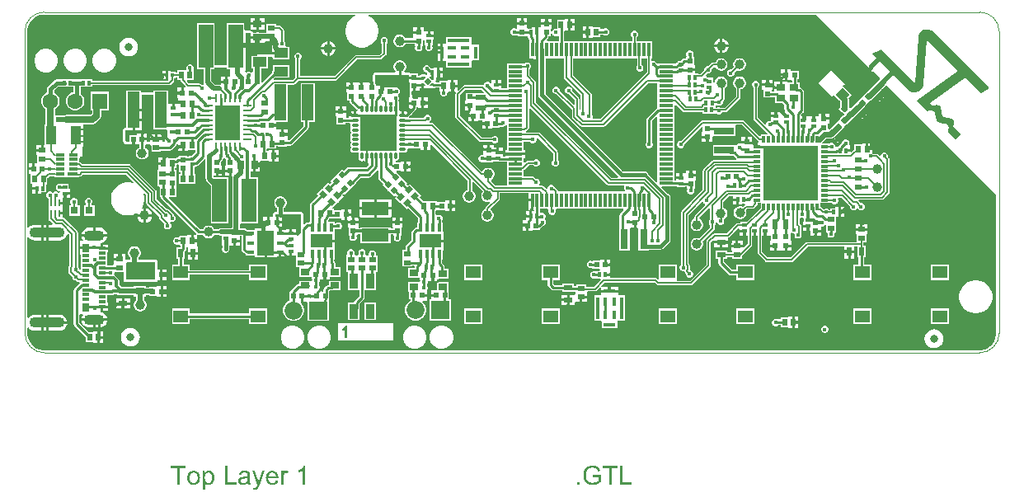
<source format=gtl>
G04*
G04 #@! TF.GenerationSoftware,Altium Limited,Altium Designer,24.2.2 (26)*
G04*
G04 Layer_Physical_Order=1*
G04 Layer_Color=255*
%FSLAX43Y43*%
%MOMM*%
G71*
G04*
G04 #@! TF.SameCoordinates,4F7CD7CC-9D04-48A1-B46F-AFD2B6BA45A4*
G04*
G04*
G04 #@! TF.FilePolarity,Positive*
G04*
G01*
G75*
%ADD10C,0.250*%
%ADD12C,0.200*%
%ADD14C,0.100*%
G04:AMPARAMS|DCode=23|XSize=0.4mm|YSize=1mm|CornerRadius=0mm|HoleSize=0mm|Usage=FLASHONLY|Rotation=315.000|XOffset=0mm|YOffset=0mm|HoleType=Round|Shape=Rectangle|*
%AMROTATEDRECTD23*
4,1,4,-0.495,-0.212,0.212,0.495,0.495,0.212,-0.212,-0.495,-0.495,-0.212,0.0*
%
%ADD23ROTATEDRECTD23*%

%ADD92R,1.750X2.500*%
%ADD93R,0.800X0.400*%
%ADD94R,2.200X1.400*%
%ADD95R,0.350X0.850*%
%ADD96R,1.475X0.300*%
%ADD97R,0.300X1.475*%
%ADD98R,0.500X0.400*%
G04:AMPARAMS|DCode=99|XSize=0.56mm|YSize=0.51mm|CornerRadius=0mm|HoleSize=0mm|Usage=FLASHONLY|Rotation=225.000|XOffset=0mm|YOffset=0mm|HoleType=Round|Shape=Rectangle|*
%AMROTATEDRECTD99*
4,1,4,0.018,0.378,0.378,0.018,-0.018,-0.378,-0.378,-0.018,0.018,0.378,0.0*
%
%ADD99ROTATEDRECTD99*%

G04:AMPARAMS|DCode=100|XSize=0.7mm|YSize=0.51mm|CornerRadius=0mm|HoleSize=0mm|Usage=FLASHONLY|Rotation=225.000|XOffset=0mm|YOffset=0mm|HoleType=Round|Shape=Rectangle|*
%AMROTATEDRECTD100*
4,1,4,0.067,0.428,0.428,0.067,-0.067,-0.428,-0.428,-0.067,0.067,0.428,0.0*
%
%ADD100ROTATEDRECTD100*%

%ADD101R,0.560X0.510*%
%ADD102R,0.700X0.510*%
%ADD103R,0.510X0.700*%
%ADD104C,1.000*%
%ADD105R,0.900X0.700*%
%ADD106R,0.400X0.500*%
%ADD107R,0.640X0.890*%
%ADD108R,0.890X0.640*%
%ADD109R,1.550X1.300*%
%ADD110R,1.400X1.000*%
%ADD111R,0.700X0.300*%
%ADD112R,0.700X0.900*%
%ADD113R,0.510X0.560*%
%ADD114R,0.900X0.550*%
%ADD115R,0.950X0.400*%
%ADD116R,0.350X1.300*%
%ADD117R,2.300X0.350*%
%ADD118R,0.400X0.950*%
%ADD119R,1.300X0.350*%
%ADD120R,0.350X2.300*%
%ADD121R,0.200X0.700*%
%ADD122R,1.000X0.500*%
%ADD123R,2.800X1.350*%
%ADD124R,3.700X3.700*%
%ADD125O,0.750X0.300*%
%ADD126O,0.300X0.750*%
%ADD127R,0.800X2.000*%
G04:AMPARAMS|DCode=128|XSize=0.7mm|YSize=0.51mm|CornerRadius=0mm|HoleSize=0mm|Usage=FLASHONLY|Rotation=135.000|XOffset=0mm|YOffset=0mm|HoleType=Round|Shape=Rectangle|*
%AMROTATEDRECTD128*
4,1,4,0.428,-0.067,0.067,-0.428,-0.428,0.067,-0.067,0.428,0.428,-0.067,0.0*
%
%ADD128ROTATEDRECTD128*%

G04:AMPARAMS|DCode=129|XSize=0.56mm|YSize=0.51mm|CornerRadius=0mm|HoleSize=0mm|Usage=FLASHONLY|Rotation=135.000|XOffset=0mm|YOffset=0mm|HoleType=Round|Shape=Rectangle|*
%AMROTATEDRECTD129*
4,1,4,0.378,-0.018,0.018,-0.378,-0.378,0.018,-0.018,0.378,0.378,-0.018,0.0*
%
%ADD129ROTATEDRECTD129*%

%ADD130R,2.650X3.650*%
%ADD131O,0.250X0.850*%
%ADD132O,0.850X0.250*%
%ADD133R,0.350X0.350*%
%ADD134R,1.200X3.700*%
%ADD135R,0.350X0.350*%
%ADD136R,1.500X4.400*%
%ADD137P,0.735X4X360.0*%
%ADD138R,0.170X0.260*%
%ADD139R,0.900X1.500*%
%ADD140R,1.000X0.300*%
%ADD141R,0.850X0.300*%
%ADD142R,1.000X1.900*%
%ADD143R,0.300X0.750*%
%ADD144R,0.550X0.900*%
%ADD145P,1.414X4X90.0*%
G04:AMPARAMS|DCode=146|XSize=1.1mm|YSize=2.2mm|CornerRadius=0mm|HoleSize=0mm|Usage=FLASHONLY|Rotation=45.000|XOffset=0mm|YOffset=0mm|HoleType=Round|Shape=Rectangle|*
%AMROTATEDRECTD146*
4,1,4,0.389,-1.167,-1.167,0.389,-0.389,1.167,1.167,-0.389,0.389,-1.167,0.0*
%
%ADD146ROTATEDRECTD146*%

%ADD147C,0.800*%
%ADD148R,0.800X0.800*%
%ADD149R,0.800X0.800*%
%ADD150R,0.500X1.000*%
%ADD151R,2.000X0.800*%
%ADD152R,0.950X0.800*%
%ADD153R,0.850X0.750*%
%ADD154R,5.600X5.600*%
%ADD155R,0.750X0.300*%
%ADD156C,0.254*%
%ADD157C,0.381*%
%ADD158C,0.305*%
%ADD159C,0.300*%
%ADD160C,0.400*%
%ADD161C,0.150*%
%ADD162C,0.350*%
%ADD163C,0.635*%
%ADD164C,0.600*%
%ADD165C,0.500*%
%ADD166C,0.508*%
%ADD167C,0.450*%
%ADD168C,1.600*%
%ADD169R,1.600X1.600*%
%ADD170R,1.850X1.850*%
%ADD171C,1.850*%
%ADD172O,2.100X1.100*%
%ADD173O,2.600X1.100*%
%ADD174O,3.600X1.100*%
%ADD175C,0.450*%
%ADD176C,0.500*%
G36*
X86421Y29566D02*
X86378Y29523D01*
X86562Y29339D01*
X86565Y29334D01*
X86822Y29077D01*
X86827Y29074D01*
X87020Y28881D01*
X87023Y28883D01*
X87025Y28881D01*
X87066Y28922D01*
X87818Y28170D01*
X87815Y28139D01*
X86862Y27186D01*
X86860Y27185D01*
X86290Y26614D01*
X86206Y26489D01*
X86024Y26307D01*
X86024Y26307D01*
X85960Y26243D01*
X85934Y26217D01*
X85779Y26062D01*
X85652Y25977D01*
X84831Y25156D01*
X84662Y25167D01*
X84613Y25215D01*
Y26053D01*
X84589Y26176D01*
X84911Y26498D01*
X84069Y27340D01*
X83992Y27418D01*
X84064Y27514D01*
X84102Y27552D01*
X84282D01*
X84381Y27453D01*
X84680Y27752D01*
X83902Y28530D01*
X83124Y29308D01*
X82825Y29009D01*
X81481Y27665D01*
X81182Y27366D01*
X81960Y26588D01*
X82738Y25810D01*
X83037Y26109D01*
X82848Y26298D01*
X82976Y26426D01*
X83150Y26421D01*
X83642Y25929D01*
X83667Y25891D01*
X83696Y25863D01*
Y25215D01*
X83546Y25066D01*
X83730Y24882D01*
X83812Y24759D01*
X83935Y24677D01*
X84119Y24493D01*
X84047Y24396D01*
X83844Y24193D01*
X83762Y24070D01*
X83604Y23912D01*
X83578Y23886D01*
X83514Y23822D01*
D01*
X83330Y23638D01*
X83207Y23556D01*
X82617Y22965D01*
X82490Y23018D01*
Y23535D01*
X82593D01*
Y23917D01*
X82060D01*
Y24044D01*
X81933D01*
Y24553D01*
X81525D01*
Y24445D01*
X81518Y24321D01*
X81141D01*
Y23867D01*
X80887D01*
Y24321D01*
X80510D01*
Y24321D01*
X80454D01*
Y24321D01*
X80077D01*
Y23867D01*
X79823D01*
Y24321D01*
X79750D01*
X79697Y24448D01*
X79900Y24650D01*
X79961Y24742D01*
X79982Y24850D01*
Y26840D01*
X79961Y26948D01*
X79900Y27039D01*
X79751Y27188D01*
X79659Y27249D01*
X79551Y27271D01*
X79550D01*
Y27761D01*
X79357D01*
Y28120D01*
X79479D01*
Y28980D01*
X78683D01*
Y29084D01*
X78301D01*
Y28550D01*
Y28016D01*
X78683D01*
Y28016D01*
X78792Y27971D01*
Y27761D01*
X78400D01*
X78304Y27836D01*
Y27865D01*
X77752D01*
Y27236D01*
X77625D01*
Y27109D01*
X76946D01*
Y26844D01*
X76680D01*
Y27002D01*
X76784D01*
Y27384D01*
X75716D01*
Y27002D01*
X75820D01*
Y26206D01*
X76680D01*
Y26279D01*
X77050D01*
Y25661D01*
X77801D01*
X78000Y25462D01*
Y25060D01*
X78021Y24951D01*
X78068Y24881D01*
X78030Y24754D01*
X77696D01*
Y24754D01*
X77604D01*
Y24754D01*
X77227D01*
Y24300D01*
X77100D01*
Y24173D01*
X76596D01*
Y23871D01*
X76530Y23827D01*
X76529Y23825D01*
X76425D01*
X76288Y23768D01*
X76182Y23662D01*
X76125Y23525D01*
Y23479D01*
X75998Y23426D01*
X75279Y24145D01*
Y27249D01*
X75368Y27338D01*
X75425Y27475D01*
Y27625D01*
X75368Y27762D01*
X75262Y27868D01*
X75125Y27925D01*
X74975D01*
X74838Y27868D01*
X74732Y27762D01*
X74675Y27625D01*
Y27475D01*
X74732Y27338D01*
X74821Y27249D01*
Y24050D01*
X74838Y23962D01*
X74888Y23888D01*
X76243Y22532D01*
X76195Y22415D01*
X75563D01*
Y22291D01*
X75436Y22238D01*
X74541Y23133D01*
X73862Y23812D01*
X73788Y23862D01*
X73700Y23879D01*
X69600D01*
X69512Y23862D01*
X69438Y23812D01*
X67401Y21775D01*
X67275D01*
X67138Y21718D01*
X67032Y21612D01*
X66975Y21475D01*
Y21325D01*
X67032Y21188D01*
X67138Y21082D01*
X67275Y21025D01*
X67425D01*
X67562Y21082D01*
X67668Y21188D01*
X67725Y21325D01*
Y21451D01*
X69503Y23228D01*
X69620Y23180D01*
Y22659D01*
X69516D01*
Y22277D01*
X70050D01*
Y22150D01*
X70177D01*
Y21641D01*
X70584D01*
Y22150D01*
X70650Y22250D01*
X72950D01*
Y23350D01*
X73048Y23421D01*
X73605D01*
X74217Y22809D01*
X75297Y21728D01*
X75346Y21696D01*
X75321Y21569D01*
X75265D01*
Y21165D01*
X75011D01*
Y21569D01*
X74648D01*
Y22159D01*
X74241D01*
Y21650D01*
X74114D01*
Y21523D01*
X73544D01*
X73474Y21477D01*
X73455Y21485D01*
X73305D01*
X73168Y21428D01*
X73077Y21337D01*
X72950Y21350D01*
Y21350D01*
X70650D01*
Y20250D01*
X72436D01*
X72464Y20245D01*
X72756D01*
X73035Y19965D01*
X73063Y19946D01*
X73025Y19819D01*
X70740D01*
X70652Y19802D01*
X70578Y19752D01*
X69688Y18862D01*
X69638Y18788D01*
X69621Y18700D01*
Y16755D01*
X69074Y16208D01*
X69074Y16208D01*
X67438Y14572D01*
X67388Y14498D01*
X67371Y14410D01*
Y9051D01*
X67282Y8962D01*
X67225Y8825D01*
Y8675D01*
X67282Y8538D01*
X67388Y8432D01*
X67525Y8375D01*
X67675D01*
X67768Y8282D01*
X67818Y8207D01*
X67875Y8151D01*
Y8025D01*
X67932Y7888D01*
X68038Y7782D01*
X68175Y7725D01*
X68325D01*
X68462Y7782D01*
X68568Y7888D01*
X68625Y8025D01*
Y8175D01*
X68568Y8312D01*
X68462Y8418D01*
X68325Y8475D01*
X68279Y8564D01*
Y8936D01*
X68262Y9024D01*
X68212Y9099D01*
X68179Y9131D01*
Y14155D01*
X69511Y15486D01*
X69661Y15457D01*
X69668Y15438D01*
X69774Y15332D01*
X69834Y15307D01*
X69865Y15158D01*
X68838Y14131D01*
X68788Y14056D01*
X68771Y13969D01*
Y13760D01*
X68754Y13756D01*
X68606Y13670D01*
X68485Y13549D01*
X68399Y13401D01*
X68355Y13236D01*
Y13064D01*
X68399Y12899D01*
X68485Y12751D01*
X68606Y12630D01*
X68754Y12544D01*
X68919Y12500D01*
X69091D01*
X69256Y12544D01*
X69404Y12630D01*
X69525Y12751D01*
X69611Y12899D01*
X69655Y13064D01*
Y13236D01*
X69611Y13401D01*
X69525Y13549D01*
X69404Y13670D01*
X69256Y13756D01*
X69253Y13756D01*
X69238Y13882D01*
X70253Y14897D01*
X70371Y14849D01*
Y13751D01*
X70282Y13662D01*
X70225Y13525D01*
Y13375D01*
X70282Y13238D01*
X70371Y13149D01*
Y12842D01*
X69275Y11746D01*
X69256Y11758D01*
X69091Y11802D01*
X68920D01*
X68754Y11758D01*
X68606Y11672D01*
X68485Y11551D01*
X68399Y11403D01*
X68355Y11237D01*
Y11066D01*
X68399Y10901D01*
X68485Y10753D01*
X68606Y10632D01*
X68754Y10546D01*
X68920Y10502D01*
X69091D01*
X69256Y10546D01*
X69404Y10632D01*
X69525Y10753D01*
X69611Y10901D01*
X69655Y11066D01*
Y11237D01*
X69611Y11403D01*
X69600Y11422D01*
X70762Y12584D01*
X70812Y12659D01*
X70829Y12747D01*
Y13149D01*
X70918Y13238D01*
X70967Y13355D01*
X71039Y13371D01*
X71099Y13368D01*
X71132Y13288D01*
X71238Y13182D01*
X71375Y13125D01*
X71525D01*
X71662Y13182D01*
X71768Y13288D01*
X71825Y13425D01*
Y13575D01*
X71768Y13712D01*
X71771Y13738D01*
X71882Y13802D01*
X72003Y13923D01*
X72089Y14071D01*
X72133Y14236D01*
Y14407D01*
X72089Y14573D01*
X72003Y14721D01*
X71882Y14842D01*
X71734Y14928D01*
X71729Y14929D01*
Y15525D01*
X72294Y16090D01*
X72746D01*
Y15827D01*
X73200D01*
Y15700D01*
X73327D01*
Y15196D01*
X73654D01*
Y15300D01*
X73915D01*
X73954Y15173D01*
X73938Y15162D01*
X73731Y14956D01*
X73690Y14979D01*
X73525Y15023D01*
X73354D01*
X73189Y14979D01*
X73040Y14894D01*
X72919Y14773D01*
X72834Y14624D01*
X72789Y14459D01*
Y14288D01*
X72834Y14123D01*
X72919Y13974D01*
X73040Y13853D01*
X73189Y13768D01*
X73354Y13723D01*
X73525D01*
X73690Y13768D01*
X73839Y13853D01*
X73960Y13974D01*
X74045Y14123D01*
X74089Y14288D01*
Y14459D01*
X74046Y14621D01*
X74195Y14771D01*
X74750D01*
X74838Y14788D01*
X74912Y14838D01*
X75195Y15121D01*
X75245Y15195D01*
X75262Y15283D01*
Y15365D01*
X75559D01*
Y15361D01*
X75563D01*
Y14854D01*
X75552Y14852D01*
X75478Y14802D01*
X74125Y13449D01*
X73467D01*
Y13328D01*
X73249D01*
X73161Y13311D01*
X73087Y13261D01*
X72105Y12279D01*
X70850D01*
X70762Y12262D01*
X70688Y12212D01*
X70038Y11562D01*
X69988Y11488D01*
X69971Y11400D01*
Y9045D01*
X68305Y7379D01*
X67048D01*
X66950Y7450D01*
X66950Y7506D01*
Y9050D01*
X65100D01*
Y7604D01*
X64973Y7551D01*
X64912Y7612D01*
X64838Y7662D01*
X64750Y7679D01*
X60063D01*
Y7885D01*
X59609D01*
Y8139D01*
X60063D01*
Y8423D01*
X60141Y8517D01*
X60141Y8611D01*
Y8924D01*
X59632D01*
Y9051D01*
X59505D01*
Y9585D01*
X59123D01*
Y9481D01*
X58327D01*
Y9481D01*
X58200Y9424D01*
X58171Y9436D01*
X58022D01*
X57884Y9378D01*
X57779Y9273D01*
X57721Y9135D01*
Y8986D01*
X57779Y8848D01*
X57884Y8743D01*
X58022Y8686D01*
X58171D01*
X58200Y8698D01*
X58327Y8621D01*
Y8621D01*
X59013D01*
X59096Y8543D01*
X59103Y8526D01*
X59035Y8412D01*
X58659D01*
Y8412D01*
X58532Y8368D01*
X58487Y8387D01*
X58337D01*
X58200Y8330D01*
X58094Y8224D01*
X58037Y8087D01*
Y7937D01*
X58094Y7800D01*
X58200Y7694D01*
X58337Y7637D01*
X58487D01*
X58532Y7656D01*
X58659Y7612D01*
Y7612D01*
X59099D01*
X59155Y7508D01*
X59087Y7412D01*
X58455Y6779D01*
X57613D01*
Y7019D01*
X56613D01*
Y6882D01*
X56386D01*
Y7100D01*
X55186D01*
Y6957D01*
X54392D01*
X54257Y7092D01*
Y7450D01*
X54900D01*
Y9050D01*
X53050D01*
Y7450D01*
X53693D01*
Y6975D01*
X53714Y6867D01*
X53775Y6775D01*
X54075Y6475D01*
X54167Y6414D01*
X54275Y6393D01*
X55186D01*
Y6250D01*
X56386D01*
Y6250D01*
X56504Y6229D01*
X56509Y6223D01*
Y6073D01*
X56490Y5954D01*
X56382Y5954D01*
X55913D01*
Y5425D01*
Y4896D01*
X56490D01*
Y5086D01*
X56509Y5205D01*
X56617Y5205D01*
X56986D01*
Y5714D01*
X57113D01*
Y5841D01*
X57717D01*
Y6223D01*
X57787Y6321D01*
X58550D01*
X58638Y6338D01*
X58712Y6388D01*
X59019Y6695D01*
X59146Y6642D01*
Y6452D01*
X59923D01*
Y6754D01*
X59258D01*
X59206Y6881D01*
X59545Y7221D01*
X64655D01*
X64888Y6988D01*
X64962Y6938D01*
X65050Y6921D01*
X68400D01*
X68488Y6938D01*
X68562Y6988D01*
X70362Y8788D01*
X70412Y8862D01*
X70429Y8950D01*
Y11305D01*
X70679Y11554D01*
X70796Y11506D01*
Y11477D01*
X71500D01*
X72204D01*
Y11821D01*
X72288Y11838D01*
X72362Y11888D01*
X73236Y12762D01*
X73363Y12709D01*
Y12626D01*
X73867D01*
Y12499D01*
X73994D01*
Y12045D01*
X74221D01*
Y11195D01*
X73846Y10821D01*
X73767Y10854D01*
X72521D01*
Y10472D01*
X72625D01*
Y10306D01*
X72100D01*
Y10525D01*
X70900D01*
Y9675D01*
X71220D01*
Y9250D01*
X71220Y9250D01*
X71241Y9143D01*
X71302Y9052D01*
X72302Y8052D01*
X72302Y8052D01*
X72393Y7991D01*
X72500Y7970D01*
X73050D01*
Y7450D01*
X74900D01*
Y9050D01*
X73050D01*
Y8530D01*
X72616D01*
X71780Y9366D01*
Y9675D01*
X72100D01*
Y9847D01*
X72625D01*
Y9676D01*
X73625D01*
Y9951D01*
X74612Y10938D01*
X74662Y11012D01*
X74679Y11100D01*
Y12045D01*
X74804D01*
Y12499D01*
X75058D01*
Y12045D01*
X75239D01*
Y10281D01*
X75257Y10193D01*
X75307Y10119D01*
X76038Y9388D01*
X76112Y9338D01*
X76200Y9321D01*
X78750D01*
X78838Y9338D01*
X78912Y9388D01*
X80445Y10921D01*
X84124D01*
Y10517D01*
X84653D01*
X85182D01*
Y10921D01*
X85478D01*
Y9790D01*
X85623D01*
Y9050D01*
X85100D01*
Y7450D01*
X86950D01*
Y9050D01*
X86184D01*
Y9790D01*
X86328D01*
Y10990D01*
X86133D01*
Y11362D01*
X86419D01*
Y12158D01*
X86523D01*
Y12540D01*
X85315D01*
Y12158D01*
X85419D01*
Y11379D01*
X80350D01*
X80262Y11362D01*
X80188Y11312D01*
X78655Y9779D01*
X76295D01*
X75698Y10376D01*
Y12045D01*
X75869D01*
Y12499D01*
X76123D01*
Y12045D01*
X76500D01*
Y12045D01*
X76620Y12029D01*
Y11509D01*
X76516D01*
Y11127D01*
X77050D01*
Y11000D01*
X77177D01*
Y10491D01*
X77584D01*
Y10491D01*
X77641Y10491D01*
Y10491D01*
X78048D01*
Y11000D01*
X78175D01*
Y11127D01*
X78709D01*
Y11509D01*
X78605D01*
Y12285D01*
X78709Y12361D01*
X78738Y12332D01*
X78875Y12275D01*
X78929D01*
X79025Y12175D01*
X79025Y12158D01*
Y12025D01*
X79082Y11888D01*
X79188Y11782D01*
X79325Y11725D01*
X79475D01*
X79612Y11782D01*
X79718Y11888D01*
X79775Y12025D01*
Y12175D01*
X79729Y12285D01*
Y13000D01*
X79712Y13088D01*
X79662Y13162D01*
X79583Y13241D01*
Y13832D01*
X79710Y13910D01*
X79781Y13881D01*
X79930D01*
X80000Y13834D01*
Y13454D01*
X79896D01*
Y13127D01*
X80400D01*
Y13000D01*
X80527D01*
Y12546D01*
X80666D01*
Y11991D01*
X81073D01*
Y12500D01*
X81200D01*
Y12627D01*
X81734D01*
Y12947D01*
X81775Y12975D01*
X81925D01*
X82062Y13032D01*
X82168Y13138D01*
X82173Y13149D01*
X82300Y13124D01*
Y12395D01*
X82350D01*
X82421Y12289D01*
X82409Y12260D01*
Y12111D01*
X82466Y11973D01*
X82571Y11868D01*
X82709Y11811D01*
X82858D01*
X82996Y11868D01*
X83102Y11973D01*
X83159Y12111D01*
Y12260D01*
X83147Y12289D01*
X83217Y12395D01*
X83300D01*
Y13168D01*
X83300Y13295D01*
X83300Y13332D01*
Y13946D01*
X83558D01*
Y14450D01*
Y14954D01*
X83231D01*
Y14850D01*
X82735D01*
Y14679D01*
X82601D01*
X82512Y14768D01*
X82375Y14825D01*
X82225D01*
X82088Y14768D01*
X82037Y14717D01*
X82011D01*
X81812Y14915D01*
X81738Y14965D01*
X81663Y14980D01*
Y15361D01*
X81667D01*
Y15365D01*
X82613D01*
Y15436D01*
X82834D01*
X82938Y15332D01*
X83075Y15275D01*
X83225D01*
X83362Y15332D01*
X83468Y15438D01*
X83525Y15575D01*
Y15725D01*
X83490Y15809D01*
X83561Y15936D01*
X83840D01*
X84725Y15051D01*
Y14925D01*
X84782Y14788D01*
X84888Y14682D01*
X85025Y14625D01*
X85175D01*
X85312Y14682D01*
X85401Y14771D01*
X85475Y14780D01*
X85549Y14771D01*
X85638Y14682D01*
X85775Y14625D01*
X85925D01*
X86062Y14682D01*
X86168Y14788D01*
X86225Y14925D01*
Y15075D01*
X86168Y15212D01*
X86062Y15318D01*
X85925Y15375D01*
X85799D01*
X85581Y15594D01*
X85596Y15668D01*
X85629Y15721D01*
X88012D01*
X88100Y15738D01*
X88174Y15788D01*
X88712Y16326D01*
X88762Y16400D01*
X88779Y16488D01*
Y19855D01*
X88762Y19943D01*
X88712Y20017D01*
X88632Y20098D01*
X88640Y20118D01*
Y20268D01*
X88583Y20405D01*
X88477Y20511D01*
X88340Y20568D01*
X88190D01*
X88053Y20511D01*
X87947Y20405D01*
X87890Y20268D01*
Y20264D01*
X87763Y20211D01*
X87616Y20358D01*
X87542Y20408D01*
X87454Y20425D01*
X87134D01*
X87045Y20514D01*
X87013Y20527D01*
Y20790D01*
X86504D01*
Y20917D01*
X86377D01*
Y21521D01*
X85995D01*
Y21417D01*
X85199D01*
Y20860D01*
X85169Y20854D01*
X85094Y20804D01*
X84871Y20581D01*
X84771Y20623D01*
X84300D01*
Y20877D01*
X84754D01*
Y21254D01*
X84721D01*
X84642Y21381D01*
X84670Y21449D01*
Y21599D01*
X84613Y21736D01*
X84507Y21842D01*
X84370Y21899D01*
X84220D01*
X84083Y21842D01*
X83977Y21736D01*
X83929Y21620D01*
X83573Y21264D01*
X83512Y21173D01*
X83508Y21150D01*
X83350D01*
Y21150D01*
X83224Y21152D01*
Y21242D01*
X83167Y21379D01*
X83061Y21485D01*
X82924Y21542D01*
X82774D01*
X82637Y21485D01*
X82613Y21465D01*
X82613Y21465D01*
X81911D01*
X81873Y21592D01*
X81945Y21641D01*
X82285Y21980D01*
X82739D01*
X82915Y22015D01*
X83063Y22115D01*
X83856Y22907D01*
X83938Y23030D01*
X84122Y23214D01*
X84186Y23278D01*
X84370Y23462D01*
X84493Y23544D01*
X85026Y24078D01*
X85098Y24125D01*
X85731Y24759D01*
X85731Y24759D01*
X86298Y25325D01*
X86302Y25328D01*
X86384Y25451D01*
X86542Y25609D01*
X86568Y25635D01*
X86632Y25699D01*
X86632Y25699D01*
X86818Y25885D01*
X86938Y25965D01*
X87508Y26535D01*
X87510Y26536D01*
X88464Y27490D01*
X88569Y27419D01*
X99500Y16488D01*
X99741Y16247D01*
X99741Y2000D01*
Y1829D01*
X99674Y1492D01*
X99543Y1175D01*
X99352Y890D01*
X99110Y648D01*
X98825Y457D01*
X98508Y326D01*
X98171Y259D01*
X98000D01*
X2000Y259D01*
X1829Y259D01*
X1492Y326D01*
X1175Y457D01*
X890Y648D01*
X648Y890D01*
X457Y1175D01*
X326Y1492D01*
X259Y1829D01*
Y2567D01*
X386Y2611D01*
X450Y2527D01*
X618Y2398D01*
X814Y2317D01*
X1024Y2289D01*
X1647D01*
Y3100D01*
Y3911D01*
X1024D01*
X814Y3883D01*
X618Y3802D01*
X450Y3673D01*
X386Y3589D01*
X259Y3633D01*
Y11807D01*
X386Y11851D01*
X450Y11767D01*
X618Y11638D01*
X814Y11557D01*
X1024Y11529D01*
X1647D01*
Y12340D01*
Y13151D01*
X1024D01*
X814Y13123D01*
X618Y13042D01*
X450Y12913D01*
X386Y12829D01*
X259Y12873D01*
Y33000D01*
X259Y33171D01*
X326Y33508D01*
X457Y33825D01*
X648Y34110D01*
X890Y34352D01*
X1175Y34543D01*
X1492Y34674D01*
X1829Y34741D01*
X2000Y34741D01*
X33908Y34741D01*
X33934Y34614D01*
X33795Y34557D01*
X33516Y34370D01*
X33280Y34134D01*
X33093Y33855D01*
X32965Y33546D01*
X32900Y33217D01*
Y32883D01*
X32965Y32554D01*
X33093Y32245D01*
X33280Y31966D01*
X33516Y31730D01*
X33795Y31543D01*
X34104Y31415D01*
X34433Y31350D01*
X34767D01*
X35096Y31415D01*
X35405Y31543D01*
X35684Y31730D01*
X35920Y31966D01*
X36107Y32245D01*
X36235Y32554D01*
X36300Y32883D01*
Y33217D01*
X36235Y33546D01*
X36107Y33855D01*
X35920Y34134D01*
X35684Y34370D01*
X35405Y34557D01*
X35266Y34614D01*
X35292Y34741D01*
X81247Y34741D01*
X86421Y29566D01*
D02*
G37*
G36*
X92852Y33207D02*
X93120Y33106D01*
X93344Y32929D01*
X93424Y32811D01*
X93424Y32811D01*
X99081Y27154D01*
X98169Y26653D01*
X96556Y28265D01*
X92966Y25633D01*
X93232Y25366D01*
X93441Y25411D01*
X93637Y25438D01*
X93726Y25439D01*
X93807Y25429D01*
X93879Y25405D01*
X93940Y25366D01*
X94012Y25271D01*
X94060Y25143D01*
X94116Y24836D01*
X94140Y24680D01*
X94173Y24535D01*
X94221Y24408D01*
X94293Y24306D01*
X94395Y24233D01*
X94523Y24185D01*
X94668Y24153D01*
X94823Y24129D01*
X95130Y24072D01*
X95258Y24024D01*
X95354Y23952D01*
X95393Y23891D01*
X95416Y23819D01*
X95426Y23738D01*
X95425Y23649D01*
X95398Y23453D01*
X95354Y23245D01*
X96129Y22470D01*
X95563Y21904D01*
X94788Y22679D01*
X94833Y22888D01*
X94859Y23083D01*
X94861Y23173D01*
X94851Y23254D01*
X94827Y23326D01*
X94788Y23386D01*
X94693Y23458D01*
X94564Y23507D01*
X94258Y23563D01*
X94102Y23587D01*
X93957Y23619D01*
X93830Y23667D01*
X93727Y23740D01*
X93655Y23842D01*
X93607Y23970D01*
X93575Y24115D01*
X93551Y24270D01*
X93494Y24577D01*
X93446Y24705D01*
X93374Y24801D01*
X93313Y24840D01*
X93241Y24863D01*
X93160Y24873D01*
X93071Y24872D01*
X92875Y24845D01*
X92667Y24801D01*
X91606Y25861D01*
X95849Y28972D01*
X92574Y32200D01*
X92293Y27578D01*
X92276Y27437D01*
X92160Y27177D01*
X91972Y26964D01*
X91729Y26816D01*
X91453Y26747D01*
X91169Y26763D01*
X90902Y26863D01*
X90677Y27037D01*
X90596Y27154D01*
X89182Y28568D01*
X88333Y27720D01*
X88229Y27724D01*
X88054Y27899D01*
X88050Y28003D01*
X88899Y28851D01*
X88475Y29275D01*
X87751Y29999D01*
X87005Y29260D01*
X86748Y29517D01*
X87487Y30263D01*
X87061Y30690D01*
X87980Y31185D01*
X91445Y27720D01*
X91748Y32367D01*
X91759Y32509D01*
X91866Y32774D01*
X92049Y32994D01*
X92290Y33148D01*
X92566Y33221D01*
X92852Y33207D01*
D02*
G37*
G36*
X58362Y-11586D02*
X58385D01*
X58437Y-11592D01*
X58496Y-11600D01*
X58557Y-11614D01*
X58623Y-11631D01*
X58687Y-11653D01*
X58690D01*
X58696Y-11656D01*
X58704Y-11658D01*
X58715Y-11664D01*
X58745Y-11681D01*
X58784Y-11700D01*
X58826Y-11728D01*
X58870Y-11761D01*
X58912Y-11797D01*
X58951Y-11842D01*
X58956Y-11847D01*
X58968Y-11864D01*
X58984Y-11889D01*
X59006Y-11925D01*
X59029Y-11969D01*
X59054Y-12025D01*
X59079Y-12086D01*
X59098Y-12155D01*
X58868Y-12216D01*
Y-12214D01*
X58865Y-12211D01*
X58862Y-12203D01*
X58859Y-12191D01*
X58851Y-12166D01*
X58840Y-12133D01*
X58823Y-12094D01*
X58804Y-12058D01*
X58784Y-12019D01*
X58759Y-11986D01*
X58757Y-11983D01*
X58748Y-11972D01*
X58732Y-11958D01*
X58712Y-11939D01*
X58687Y-11917D01*
X58654Y-11894D01*
X58618Y-11872D01*
X58576Y-11853D01*
X58571Y-11850D01*
X58557Y-11844D01*
X58532Y-11836D01*
X58498Y-11825D01*
X58460Y-11817D01*
X58415Y-11808D01*
X58365Y-11803D01*
X58312Y-11800D01*
X58282D01*
X58268Y-11803D01*
X58251D01*
X58210Y-11806D01*
X58162Y-11814D01*
X58110Y-11822D01*
X58060Y-11836D01*
X58010Y-11856D01*
X58004Y-11858D01*
X57988Y-11864D01*
X57965Y-11878D01*
X57938Y-11892D01*
X57904Y-11914D01*
X57868Y-11936D01*
X57835Y-11964D01*
X57804Y-11994D01*
X57802Y-11997D01*
X57790Y-12008D01*
X57777Y-12028D01*
X57760Y-12050D01*
X57740Y-12078D01*
X57721Y-12111D01*
X57702Y-12147D01*
X57682Y-12186D01*
Y-12189D01*
X57679Y-12194D01*
X57677Y-12203D01*
X57671Y-12216D01*
X57666Y-12233D01*
X57660Y-12253D01*
X57652Y-12275D01*
X57646Y-12300D01*
X57632Y-12358D01*
X57621Y-12425D01*
X57613Y-12494D01*
X57610Y-12572D01*
Y-12575D01*
Y-12583D01*
Y-12597D01*
X57613Y-12613D01*
Y-12636D01*
X57616Y-12663D01*
X57618Y-12691D01*
X57621Y-12722D01*
X57632Y-12791D01*
X57646Y-12863D01*
X57668Y-12935D01*
X57696Y-13005D01*
Y-13008D01*
X57702Y-13013D01*
X57704Y-13022D01*
X57713Y-13033D01*
X57732Y-13063D01*
X57763Y-13102D01*
X57799Y-13144D01*
X57843Y-13185D01*
X57896Y-13224D01*
X57954Y-13260D01*
X57957D01*
X57963Y-13263D01*
X57971Y-13269D01*
X57985Y-13274D01*
X57999Y-13280D01*
X58018Y-13285D01*
X58063Y-13302D01*
X58118Y-13316D01*
X58179Y-13330D01*
X58246Y-13341D01*
X58315Y-13344D01*
X58343D01*
X58360Y-13341D01*
X58376D01*
X58418Y-13335D01*
X58468Y-13330D01*
X58521Y-13319D01*
X58579Y-13302D01*
X58637Y-13283D01*
X58640D01*
X58646Y-13280D01*
X58651Y-13277D01*
X58662Y-13271D01*
X58693Y-13258D01*
X58726Y-13241D01*
X58765Y-13221D01*
X58807Y-13199D01*
X58845Y-13174D01*
X58879Y-13146D01*
Y-12786D01*
X58312D01*
Y-12558D01*
X59129D01*
Y-13271D01*
X59126Y-13274D01*
X59120Y-13277D01*
X59109Y-13285D01*
X59095Y-13296D01*
X59079Y-13307D01*
X59059Y-13321D01*
X59034Y-13338D01*
X59009Y-13355D01*
X58951Y-13391D01*
X58884Y-13430D01*
X58815Y-13466D01*
X58740Y-13496D01*
X58737D01*
X58732Y-13499D01*
X58721Y-13502D01*
X58707Y-13507D01*
X58687Y-13513D01*
X58665Y-13521D01*
X58640Y-13527D01*
X58615Y-13532D01*
X58554Y-13546D01*
X58485Y-13560D01*
X58410Y-13568D01*
X58332Y-13571D01*
X58304D01*
X58285Y-13568D01*
X58260D01*
X58229Y-13566D01*
X58196Y-13560D01*
X58160Y-13557D01*
X58079Y-13541D01*
X57993Y-13521D01*
X57904Y-13491D01*
X57860Y-13474D01*
X57815Y-13452D01*
X57813Y-13449D01*
X57804Y-13446D01*
X57793Y-13438D01*
X57777Y-13430D01*
X57757Y-13416D01*
X57738Y-13402D01*
X57685Y-13363D01*
X57629Y-13313D01*
X57571Y-13252D01*
X57516Y-13183D01*
X57466Y-13102D01*
Y-13099D01*
X57460Y-13091D01*
X57455Y-13080D01*
X57446Y-13060D01*
X57438Y-13041D01*
X57430Y-13013D01*
X57418Y-12985D01*
X57407Y-12952D01*
X57396Y-12916D01*
X57385Y-12874D01*
X57377Y-12833D01*
X57368Y-12788D01*
X57355Y-12691D01*
X57349Y-12588D01*
Y-12586D01*
Y-12575D01*
Y-12561D01*
X57352Y-12541D01*
Y-12516D01*
X57355Y-12486D01*
X57360Y-12455D01*
X57363Y-12419D01*
X57371Y-12380D01*
X57377Y-12339D01*
X57399Y-12250D01*
X57427Y-12158D01*
X57466Y-12067D01*
X57468Y-12064D01*
X57471Y-12055D01*
X57477Y-12044D01*
X57488Y-12028D01*
X57499Y-12005D01*
X57513Y-11983D01*
X57552Y-11930D01*
X57599Y-11869D01*
X57657Y-11811D01*
X57724Y-11753D01*
X57763Y-11728D01*
X57802Y-11703D01*
X57804Y-11700D01*
X57813Y-11697D01*
X57824Y-11692D01*
X57840Y-11683D01*
X57863Y-11675D01*
X57888Y-11664D01*
X57915Y-11653D01*
X57949Y-11642D01*
X57985Y-11631D01*
X58024Y-11622D01*
X58065Y-11611D01*
X58110Y-11603D01*
X58207Y-11589D01*
X58257Y-11583D01*
X58346D01*
X58362Y-11586D01*
D02*
G37*
G36*
X61388Y-13310D02*
X62335D01*
Y-13538D01*
X61133D01*
Y-11617D01*
X61388D01*
Y-13310D01*
D02*
G37*
G36*
X60880Y-11844D02*
X60247D01*
Y-13538D01*
X59992D01*
Y-11844D01*
X59359D01*
Y-11617D01*
X60880D01*
Y-11844D01*
D02*
G37*
G36*
X56974Y-13538D02*
X56705D01*
Y-13269D01*
X56974D01*
Y-13538D01*
D02*
G37*
G36*
X18919Y-12116D02*
X18939Y-12119D01*
X18980Y-12125D01*
X19030Y-12136D01*
X19083Y-12153D01*
X19136Y-12178D01*
X19188Y-12208D01*
X19191D01*
X19194Y-12214D01*
X19211Y-12225D01*
X19236Y-12247D01*
X19266Y-12275D01*
X19299Y-12311D01*
X19333Y-12355D01*
X19366Y-12408D01*
X19394Y-12466D01*
Y-12469D01*
X19397Y-12475D01*
X19399Y-12483D01*
X19405Y-12494D01*
X19410Y-12511D01*
X19416Y-12530D01*
X19430Y-12575D01*
X19444Y-12630D01*
X19455Y-12691D01*
X19463Y-12761D01*
X19466Y-12833D01*
Y-12836D01*
Y-12841D01*
Y-12852D01*
Y-12869D01*
X19463Y-12888D01*
Y-12910D01*
X19458Y-12960D01*
X19447Y-13022D01*
X19433Y-13085D01*
X19413Y-13152D01*
X19388Y-13219D01*
Y-13221D01*
X19386Y-13227D01*
X19380Y-13235D01*
X19374Y-13246D01*
X19355Y-13277D01*
X19330Y-13316D01*
X19299Y-13357D01*
X19261Y-13399D01*
X19216Y-13441D01*
X19163Y-13480D01*
X19161D01*
X19158Y-13482D01*
X19150Y-13488D01*
X19138Y-13493D01*
X19111Y-13507D01*
X19072Y-13524D01*
X19025Y-13541D01*
X18975Y-13555D01*
X18916Y-13566D01*
X18858Y-13568D01*
X18839D01*
X18816Y-13566D01*
X18789Y-13563D01*
X18755Y-13557D01*
X18719Y-13549D01*
X18683Y-13538D01*
X18647Y-13521D01*
X18644Y-13518D01*
X18630Y-13513D01*
X18614Y-13502D01*
X18592Y-13485D01*
X18569Y-13469D01*
X18542Y-13446D01*
X18517Y-13421D01*
X18494Y-13394D01*
Y-14071D01*
X18258D01*
Y-12144D01*
X18472D01*
Y-12327D01*
X18475Y-12322D01*
X18486Y-12311D01*
X18500Y-12291D01*
X18522Y-12269D01*
X18547Y-12241D01*
X18575Y-12216D01*
X18608Y-12191D01*
X18641Y-12169D01*
X18647Y-12166D01*
X18658Y-12161D01*
X18680Y-12153D01*
X18708Y-12141D01*
X18741Y-12130D01*
X18780Y-12122D01*
X18825Y-12116D01*
X18875Y-12114D01*
X18905D01*
X18919Y-12116D01*
D02*
G37*
G36*
X26879D02*
X26909Y-12122D01*
X26945Y-12133D01*
X26984Y-12147D01*
X27028Y-12166D01*
X27076Y-12191D01*
X26990Y-12408D01*
X26987Y-12405D01*
X26976Y-12400D01*
X26959Y-12391D01*
X26937Y-12383D01*
X26912Y-12375D01*
X26881Y-12366D01*
X26851Y-12361D01*
X26820Y-12358D01*
X26806D01*
X26792Y-12361D01*
X26773Y-12364D01*
X26754Y-12369D01*
X26729Y-12377D01*
X26704Y-12389D01*
X26681Y-12405D01*
X26679Y-12408D01*
X26670Y-12414D01*
X26662Y-12425D01*
X26648Y-12439D01*
X26634Y-12458D01*
X26620Y-12480D01*
X26606Y-12505D01*
X26595Y-12536D01*
X26593Y-12541D01*
X26590Y-12558D01*
X26584Y-12583D01*
X26576Y-12616D01*
X26568Y-12658D01*
X26562Y-12705D01*
X26559Y-12755D01*
X26556Y-12811D01*
Y-13538D01*
X26320D01*
Y-12144D01*
X26534D01*
Y-12355D01*
X26537Y-12352D01*
X26548Y-12333D01*
X26562Y-12308D01*
X26584Y-12278D01*
X26606Y-12247D01*
X26631Y-12214D01*
X26656Y-12186D01*
X26681Y-12164D01*
X26684Y-12161D01*
X26693Y-12155D01*
X26709Y-12147D01*
X26726Y-12139D01*
X26748Y-12130D01*
X26776Y-12122D01*
X26804Y-12116D01*
X26834Y-12114D01*
X26854D01*
X26879Y-12116D01*
D02*
G37*
G36*
X24097Y-13560D02*
Y-13563D01*
X24094Y-13571D01*
X24088Y-13582D01*
X24083Y-13596D01*
X24075Y-13616D01*
X24066Y-13638D01*
X24047Y-13685D01*
X24027Y-13738D01*
X24005Y-13791D01*
X23983Y-13838D01*
X23972Y-13857D01*
X23963Y-13877D01*
X23961Y-13882D01*
X23952Y-13896D01*
X23939Y-13915D01*
X23922Y-13940D01*
X23900Y-13968D01*
X23875Y-13996D01*
X23850Y-14024D01*
X23819Y-14046D01*
X23816Y-14049D01*
X23805Y-14054D01*
X23789Y-14063D01*
X23764Y-14074D01*
X23736Y-14085D01*
X23703Y-14093D01*
X23666Y-14099D01*
X23625Y-14101D01*
X23614D01*
X23600Y-14099D01*
X23580D01*
X23558Y-14093D01*
X23533Y-14088D01*
X23505Y-14082D01*
X23475Y-14071D01*
X23450Y-13852D01*
X23453D01*
X23464Y-13854D01*
X23478Y-13857D01*
X23494Y-13863D01*
X23539Y-13871D01*
X23583Y-13874D01*
X23597D01*
X23611Y-13871D01*
X23628D01*
X23669Y-13863D01*
X23689Y-13854D01*
X23708Y-13846D01*
X23711D01*
X23716Y-13841D01*
X23725Y-13835D01*
X23736Y-13827D01*
X23761Y-13804D01*
X23783Y-13774D01*
Y-13771D01*
X23789Y-13766D01*
X23794Y-13754D01*
X23800Y-13738D01*
X23811Y-13716D01*
X23822Y-13682D01*
X23839Y-13643D01*
X23855Y-13596D01*
Y-13593D01*
X23861Y-13582D01*
X23866Y-13563D01*
X23877Y-13538D01*
X23350Y-12144D01*
X23600D01*
X23891Y-12952D01*
Y-12955D01*
X23894Y-12958D01*
X23897Y-12966D01*
X23900Y-12980D01*
X23905Y-12994D01*
X23911Y-13010D01*
X23925Y-13049D01*
X23941Y-13097D01*
X23958Y-13152D01*
X23975Y-13210D01*
X23991Y-13274D01*
Y-13271D01*
X23994Y-13266D01*
X23997Y-13258D01*
X24000Y-13246D01*
X24002Y-13233D01*
X24008Y-13216D01*
X24019Y-13174D01*
X24033Y-13127D01*
X24052Y-13072D01*
X24069Y-13016D01*
X24091Y-12958D01*
X24391Y-12144D01*
X24627D01*
X24097Y-13560D01*
D02*
G37*
G36*
X28786Y-13538D02*
X28550D01*
Y-12036D01*
X28547Y-12039D01*
X28533Y-12050D01*
X28516Y-12067D01*
X28489Y-12086D01*
X28458Y-12111D01*
X28419Y-12139D01*
X28375Y-12169D01*
X28325Y-12200D01*
X28322D01*
X28319Y-12203D01*
X28303Y-12214D01*
X28275Y-12228D01*
X28242Y-12244D01*
X28203Y-12264D01*
X28161Y-12283D01*
X28119Y-12302D01*
X28078Y-12319D01*
Y-12092D01*
X28081D01*
X28086Y-12086D01*
X28097Y-12083D01*
X28111Y-12075D01*
X28128Y-12067D01*
X28147Y-12055D01*
X28194Y-12028D01*
X28250Y-11997D01*
X28306Y-11958D01*
X28364Y-11914D01*
X28422Y-11867D01*
X28425Y-11864D01*
X28428Y-11861D01*
X28436Y-11853D01*
X28447Y-11844D01*
X28472Y-11817D01*
X28505Y-11783D01*
X28539Y-11744D01*
X28575Y-11700D01*
X28605Y-11656D01*
X28633Y-11608D01*
X28786D01*
Y-13538D01*
D02*
G37*
G36*
X22642Y-12116D02*
X22684Y-12119D01*
X22731Y-12125D01*
X22778Y-12133D01*
X22825Y-12144D01*
X22870Y-12158D01*
X22875Y-12161D01*
X22889Y-12166D01*
X22909Y-12175D01*
X22934Y-12186D01*
X22961Y-12203D01*
X22989Y-12219D01*
X23014Y-12241D01*
X23036Y-12264D01*
X23039Y-12266D01*
X23045Y-12275D01*
X23053Y-12289D01*
X23064Y-12305D01*
X23078Y-12330D01*
X23089Y-12355D01*
X23100Y-12386D01*
X23108Y-12422D01*
Y-12425D01*
X23111Y-12433D01*
X23114Y-12450D01*
X23117Y-12472D01*
Y-12502D01*
X23120Y-12538D01*
X23122Y-12586D01*
Y-12638D01*
Y-12955D01*
Y-12958D01*
Y-12969D01*
Y-12985D01*
Y-13008D01*
Y-13033D01*
Y-13063D01*
X23125Y-13130D01*
Y-13199D01*
X23128Y-13269D01*
X23131Y-13299D01*
Y-13327D01*
X23133Y-13352D01*
X23136Y-13371D01*
Y-13374D01*
X23139Y-13385D01*
X23142Y-13402D01*
X23150Y-13424D01*
X23156Y-13449D01*
X23167Y-13477D01*
X23181Y-13507D01*
X23194Y-13538D01*
X22947D01*
X22945Y-13535D01*
X22942Y-13524D01*
X22936Y-13510D01*
X22928Y-13488D01*
X22920Y-13463D01*
X22914Y-13432D01*
X22909Y-13399D01*
X22903Y-13363D01*
X22900D01*
X22897Y-13369D01*
X22881Y-13382D01*
X22856Y-13402D01*
X22822Y-13427D01*
X22781Y-13452D01*
X22739Y-13480D01*
X22695Y-13505D01*
X22648Y-13524D01*
X22642Y-13527D01*
X22625Y-13530D01*
X22600Y-13538D01*
X22570Y-13546D01*
X22531Y-13555D01*
X22487Y-13560D01*
X22437Y-13566D01*
X22387Y-13568D01*
X22364D01*
X22348Y-13566D01*
X22328D01*
X22306Y-13563D01*
X22256Y-13555D01*
X22201Y-13541D01*
X22140Y-13521D01*
X22084Y-13493D01*
X22034Y-13457D01*
X22028Y-13452D01*
X22015Y-13438D01*
X21995Y-13413D01*
X21973Y-13380D01*
X21951Y-13338D01*
X21931Y-13291D01*
X21917Y-13233D01*
X21915Y-13205D01*
X21912Y-13171D01*
Y-13166D01*
Y-13155D01*
X21915Y-13135D01*
X21917Y-13110D01*
X21923Y-13080D01*
X21931Y-13049D01*
X21942Y-13016D01*
X21956Y-12985D01*
X21959Y-12983D01*
X21965Y-12972D01*
X21976Y-12955D01*
X21990Y-12935D01*
X22006Y-12913D01*
X22028Y-12891D01*
X22051Y-12869D01*
X22078Y-12849D01*
X22081Y-12847D01*
X22092Y-12841D01*
X22106Y-12830D01*
X22128Y-12819D01*
X22153Y-12808D01*
X22184Y-12794D01*
X22214Y-12783D01*
X22251Y-12772D01*
X22253D01*
X22264Y-12769D01*
X22281Y-12763D01*
X22303Y-12761D01*
X22331Y-12755D01*
X22367Y-12749D01*
X22409Y-12741D01*
X22459Y-12736D01*
X22462D01*
X22473Y-12733D01*
X22487D01*
X22506Y-12730D01*
X22528Y-12727D01*
X22556Y-12722D01*
X22586Y-12719D01*
X22620Y-12713D01*
X22686Y-12700D01*
X22759Y-12686D01*
X22822Y-12669D01*
X22853Y-12661D01*
X22881Y-12652D01*
Y-12650D01*
Y-12644D01*
X22884Y-12627D01*
Y-12608D01*
Y-12597D01*
Y-12591D01*
Y-12588D01*
Y-12586D01*
Y-12569D01*
X22881Y-12541D01*
X22875Y-12511D01*
X22867Y-12477D01*
X22853Y-12444D01*
X22836Y-12414D01*
X22814Y-12389D01*
X22811Y-12386D01*
X22797Y-12375D01*
X22775Y-12364D01*
X22748Y-12347D01*
X22709Y-12333D01*
X22664Y-12319D01*
X22609Y-12311D01*
X22545Y-12308D01*
X22517D01*
X22489Y-12311D01*
X22450Y-12316D01*
X22412Y-12322D01*
X22370Y-12333D01*
X22331Y-12347D01*
X22298Y-12366D01*
X22295Y-12369D01*
X22284Y-12377D01*
X22270Y-12391D01*
X22253Y-12414D01*
X22237Y-12441D01*
X22217Y-12477D01*
X22201Y-12522D01*
X22184Y-12572D01*
X21954Y-12541D01*
Y-12538D01*
X21956Y-12536D01*
Y-12527D01*
X21959Y-12516D01*
X21967Y-12491D01*
X21979Y-12455D01*
X21992Y-12419D01*
X22009Y-12380D01*
X22031Y-12341D01*
X22056Y-12305D01*
X22059Y-12302D01*
X22070Y-12291D01*
X22087Y-12275D01*
X22109Y-12253D01*
X22140Y-12230D01*
X22176Y-12208D01*
X22217Y-12183D01*
X22264Y-12164D01*
X22267D01*
X22270Y-12161D01*
X22278Y-12158D01*
X22289Y-12155D01*
X22317Y-12147D01*
X22356Y-12139D01*
X22400Y-12130D01*
X22456Y-12122D01*
X22514Y-12116D01*
X22581Y-12114D01*
X22611D01*
X22642Y-12116D01*
D02*
G37*
G36*
X20774Y-13310D02*
X21720D01*
Y-13538D01*
X20518D01*
Y-11617D01*
X20774D01*
Y-13310D01*
D02*
G37*
G36*
X16532Y-11844D02*
X15899D01*
Y-13538D01*
X15643D01*
Y-11844D01*
X15010D01*
Y-11617D01*
X16532D01*
Y-11844D01*
D02*
G37*
G36*
X25446Y-12116D02*
X25468Y-12119D01*
X25496Y-12125D01*
X25527Y-12130D01*
X25563Y-12139D01*
X25596Y-12147D01*
X25635Y-12161D01*
X25671Y-12175D01*
X25710Y-12194D01*
X25749Y-12216D01*
X25787Y-12241D01*
X25824Y-12272D01*
X25857Y-12305D01*
X25860Y-12308D01*
X25865Y-12314D01*
X25874Y-12325D01*
X25885Y-12341D01*
X25899Y-12361D01*
X25912Y-12383D01*
X25929Y-12411D01*
X25946Y-12444D01*
X25962Y-12480D01*
X25979Y-12519D01*
X25993Y-12563D01*
X26007Y-12611D01*
X26018Y-12663D01*
X26026Y-12719D01*
X26032Y-12777D01*
X26035Y-12841D01*
Y-12844D01*
Y-12855D01*
Y-12874D01*
X26032Y-12902D01*
X24991D01*
Y-12905D01*
Y-12913D01*
X24993Y-12924D01*
Y-12941D01*
X24996Y-12960D01*
X25002Y-12983D01*
X25010Y-13033D01*
X25027Y-13088D01*
X25049Y-13149D01*
X25080Y-13205D01*
X25118Y-13255D01*
X25121D01*
X25124Y-13260D01*
X25141Y-13274D01*
X25166Y-13294D01*
X25199Y-13313D01*
X25243Y-13335D01*
X25293Y-13355D01*
X25349Y-13369D01*
X25379Y-13371D01*
X25413Y-13374D01*
X25435D01*
X25460Y-13371D01*
X25490Y-13366D01*
X25524Y-13357D01*
X25563Y-13346D01*
X25599Y-13330D01*
X25635Y-13307D01*
X25638Y-13305D01*
X25651Y-13294D01*
X25668Y-13277D01*
X25688Y-13255D01*
X25710Y-13224D01*
X25735Y-13185D01*
X25760Y-13141D01*
X25782Y-13088D01*
X26026Y-13119D01*
Y-13121D01*
X26023Y-13127D01*
X26021Y-13138D01*
X26015Y-13155D01*
X26007Y-13171D01*
X25998Y-13194D01*
X25976Y-13241D01*
X25948Y-13294D01*
X25910Y-13349D01*
X25865Y-13402D01*
X25810Y-13452D01*
X25807D01*
X25801Y-13457D01*
X25793Y-13463D01*
X25782Y-13471D01*
X25765Y-13480D01*
X25749Y-13488D01*
X25726Y-13499D01*
X25701Y-13510D01*
X25674Y-13521D01*
X25646Y-13532D01*
X25576Y-13549D01*
X25499Y-13563D01*
X25413Y-13568D01*
X25382D01*
X25363Y-13566D01*
X25338Y-13563D01*
X25307Y-13557D01*
X25274Y-13552D01*
X25238Y-13546D01*
X25160Y-13524D01*
X25118Y-13507D01*
X25080Y-13491D01*
X25038Y-13469D01*
X24999Y-13444D01*
X24963Y-13416D01*
X24927Y-13382D01*
X24924Y-13380D01*
X24919Y-13374D01*
X24910Y-13363D01*
X24899Y-13346D01*
X24885Y-13327D01*
X24871Y-13305D01*
X24855Y-13277D01*
X24838Y-13246D01*
X24821Y-13210D01*
X24805Y-13171D01*
X24791Y-13127D01*
X24777Y-13080D01*
X24766Y-13030D01*
X24757Y-12974D01*
X24752Y-12916D01*
X24749Y-12855D01*
Y-12852D01*
Y-12838D01*
Y-12822D01*
X24752Y-12797D01*
X24755Y-12766D01*
X24757Y-12733D01*
X24763Y-12694D01*
X24771Y-12655D01*
X24794Y-12566D01*
X24807Y-12522D01*
X24824Y-12475D01*
X24846Y-12430D01*
X24871Y-12389D01*
X24899Y-12347D01*
X24930Y-12308D01*
X24932Y-12305D01*
X24938Y-12300D01*
X24949Y-12291D01*
X24963Y-12278D01*
X24980Y-12264D01*
X25002Y-12247D01*
X25027Y-12228D01*
X25057Y-12211D01*
X25088Y-12191D01*
X25124Y-12175D01*
X25163Y-12158D01*
X25204Y-12144D01*
X25249Y-12130D01*
X25296Y-12122D01*
X25346Y-12116D01*
X25399Y-12114D01*
X25427D01*
X25446Y-12116D01*
D02*
G37*
G36*
X17376D02*
X17401Y-12119D01*
X17428Y-12125D01*
X17459Y-12130D01*
X17495Y-12136D01*
X17570Y-12161D01*
X17609Y-12175D01*
X17648Y-12194D01*
X17686Y-12214D01*
X17725Y-12241D01*
X17761Y-12269D01*
X17798Y-12302D01*
X17800Y-12305D01*
X17806Y-12311D01*
X17814Y-12322D01*
X17825Y-12336D01*
X17839Y-12355D01*
X17856Y-12380D01*
X17872Y-12408D01*
X17889Y-12439D01*
X17906Y-12472D01*
X17922Y-12513D01*
X17939Y-12555D01*
X17953Y-12602D01*
X17964Y-12652D01*
X17972Y-12705D01*
X17978Y-12761D01*
X17981Y-12822D01*
Y-12824D01*
Y-12833D01*
Y-12847D01*
Y-12866D01*
X17978Y-12888D01*
X17975Y-12916D01*
Y-12944D01*
X17970Y-12974D01*
X17961Y-13044D01*
X17945Y-13113D01*
X17925Y-13183D01*
X17897Y-13246D01*
Y-13249D01*
X17895Y-13252D01*
X17889Y-13260D01*
X17884Y-13271D01*
X17864Y-13299D01*
X17839Y-13332D01*
X17806Y-13371D01*
X17764Y-13410D01*
X17717Y-13449D01*
X17661Y-13485D01*
X17659D01*
X17656Y-13488D01*
X17648Y-13493D01*
X17634Y-13499D01*
X17620Y-13505D01*
X17603Y-13510D01*
X17562Y-13527D01*
X17514Y-13541D01*
X17456Y-13555D01*
X17395Y-13566D01*
X17328Y-13568D01*
X17301D01*
X17278Y-13566D01*
X17253Y-13563D01*
X17226Y-13557D01*
X17192Y-13552D01*
X17159Y-13546D01*
X17084Y-13524D01*
X17042Y-13507D01*
X17004Y-13491D01*
X16965Y-13469D01*
X16926Y-13444D01*
X16890Y-13416D01*
X16854Y-13382D01*
X16851Y-13380D01*
X16845Y-13374D01*
X16837Y-13363D01*
X16826Y-13346D01*
X16812Y-13327D01*
X16798Y-13305D01*
X16781Y-13277D01*
X16765Y-13244D01*
X16748Y-13208D01*
X16731Y-13166D01*
X16718Y-13121D01*
X16704Y-13074D01*
X16693Y-13022D01*
X16684Y-12966D01*
X16679Y-12905D01*
X16676Y-12841D01*
Y-12836D01*
Y-12824D01*
X16679Y-12805D01*
Y-12777D01*
X16681Y-12747D01*
X16687Y-12708D01*
X16693Y-12669D01*
X16704Y-12625D01*
X16715Y-12580D01*
X16729Y-12533D01*
X16745Y-12483D01*
X16768Y-12436D01*
X16790Y-12391D01*
X16820Y-12347D01*
X16851Y-12305D01*
X16890Y-12269D01*
X16892Y-12266D01*
X16898Y-12264D01*
X16909Y-12255D01*
X16923Y-12244D01*
X16940Y-12233D01*
X16962Y-12219D01*
X16984Y-12205D01*
X17012Y-12191D01*
X17042Y-12178D01*
X17076Y-12164D01*
X17151Y-12139D01*
X17237Y-12119D01*
X17281Y-12116D01*
X17328Y-12114D01*
X17356D01*
X17376Y-12116D01*
D02*
G37*
%LPC*%
G36*
X51584Y34359D02*
X51177D01*
Y33977D01*
X51584D01*
Y34359D01*
D02*
G37*
G36*
X50923D02*
X50516D01*
Y33977D01*
X50923D01*
Y34359D01*
D02*
G37*
G36*
X54084Y34309D02*
X53677D01*
Y33927D01*
X54084D01*
Y34309D01*
D02*
G37*
G36*
X53423D02*
X53016D01*
Y33927D01*
X53423D01*
Y34309D01*
D02*
G37*
G36*
X24597Y34361D02*
X24025D01*
Y33914D01*
X24597D01*
Y34361D01*
D02*
G37*
G36*
X23771D02*
X23199D01*
Y33914D01*
X23771D01*
Y34361D01*
D02*
G37*
G36*
X56458Y34326D02*
X56076D01*
Y33849D01*
X56458D01*
Y34326D01*
D02*
G37*
G36*
X24597Y33660D02*
X24025D01*
Y33213D01*
X24597D01*
Y33660D01*
D02*
G37*
G36*
X23771D02*
X23199D01*
Y33213D01*
X23771D01*
Y33660D01*
D02*
G37*
G36*
X56458Y33595D02*
X56076D01*
Y33118D01*
X56458D01*
Y33595D01*
D02*
G37*
G36*
X57673Y33554D02*
X57291D01*
Y33077D01*
X57673D01*
Y33554D01*
D02*
G37*
G36*
X40309Y33420D02*
X39902D01*
Y33038D01*
X40309D01*
Y33420D01*
D02*
G37*
G36*
X41606Y33042D02*
Y32715D01*
X41983D01*
Y33042D01*
X41606D01*
D02*
G37*
G36*
X58309Y33554D02*
X57927D01*
Y32950D01*
Y32346D01*
X58309D01*
Y32450D01*
X59105D01*
Y32668D01*
X59402D01*
X59438Y32632D01*
X59575Y32575D01*
X59725D01*
X59862Y32632D01*
X59968Y32738D01*
X60025Y32875D01*
Y33025D01*
X59968Y33162D01*
X59862Y33268D01*
X59725Y33325D01*
X59575D01*
X59438Y33268D01*
X59402Y33232D01*
X59105D01*
Y33450D01*
X58309D01*
Y33554D01*
D02*
G37*
G36*
X57673Y32823D02*
X57291D01*
Y32346D01*
X57673D01*
Y32823D01*
D02*
G37*
G36*
X40970Y33420D02*
X40563D01*
Y32911D01*
X40436D01*
Y32784D01*
X39902D01*
Y32402D01*
X39811Y32315D01*
X39068D01*
X39001Y32432D01*
X38880Y32553D01*
X38732Y32638D01*
X38566Y32683D01*
X38395D01*
X38230Y32638D01*
X38082Y32553D01*
X37961Y32432D01*
X37875Y32283D01*
X37831Y32118D01*
Y31947D01*
X37875Y31782D01*
X37961Y31633D01*
X38082Y31512D01*
X38230Y31427D01*
X38395Y31383D01*
X38566D01*
X38732Y31427D01*
X38880Y31512D01*
X39001Y31633D01*
X39068Y31750D01*
X40006D01*
Y31606D01*
X40031D01*
X40107Y31479D01*
X40075Y31403D01*
Y31254D01*
X40132Y31116D01*
X40238Y31011D01*
X40376Y30953D01*
X40525D01*
X40663Y31011D01*
X40768Y31116D01*
X40825Y31254D01*
Y31403D01*
X40794Y31479D01*
X40866Y31606D01*
X40866D01*
Y32045D01*
X40984Y32111D01*
X41016Y32098D01*
X41079Y32043D01*
Y31638D01*
X41079Y31638D01*
X41139Y31511D01*
X41107Y31435D01*
Y31286D01*
X41164Y31148D01*
X41270Y31042D01*
X41408Y30985D01*
X41557D01*
X41695Y31042D01*
X41800Y31148D01*
X41857Y31286D01*
Y31435D01*
X41826Y31511D01*
X41879Y31638D01*
X41879D01*
Y32134D01*
X41983D01*
Y32461D01*
X41479D01*
Y32588D01*
X41352D01*
Y33042D01*
X40975Y33042D01*
X40970Y33167D01*
Y33420D01*
D02*
G37*
G36*
X55822Y34326D02*
X55440D01*
Y34222D01*
X54644D01*
Y33328D01*
X54565Y33275D01*
X54416D01*
X54278Y33218D01*
X54172Y33112D01*
X54115Y32975D01*
Y32825D01*
X54172Y32688D01*
X54278Y32582D01*
X54416Y32525D01*
X54565D01*
X54703Y32582D01*
X54706Y32585D01*
X54833Y32533D01*
Y32026D01*
X53641D01*
X53593Y32143D01*
X53667Y32217D01*
X53728Y32309D01*
X53749Y32417D01*
Y32495D01*
X53980D01*
Y33291D01*
X54084D01*
Y33673D01*
X53550D01*
X53016D01*
Y33526D01*
X53015Y33523D01*
X52982Y33404D01*
X52677D01*
Y32900D01*
X52423D01*
Y33404D01*
X52096D01*
Y33300D01*
X51694D01*
X51595Y33337D01*
X51584Y33420D01*
Y33723D01*
X50516D01*
Y33380D01*
X50410Y33289D01*
X50325Y33325D01*
X50175D01*
X50038Y33268D01*
X49932Y33162D01*
X49875Y33025D01*
Y32875D01*
X49932Y32738D01*
X50038Y32632D01*
X50175Y32575D01*
X50325D01*
X50462Y32632D01*
X50493Y32663D01*
X50620Y32656D01*
Y32545D01*
X51480D01*
Y32545D01*
X51600Y32528D01*
Y32500D01*
X51668D01*
Y32400D01*
X51689Y32292D01*
X51750Y32200D01*
X51798Y32152D01*
X51800Y32026D01*
X51800D01*
Y30251D01*
X52196D01*
Y30147D01*
X52473D01*
Y31138D01*
X52727D01*
Y30147D01*
X52743D01*
Y26463D01*
X52743Y26463D01*
X52770Y26327D01*
X52848Y26211D01*
X60952Y18106D01*
X60900Y17979D01*
X60245D01*
X52479Y25745D01*
Y27750D01*
X52462Y27838D01*
X52412Y27912D01*
X51829Y28495D01*
Y29149D01*
X51918Y29238D01*
X51975Y29375D01*
Y29525D01*
X51918Y29662D01*
X51812Y29768D01*
X51675Y29825D01*
X51525D01*
X51388Y29768D01*
X51360Y29740D01*
X51249Y29700D01*
X51249Y29700D01*
X49474D01*
Y29100D01*
Y28100D01*
Y27183D01*
X48957D01*
Y27416D01*
X48453D01*
Y27543D01*
X48326D01*
Y27997D01*
X47949D01*
Y27678D01*
X47822Y27653D01*
X47818Y27662D01*
X47712Y27768D01*
X47575Y27825D01*
X47425D01*
X47288Y27768D01*
X47182Y27662D01*
X47135Y27550D01*
X47091Y27510D01*
X46998Y27470D01*
X46950Y27479D01*
X45150D01*
X45062Y27462D01*
X44988Y27412D01*
X44526Y26951D01*
X44409Y26999D01*
Y27271D01*
X44027D01*
Y26794D01*
X44199D01*
X44258Y26667D01*
X44238Y26638D01*
X44221Y26550D01*
Y24250D01*
X44238Y24162D01*
X44288Y24088D01*
X46638Y21738D01*
X46712Y21688D01*
X46800Y21671D01*
X47949D01*
X48038Y21582D01*
X48175Y21525D01*
X48325D01*
X48462Y21582D01*
X48568Y21688D01*
X48625Y21825D01*
Y21975D01*
X48568Y22112D01*
X48462Y22218D01*
X48325Y22275D01*
X48175D01*
X48038Y22218D01*
X47949Y22129D01*
X46895D01*
X44679Y24345D01*
Y26455D01*
X45245Y27021D01*
X46855D01*
X47108Y26768D01*
X47059Y26651D01*
X46146D01*
X46130Y26705D01*
X45270D01*
Y26312D01*
X45268Y26300D01*
X45270Y26288D01*
Y25909D01*
X45166D01*
Y25527D01*
X45700D01*
Y25273D01*
X45166D01*
Y24891D01*
X45428D01*
X45530Y24831D01*
Y24424D01*
X46039D01*
Y24297D01*
X46166D01*
Y23763D01*
X46548D01*
Y23867D01*
X46941D01*
Y23677D01*
X47450D01*
Y23550D01*
X47577D01*
Y23016D01*
X47959D01*
Y23120D01*
X48755D01*
Y23219D01*
X48882Y23264D01*
X48975Y23225D01*
X49125D01*
X49262Y23282D01*
X49347Y23367D01*
X49444Y23345D01*
X49474Y23328D01*
Y22100D01*
Y20804D01*
X49370D01*
Y20527D01*
X51353D01*
Y20804D01*
X51249D01*
Y21658D01*
X51861D01*
X51938Y21582D01*
X52075Y21525D01*
X52225D01*
X52362Y21582D01*
X52468Y21688D01*
X52525Y21825D01*
Y21975D01*
X52615Y22089D01*
X52679Y22097D01*
X54271Y20505D01*
Y19801D01*
X54182Y19712D01*
X54125Y19575D01*
Y19425D01*
X54182Y19288D01*
X54288Y19182D01*
X54425Y19125D01*
X54575D01*
X54712Y19182D01*
X54818Y19288D01*
X54875Y19425D01*
Y19575D01*
X54818Y19712D01*
X54729Y19801D01*
Y20600D01*
X54712Y20688D01*
X54662Y20762D01*
X52862Y22562D01*
X52788Y22612D01*
X52700Y22630D01*
X51529D01*
X51497Y22683D01*
X51481Y22757D01*
X51712Y22988D01*
X51762Y23062D01*
X51779Y23150D01*
Y25067D01*
X51906Y25119D01*
X59738Y17288D01*
X59812Y17238D01*
X59900Y17221D01*
X61511D01*
X61544Y17169D01*
X61574Y17094D01*
X61525Y16975D01*
Y16825D01*
X61582Y16688D01*
X61593Y16677D01*
X61540Y16550D01*
X54756D01*
Y16589D01*
X54739Y16677D01*
X54689Y16751D01*
X54601Y16839D01*
X54596Y16842D01*
X54484Y16955D01*
X54409Y17005D01*
X54390Y17008D01*
X54368Y17062D01*
X54262Y17168D01*
X54125Y17225D01*
X53975D01*
X53838Y17168D01*
X53732Y17062D01*
X53675Y16925D01*
Y16870D01*
X53548Y16818D01*
X53254Y17112D01*
X53179Y17162D01*
X53091Y17179D01*
X52889D01*
X52856Y17231D01*
X52826Y17306D01*
X52875Y17425D01*
Y17575D01*
X52818Y17712D01*
X52712Y17818D01*
X52575Y17875D01*
X52449D01*
X52262Y18062D01*
X52188Y18112D01*
X52100Y18129D01*
X51249D01*
Y18775D01*
X51307Y18813D01*
X51765Y19271D01*
X52199D01*
X52288Y19182D01*
X52425Y19125D01*
X52575D01*
X52712Y19182D01*
X52818Y19288D01*
X52875Y19425D01*
Y19575D01*
X52818Y19712D01*
X52712Y19818D01*
X52575Y19875D01*
X52425D01*
X52288Y19818D01*
X52199Y19729D01*
X51670D01*
X51582Y19712D01*
X51507Y19662D01*
X51367Y19522D01*
X51249Y19570D01*
Y19996D01*
X51353D01*
Y20273D01*
X49370D01*
Y20183D01*
X49054D01*
Y20473D01*
X48550D01*
Y20600D01*
X48423D01*
Y21054D01*
X48145D01*
Y21359D01*
X47738D01*
Y20850D01*
X47611D01*
Y20723D01*
X47077D01*
Y20441D01*
X47029Y20335D01*
X46956Y20325D01*
X46875D01*
X46738Y20268D01*
X46632Y20162D01*
X46575Y20025D01*
Y19875D01*
X46632Y19738D01*
X46738Y19632D01*
X46875Y19575D01*
X47025D01*
X47054Y19587D01*
X47181Y19545D01*
Y19545D01*
X47181Y19545D01*
X48041D01*
Y19607D01*
X48150Y19650D01*
X48150Y19650D01*
Y19650D01*
X48150Y19650D01*
X48576D01*
X48592Y19639D01*
X48700Y19618D01*
X49474D01*
Y19100D01*
Y18100D01*
Y17179D01*
X48345D01*
X47893Y17632D01*
X47916Y17788D01*
X47985Y17828D01*
X48106Y17949D01*
X48192Y18098D01*
X48236Y18263D01*
Y18434D01*
X48192Y18599D01*
X48106Y18748D01*
X47985Y18869D01*
X47837Y18954D01*
X47672Y18999D01*
X47500D01*
X47335Y18954D01*
X47187Y18869D01*
X47066Y18748D01*
X47026Y18678D01*
X46869Y18655D01*
X41977Y23547D01*
X41903Y23597D01*
X41815Y23614D01*
X41610D01*
X41576Y23698D01*
X41572Y23741D01*
X41668Y23838D01*
X41725Y23975D01*
Y24125D01*
X41668Y24262D01*
X41562Y24368D01*
X41425Y24425D01*
X41275D01*
X41138Y24368D01*
X41032Y24262D01*
X40981Y24140D01*
X39602D01*
X39593Y24146D01*
X39495Y24166D01*
X39476Y24194D01*
X39444Y24294D01*
X39533Y24383D01*
X39625Y24411D01*
X39636Y24417D01*
X39649Y24420D01*
X39681Y24441D01*
X39714Y24459D01*
X39722Y24469D01*
X39733Y24476D01*
X39754Y24507D01*
X39778Y24537D01*
X39782Y24549D01*
X39789Y24560D01*
X39797Y24597D01*
X39806Y24628D01*
X39818Y24640D01*
X39838Y24689D01*
X40121Y24971D01*
X40182Y25063D01*
X40203Y25171D01*
Y25253D01*
X40338D01*
Y25149D01*
X40720D01*
Y25683D01*
Y26217D01*
X40338D01*
Y26113D01*
X39918D01*
X39809Y26217D01*
Y26565D01*
X39789Y26664D01*
X39784Y26677D01*
Y26756D01*
X39788Y26770D01*
X39794Y26885D01*
X39843D01*
Y27395D01*
X40097D01*
Y26885D01*
X40504D01*
Y27153D01*
X40708D01*
Y27538D01*
X40750D01*
Y27667D01*
X40960D01*
X41140Y27487D01*
Y27407D01*
X40962D01*
Y27153D01*
X41174D01*
Y27153D01*
X41286Y27200D01*
X41350Y27136D01*
X41414Y27200D01*
X41461Y27168D01*
X41560Y27149D01*
X41950D01*
X42049Y27168D01*
X42133Y27224D01*
X42145Y27243D01*
X42595D01*
Y26898D01*
X42595D01*
X42645Y26823D01*
X42625Y26775D01*
Y26625D01*
X42682Y26488D01*
X42788Y26382D01*
X42925Y26325D01*
X43075D01*
X43212Y26382D01*
X43318Y26488D01*
X43375Y26625D01*
Y26674D01*
X43389Y26777D01*
X43492Y26794D01*
X43773D01*
Y27398D01*
Y28002D01*
X43391D01*
Y27898D01*
X42595D01*
Y27807D01*
X42241D01*
X42173Y27934D01*
X42189Y27958D01*
X42209Y28058D01*
Y28296D01*
X42323D01*
Y28800D01*
Y29304D01*
X41996D01*
Y29200D01*
X41804D01*
X41777Y29205D01*
X41650D01*
Y29250D01*
X41592Y29387D01*
X41487Y29493D01*
X41349Y29550D01*
X41200D01*
X41062Y29493D01*
X40957Y29387D01*
X40900Y29250D01*
Y29100D01*
X40957Y28963D01*
X41062Y28857D01*
X41200Y28800D01*
X41250D01*
X41295Y28755D01*
X41302Y28667D01*
X41299Y28647D01*
X41284Y28605D01*
X41208Y28563D01*
X41140Y28576D01*
X40750D01*
X40651Y28557D01*
X40567Y28501D01*
X40546Y28470D01*
X40400D01*
Y28699D01*
X39642D01*
X39619Y28733D01*
X39535Y28789D01*
X39436Y28809D01*
X39008D01*
X38955Y28936D01*
X39020Y29001D01*
X39106Y29149D01*
X39150Y29314D01*
Y29486D01*
X39106Y29651D01*
X39020Y29799D01*
X38899Y29920D01*
X38751Y30006D01*
X38586Y30050D01*
X38414D01*
X38249Y30006D01*
X38101Y29920D01*
X37980Y29799D01*
X37894Y29651D01*
X37850Y29486D01*
Y29314D01*
X37894Y29149D01*
X37980Y29001D01*
X38045Y28936D01*
X37992Y28809D01*
X36000D01*
X35901Y28789D01*
X35817Y28733D01*
X35761Y28649D01*
X35741Y28550D01*
Y27728D01*
X35716D01*
Y27219D01*
X35462D01*
Y27728D01*
X35055D01*
Y27727D01*
X34694D01*
Y27218D01*
X34440D01*
Y27727D01*
X34085D01*
Y27728D01*
X33678D01*
Y27219D01*
X33551D01*
Y27092D01*
X33017D01*
Y26710D01*
X33121D01*
Y25914D01*
X33336D01*
Y25832D01*
X33357Y25724D01*
X33418Y25632D01*
X34059Y24992D01*
X34145Y24934D01*
X34151Y24929D01*
X34154Y24920D01*
X34059Y24797D01*
X34047D01*
Y24385D01*
X33920D01*
Y24258D01*
X33291D01*
X33223Y24152D01*
X33032D01*
X32988Y24260D01*
X32988D01*
Y24642D01*
X32454D01*
X31920D01*
Y24260D01*
X32024D01*
Y23465D01*
X32884D01*
Y23587D01*
X33328D01*
X33404Y23460D01*
X33389Y23385D01*
X33412Y23268D01*
X33439Y23228D01*
X33468Y23135D01*
X33439Y23042D01*
X33412Y23002D01*
X33389Y22885D01*
X33412Y22768D01*
X33478Y22669D01*
Y22601D01*
X33412Y22502D01*
X33389Y22385D01*
X33412Y22268D01*
X33439Y22228D01*
X33468Y22135D01*
X33439Y22042D01*
X33412Y22002D01*
X33389Y21885D01*
X33412Y21768D01*
X33478Y21669D01*
Y21601D01*
X33412Y21502D01*
X33389Y21385D01*
X33412Y21268D01*
X33478Y21169D01*
Y21101D01*
X33412Y21002D01*
X33389Y20885D01*
X33412Y20768D01*
X33478Y20669D01*
X33578Y20602D01*
X33695Y20579D01*
X34145D01*
X34175Y20585D01*
X34241Y20531D01*
X34295Y20465D01*
X34289Y20435D01*
Y19985D01*
X34312Y19868D01*
X34378Y19769D01*
X34478Y19702D01*
X34595Y19679D01*
X34712Y19702D01*
X34771Y19742D01*
X34803Y19694D01*
X34937Y19604D01*
X34968Y19598D01*
Y20210D01*
X35222D01*
Y19571D01*
X35318Y19507D01*
Y19317D01*
X35033Y19032D01*
X33241D01*
X33133Y19011D01*
X33042Y18950D01*
X32756Y18664D01*
X32573Y18846D01*
X32027Y18299D01*
X32001Y18273D01*
X31911Y18183D01*
X31364Y17637D01*
X31469Y17532D01*
X31318Y17381D01*
X31178Y17521D01*
X30632Y16974D01*
X30605Y16948D01*
X30516Y16858D01*
X29969Y16312D01*
X30123Y16158D01*
X29373Y15408D01*
X29312Y15317D01*
X29291Y15209D01*
Y13425D01*
X29200D01*
Y13383D01*
X29000D01*
X28892Y13361D01*
X28800Y13300D01*
X28726Y13226D01*
X28609Y13274D01*
Y14200D01*
X28589Y14299D01*
X28533Y14383D01*
X28449Y14439D01*
X28350Y14459D01*
X26607D01*
Y14855D01*
X26649Y14880D01*
X26770Y15001D01*
X26856Y15149D01*
X26900Y15314D01*
Y15486D01*
X26856Y15651D01*
X26770Y15799D01*
X26649Y15920D01*
X26501Y16006D01*
X26336Y16050D01*
X26164D01*
X25999Y16006D01*
X25851Y15920D01*
X25730Y15799D01*
X25644Y15651D01*
X25600Y15486D01*
Y15314D01*
X25644Y15149D01*
X25730Y15001D01*
X25851Y14880D01*
X25893Y14855D01*
Y14459D01*
X25750D01*
X25651Y14439D01*
X25567Y14383D01*
X25511Y14299D01*
X25491Y14200D01*
Y14054D01*
X25472Y13935D01*
X25090D01*
Y13401D01*
X24963D01*
Y13274D01*
X24454D01*
Y12867D01*
X24362Y12783D01*
X23595D01*
Y12579D01*
X23259D01*
X23224Y12586D01*
X22819D01*
X22727Y12678D01*
X22595Y12767D01*
X22439Y12798D01*
X22108D01*
Y13177D01*
X22148Y13287D01*
X23948D01*
Y17987D01*
X23179D01*
Y18592D01*
X23455D01*
Y19291D01*
X23582D01*
Y19418D01*
X24156D01*
Y19619D01*
X24216Y19721D01*
X25012D01*
Y19617D01*
X25394D01*
Y20221D01*
Y20825D01*
X25012D01*
Y20721D01*
X24806D01*
Y20854D01*
X24869Y20955D01*
X24959D01*
Y20955D01*
X25769D01*
Y21220D01*
X26008D01*
Y21144D01*
X26868D01*
Y21281D01*
X27264D01*
X27372Y21303D01*
X27463Y21364D01*
X29091Y22992D01*
X29153Y23084D01*
X29174Y23192D01*
Y23706D01*
X29811D01*
Y27706D01*
X28311D01*
Y23706D01*
X28609D01*
Y23309D01*
X27168Y21868D01*
X27030Y21872D01*
X26972Y21940D01*
Y22322D01*
X26438D01*
Y22449D01*
X26311D01*
Y22958D01*
X25904Y22958D01*
X25843Y23060D01*
Y23269D01*
X25334D01*
Y23523D01*
X25843D01*
Y23706D01*
X27011D01*
Y27552D01*
X27581D01*
X27669Y27569D01*
X27744Y27619D01*
X28095Y27971D01*
X31900D01*
X31988Y27988D01*
X32062Y28038D01*
X34145Y30121D01*
X36500D01*
X36588Y30138D01*
X36662Y30188D01*
X37062Y30588D01*
X37112Y30662D01*
X37129Y30750D01*
Y31749D01*
X37218Y31838D01*
X37275Y31975D01*
Y32125D01*
X37218Y32262D01*
X37112Y32368D01*
X36975Y32425D01*
X36825D01*
X36688Y32368D01*
X36582Y32262D01*
X36525Y32125D01*
Y31975D01*
X36582Y31838D01*
X36671Y31749D01*
Y30845D01*
X36405Y30579D01*
X34050D01*
X33962Y30562D01*
X33888Y30512D01*
X31805Y28429D01*
X28229D01*
Y30118D01*
X28262Y30132D01*
X28368Y30238D01*
X28425Y30375D01*
Y30525D01*
X28368Y30662D01*
X28262Y30768D01*
X28125Y30825D01*
X27975D01*
X27838Y30768D01*
X27732Y30662D01*
X27675Y30525D01*
Y30375D01*
X27732Y30238D01*
X27771Y30199D01*
Y28295D01*
X27486Y28011D01*
X25595D01*
X25553Y28074D01*
X25539Y28134D01*
X25652Y28247D01*
X27202D01*
Y29547D01*
X25502D01*
Y29097D01*
X25430Y29024D01*
X25368Y28933D01*
X25347Y28824D01*
Y28741D01*
X24404Y27798D01*
X24281Y27855D01*
Y29197D01*
X25002D01*
Y30353D01*
X25398D01*
X25502Y30245D01*
Y30147D01*
X27202D01*
Y31447D01*
X26829D01*
X26746Y31574D01*
X26773Y31638D01*
Y31787D01*
X26715Y31925D01*
X26629Y32011D01*
Y33110D01*
X26612Y33198D01*
X26562Y33272D01*
X26301Y33533D01*
X26227Y33583D01*
X26139Y33600D01*
X25795D01*
Y33776D01*
X24795D01*
Y32966D01*
X24702Y32884D01*
X24105D01*
X24056Y32917D01*
X23898Y32949D01*
X23740Y32917D01*
X23650Y32857D01*
X23449D01*
X23438Y32911D01*
X23382Y32995D01*
X23298Y33051D01*
X23199Y33071D01*
X22641D01*
X22537Y33180D01*
Y33826D01*
X20737D01*
Y29546D01*
X19487D01*
Y33826D01*
X17687D01*
Y29126D01*
X18342D01*
Y27803D01*
X18373Y27647D01*
X18396Y27612D01*
X18312Y27509D01*
X18275Y27525D01*
X18149D01*
X18091Y27584D01*
X18016Y27633D01*
X17929Y27651D01*
X16874D01*
X16651Y27873D01*
X16704Y28000D01*
X17355D01*
Y29000D01*
X17355D01*
X17305Y29127D01*
X17325Y29175D01*
Y29325D01*
X17268Y29462D01*
X17162Y29568D01*
X17025Y29625D01*
X16875D01*
X16738Y29568D01*
X16632Y29462D01*
X16575Y29325D01*
Y29175D01*
X16595Y29127D01*
X16545Y29000D01*
X16455D01*
X16418Y29000D01*
X15645D01*
Y28766D01*
X15448D01*
Y28862D01*
X15002D01*
Y28966D01*
X14700D01*
Y28537D01*
Y27984D01*
X14702Y27981D01*
X14662Y27929D01*
X6950D01*
Y28100D01*
X5650D01*
Y28082D01*
X5000D01*
Y28100D01*
X3700D01*
Y28082D01*
X3250D01*
X3250Y28082D01*
X3103Y28053D01*
X2979Y27970D01*
X2979Y27970D01*
X2351Y27342D01*
X2269Y27218D01*
X2240Y27072D01*
X2240Y27072D01*
Y26734D01*
X2039Y26618D01*
X1862Y26442D01*
X1737Y26225D01*
X1672Y25983D01*
Y25733D01*
X1737Y25492D01*
X1862Y25275D01*
X2039Y25098D01*
X2123Y25049D01*
Y23450D01*
X2008D01*
Y21309D01*
X1906D01*
Y20800D01*
X1779D01*
Y20673D01*
X1175D01*
Y20291D01*
X1279D01*
Y19495D01*
X1177Y19434D01*
X1027D01*
Y18900D01*
X900D01*
Y18773D01*
X391D01*
Y18366D01*
X484D01*
X595Y18329D01*
Y17329D01*
X770D01*
Y17006D01*
X1224D01*
Y16879D01*
X1351D01*
Y16375D01*
X1678D01*
Y16479D01*
X2174D01*
Y17279D01*
X2281Y17329D01*
X2305D01*
Y17920D01*
X2337Y17941D01*
X2516Y18120D01*
X3017D01*
Y18050D01*
X4140D01*
X4167Y18050D01*
Y18050D01*
X4267D01*
Y18050D01*
X5567D01*
Y18091D01*
X5626D01*
X5714Y18108D01*
X5788Y18158D01*
X5950Y18320D01*
X10357D01*
X11147Y17530D01*
X11075Y17423D01*
X11046Y17435D01*
X10717Y17500D01*
X10383D01*
X10054Y17435D01*
X9745Y17307D01*
X9466Y17120D01*
X9230Y16884D01*
X9043Y16605D01*
X8915Y16296D01*
X8850Y15967D01*
Y15633D01*
X8915Y15304D01*
X9043Y14995D01*
X9230Y14716D01*
X9466Y14480D01*
X9745Y14293D01*
X10054Y14165D01*
X10383Y14100D01*
X10717D01*
X11046Y14165D01*
X11355Y14293D01*
X11458Y14362D01*
X11568Y14283D01*
X11553Y14227D01*
X12173D01*
Y14847D01*
X12097Y14826D01*
X12018Y14936D01*
X12057Y14995D01*
X12185Y15304D01*
X12250Y15633D01*
Y15967D01*
X12185Y16296D01*
X12173Y16325D01*
X12280Y16397D01*
X12471Y16206D01*
Y15400D01*
X12488Y15312D01*
X12538Y15238D01*
X13771Y14005D01*
Y13914D01*
X13788Y13826D01*
X13838Y13751D01*
X14331Y13259D01*
X14275Y13125D01*
Y12975D01*
X14332Y12838D01*
X14438Y12732D01*
X14575Y12675D01*
X14725D01*
X14862Y12732D01*
X14968Y12838D01*
X15025Y12975D01*
Y13125D01*
X14968Y13262D01*
X14884Y13346D01*
X14956Y13454D01*
X15025Y13425D01*
X15175D01*
X15312Y13482D01*
X15418Y13588D01*
X15475Y13725D01*
Y13875D01*
X15418Y14012D01*
X15312Y14118D01*
X15302Y14122D01*
X15287Y14199D01*
X15237Y14274D01*
X14799Y14712D01*
X14724Y14762D01*
X14636Y14779D01*
X14519D01*
X13529Y15769D01*
Y16550D01*
X13512Y16638D01*
X13462Y16712D01*
X10862Y19312D01*
X10788Y19362D01*
X10700Y19379D01*
X5920D01*
X5758Y19541D01*
X5683Y19591D01*
X5595Y19609D01*
X5567D01*
Y19946D01*
X5671D01*
Y20175D01*
X5950Y20180D01*
Y21146D01*
X6012D01*
Y23481D01*
X6970D01*
X7153Y23517D01*
X7307Y23620D01*
X7679Y23992D01*
X7783Y24147D01*
X7819Y24329D01*
Y24356D01*
X7850Y24510D01*
Y24908D01*
X8652D01*
Y26808D01*
X6752D01*
Y24908D01*
X6896D01*
Y24633D01*
X6877Y24539D01*
X6773Y24434D01*
X4324D01*
X4141Y24398D01*
X4092Y24365D01*
X3852D01*
Y24380D01*
X3077D01*
Y25024D01*
X3205Y25098D01*
X3382Y25275D01*
X3507Y25492D01*
X3572Y25733D01*
Y25983D01*
X3507Y26225D01*
X3382Y26442D01*
X3205Y26618D01*
X3004Y26734D01*
Y26913D01*
X3408Y27317D01*
X3700D01*
Y27300D01*
X4943D01*
Y26783D01*
X4795Y26743D01*
X4579Y26618D01*
X4402Y26442D01*
X4277Y26225D01*
X4212Y25983D01*
Y25733D01*
X4277Y25492D01*
X4402Y25275D01*
X4579Y25098D01*
X4795Y24973D01*
X5037Y24908D01*
X5287D01*
X5529Y24973D01*
X5745Y25098D01*
X5922Y25275D01*
X6047Y25492D01*
X6112Y25733D01*
Y25983D01*
X6047Y26225D01*
X5922Y26442D01*
X5745Y26618D01*
X5707Y26640D01*
Y27300D01*
X6950D01*
Y27470D01*
X14800D01*
X14888Y27488D01*
X14962Y27538D01*
X15285Y27861D01*
X15335Y27935D01*
X15352Y28023D01*
Y28212D01*
X15448D01*
Y28308D01*
X15645D01*
Y28000D01*
X15971D01*
X15988Y27912D01*
X16038Y27838D01*
X16528Y27348D01*
X16475Y27221D01*
X16300D01*
Y26687D01*
X16173D01*
Y26560D01*
X15664D01*
Y26153D01*
X15732D01*
Y25684D01*
X15730Y25558D01*
X15353D01*
Y25104D01*
X15099D01*
Y25558D01*
X14735D01*
Y26934D01*
X13235D01*
Y26754D01*
X12039D01*
X11935Y26863D01*
Y26934D01*
X10435D01*
Y23147D01*
X10329Y23089D01*
X10327Y23089D01*
X10278Y23079D01*
X10228Y23069D01*
X10228Y23069D01*
X10228Y23069D01*
X10186Y23042D01*
X10144Y23013D01*
X10144Y23013D01*
X10144Y23013D01*
X10116Y22971D01*
X10088Y22930D01*
X10087Y22929D01*
X10087Y22929D01*
X10077Y22880D01*
X10068Y22831D01*
X10064Y21786D01*
X10064Y21786D01*
X10064Y21786D01*
X10074Y21737D01*
X10084Y21687D01*
X10084Y21687D01*
X10084Y21687D01*
X10112Y21645D01*
X10140Y21603D01*
X10140Y21603D01*
X10140Y21603D01*
X10288Y21454D01*
X10288Y21454D01*
X10289Y21454D01*
X10330Y21426D01*
X10372Y21398D01*
X10372Y21398D01*
X10373Y21398D01*
X10422Y21388D01*
X10471Y21378D01*
X10472Y21378D01*
X10472Y21378D01*
X10718D01*
X10817Y21398D01*
X10834Y21409D01*
X10996D01*
Y21943D01*
X11250D01*
Y21409D01*
X11632D01*
Y21513D01*
X11768D01*
Y21087D01*
X11651Y21020D01*
X11530Y20899D01*
X11444Y20751D01*
X11400Y20586D01*
Y20414D01*
X11444Y20249D01*
X11530Y20101D01*
X11651Y19980D01*
X11799Y19894D01*
X11964Y19850D01*
X12136D01*
X12301Y19894D01*
X12449Y19980D01*
X12570Y20101D01*
X12656Y20249D01*
X12700Y20414D01*
Y20586D01*
X12656Y20751D01*
X12570Y20899D01*
X12449Y21020D01*
X12332Y21087D01*
Y21312D01*
X12370Y21344D01*
X12459Y21392D01*
X12532Y21378D01*
X12880D01*
X12984Y21269D01*
Y20651D01*
X13984D01*
Y20773D01*
X14891D01*
X15000Y20795D01*
X15091Y20856D01*
X15541Y21306D01*
X15599Y21392D01*
X15633Y21395D01*
X15730Y21390D01*
X15769Y21316D01*
Y20760D01*
X16151D01*
Y21364D01*
X16405D01*
Y20760D01*
X16787D01*
Y20864D01*
X17520D01*
Y20592D01*
X17491Y20563D01*
X17455Y20556D01*
X17363Y20495D01*
X17093Y20224D01*
X16842D01*
Y20182D01*
X16683D01*
Y20229D01*
X15823D01*
Y20107D01*
X15739D01*
X15631Y20085D01*
X15540Y20024D01*
X15455Y19939D01*
X14746D01*
Y20043D01*
X14364D01*
Y19439D01*
X14237D01*
Y19312D01*
X13728D01*
Y18835D01*
X13623Y18783D01*
X13622D01*
Y17973D01*
X13622Y17973D01*
Y17883D01*
X13622D01*
X13622Y17846D01*
Y17073D01*
X13729D01*
X13841Y17038D01*
Y16579D01*
X13833Y16539D01*
X13841Y16499D01*
Y16038D01*
X13851D01*
X13971Y16037D01*
X13992Y15930D01*
X14053Y15839D01*
X17628Y12263D01*
X17576Y12136D01*
X17308D01*
Y11659D01*
X17690D01*
Y12049D01*
X17717Y12076D01*
X17817Y12134D01*
X17888Y12120D01*
X18261D01*
X18330Y12001D01*
X18451Y11880D01*
X18599Y11794D01*
X18764Y11750D01*
X18936D01*
X19101Y11794D01*
X19249Y11880D01*
X19370Y12001D01*
X19439Y12120D01*
X19879D01*
X19884Y12112D01*
X20017Y12023D01*
X20173Y11992D01*
X20209D01*
Y11400D01*
X20209D01*
X20227Y11275D01*
Y11126D01*
X20266Y11033D01*
Y10808D01*
X20227Y10715D01*
Y10566D01*
X20285Y10428D01*
X20390Y10323D01*
X20528Y10266D01*
X20677D01*
X20815Y10323D01*
X20920Y10428D01*
X20977Y10566D01*
Y10650D01*
X20980Y10661D01*
Y10859D01*
X20991Y10981D01*
X21398D01*
Y11490D01*
X21525D01*
Y11617D01*
X22059D01*
Y11982D01*
X22265D01*
Y10603D01*
X22287Y10495D01*
X22348Y10403D01*
X22549Y10203D01*
X22640Y10141D01*
X22674Y10135D01*
Y9979D01*
X23595D01*
Y9775D01*
X24597D01*
Y11279D01*
X24851D01*
Y9775D01*
X25853D01*
Y9875D01*
X26097D01*
Y10329D01*
X26351D01*
Y9875D01*
X26878D01*
Y9948D01*
X27196D01*
Y10402D01*
X27450D01*
Y9948D01*
X27827D01*
X27850Y9830D01*
Y9695D01*
X27850D01*
Y9605D01*
X27850D01*
Y8795D01*
X28200D01*
Y7800D01*
X29400D01*
X29442Y7754D01*
X29483Y7644D01*
D01*
X29530Y7536D01*
X29525Y7525D01*
X29525Y7406D01*
X29400Y7400D01*
X29398Y7400D01*
X29288Y7400D01*
X29288D01*
X29286Y7400D01*
X28200D01*
Y7082D01*
X28100D01*
X27992Y7061D01*
X27900Y7000D01*
X27350Y6450D01*
X27289Y6358D01*
X27267Y6250D01*
Y6230D01*
X27145D01*
Y5370D01*
X27052Y5287D01*
X26920Y5211D01*
X26720Y5010D01*
X26578Y4765D01*
X26505Y4492D01*
Y4209D01*
X26578Y3935D01*
X26720Y3690D01*
X26920Y3490D01*
X27165Y3349D01*
X27439Y3275D01*
X27722D01*
X27995Y3349D01*
X28240Y3490D01*
X28440Y3690D01*
X28582Y3935D01*
X28655Y4209D01*
Y4492D01*
X28582Y4765D01*
X28440Y5010D01*
X28311Y5139D01*
X28323Y5167D01*
Y5800D01*
X28577D01*
Y5266D01*
X28918D01*
X28959Y5266D01*
X29045Y5175D01*
Y3275D01*
X31195D01*
Y5370D01*
X31255D01*
Y6230D01*
X31255D01*
X31256Y6357D01*
X31294Y6395D01*
X31477D01*
X31505Y6400D01*
X32400D01*
Y7400D01*
X31200D01*
Y6959D01*
X31177D01*
X31069Y6938D01*
X30977Y6877D01*
X30758Y6658D01*
X30697Y6566D01*
X30676Y6458D01*
Y6230D01*
X30459D01*
Y6334D01*
X30183D01*
X30142Y6461D01*
X30218Y6538D01*
X30275Y6675D01*
Y6825D01*
X30218Y6962D01*
X30182Y6998D01*
Y7202D01*
X30218Y7238D01*
X30275Y7375D01*
Y7415D01*
X30279Y7525D01*
X30392Y7540D01*
X30661D01*
Y8074D01*
X30915D01*
Y7540D01*
X31297D01*
Y7800D01*
X32400D01*
Y8800D01*
X31883D01*
Y9177D01*
X31861Y9285D01*
X31800Y9377D01*
X31760Y9417D01*
Y9575D01*
X31800D01*
Y10546D01*
X31854D01*
Y11373D01*
X30500D01*
Y11627D01*
X31854D01*
Y12454D01*
X31800D01*
Y12718D01*
X31981D01*
X31988Y12710D01*
X32126Y12653D01*
X32275D01*
X32413Y12710D01*
X32518Y12816D01*
X32575Y12954D01*
Y13103D01*
X32518Y13241D01*
X32413Y13346D01*
X32275Y13403D01*
X32126D01*
X31988Y13346D01*
X31927Y13285D01*
X31800Y13290D01*
Y13425D01*
X31150D01*
X31107Y13534D01*
Y13571D01*
X31145Y13608D01*
X31206Y13700D01*
X31220Y13773D01*
X31668D01*
Y13757D01*
X32464D01*
Y13653D01*
X32846D01*
Y14187D01*
Y14721D01*
X32464D01*
Y14617D01*
X31718D01*
Y14773D01*
X31613Y14807D01*
Y14807D01*
D01*
X31578Y14900D01*
X31621Y14942D01*
X32091Y15413D01*
X32118Y15439D01*
X32207Y15529D01*
X32754Y16076D01*
X32614Y16215D01*
X32745Y16346D01*
X32849Y16242D01*
X33396Y16788D01*
X33422Y16814D01*
X33512Y16904D01*
X34059Y17451D01*
X34014Y17496D01*
X34485Y17968D01*
X35250D01*
X35358Y17989D01*
X35450Y18050D01*
X36185Y18786D01*
X36312Y18733D01*
Y17985D01*
X36334Y17877D01*
X36395Y17786D01*
X36807Y17374D01*
X36702Y17270D01*
X37249Y16723D01*
X37275Y16697D01*
X37365Y16607D01*
X37912Y16061D01*
X38051Y16200D01*
X38145Y16105D01*
X37992Y15951D01*
X38538Y15404D01*
X38564Y15378D01*
X38654Y15288D01*
X39201Y14742D01*
X39330Y14871D01*
X40343Y13858D01*
Y13398D01*
X40301D01*
Y12865D01*
X40235D01*
X40126Y12844D01*
X40035Y12782D01*
X39775Y12522D01*
X39713Y12430D01*
X39692Y12322D01*
Y11591D01*
X39150Y11050D01*
X39089Y10958D01*
X39067Y10850D01*
Y10555D01*
X38750D01*
Y9745D01*
X38750D01*
Y9655D01*
X38750D01*
Y8845D01*
X39750D01*
Y8967D01*
X39983D01*
X40018Y8925D01*
Y8695D01*
X39379D01*
Y7695D01*
X40577D01*
Y7481D01*
X40577D01*
X40611Y7409D01*
X40534Y7295D01*
X39379D01*
Y6295D01*
X39450D01*
Y5461D01*
X39596D01*
Y5333D01*
X39470Y5260D01*
X39270Y5060D01*
X39128Y4815D01*
X39055Y4542D01*
Y4258D01*
X39128Y3985D01*
X39270Y3740D01*
X39470Y3540D01*
X39715Y3398D01*
X39988Y3325D01*
X40272D01*
X40545Y3398D01*
X40790Y3540D01*
X40990Y3740D01*
X41132Y3985D01*
X41205Y4258D01*
Y4542D01*
X41132Y4815D01*
X40990Y5060D01*
X40820Y5230D01*
X40863Y5357D01*
X41264D01*
Y5764D01*
X40755D01*
Y6018D01*
X41264D01*
Y6384D01*
X41318Y6438D01*
X41375Y6575D01*
Y6725D01*
X41318Y6862D01*
X41282Y6898D01*
Y7002D01*
X41318Y7038D01*
X41375Y7175D01*
Y7251D01*
X41375Y7325D01*
X41491Y7377D01*
X41755D01*
Y7911D01*
X42009D01*
Y7377D01*
X42264D01*
X42340Y7377D01*
X42342Y7251D01*
X42342Y7250D01*
X42342Y7145D01*
Y6424D01*
X41731D01*
Y6016D01*
X42240D01*
Y5762D01*
X41731D01*
Y5475D01*
X41595D01*
Y3325D01*
X43745D01*
Y5475D01*
X43545D01*
Y6319D01*
X43542D01*
Y7251D01*
X42469D01*
X42393Y7251D01*
X42391Y7377D01*
X42391Y7378D01*
X42391Y7561D01*
X42480Y7651D01*
X43542D01*
Y8651D01*
X43075D01*
Y8858D01*
X43053Y8966D01*
X42992Y9057D01*
X42832Y9217D01*
Y9548D01*
X42901D01*
Y10519D01*
X42955D01*
Y11346D01*
X41601D01*
Y11600D01*
X42955D01*
Y12427D01*
X42901D01*
Y13398D01*
X42845D01*
Y13653D01*
X42875Y13725D01*
Y13875D01*
X42818Y14012D01*
X42712Y14118D01*
X42575Y14175D01*
X42425D01*
X42310Y14127D01*
X42182Y14179D01*
Y14589D01*
X42305Y14600D01*
D01*
X42401Y14670D01*
X43191D01*
Y14566D01*
X43573D01*
Y15100D01*
Y15634D01*
X43191D01*
Y15530D01*
X42395D01*
X42305Y15600D01*
Y15600D01*
X41495D01*
Y15600D01*
X41405D01*
Y15600D01*
X40899D01*
X40529Y15970D01*
X40708Y16149D01*
X40161Y16696D01*
X40135Y16722D01*
X40045Y16811D01*
X39499Y17358D01*
X39320Y17179D01*
X39204Y17295D01*
X39309Y17399D01*
X38762Y17946D01*
X38736Y17972D01*
X38646Y18062D01*
X38142Y18566D01*
X38195Y18693D01*
X38570D01*
Y18589D01*
X38952D01*
Y19123D01*
Y19657D01*
X38570D01*
Y19553D01*
X38004D01*
X38000Y19568D01*
X38093Y19677D01*
X38103Y19681D01*
X38212Y19702D01*
X38311Y19769D01*
X38377Y19868D01*
X38401Y19985D01*
Y20435D01*
X38395Y20465D01*
X38449Y20531D01*
X38515Y20585D01*
X38545Y20579D01*
X38995D01*
X39112Y20602D01*
X39211Y20669D01*
X39277Y20768D01*
X39301Y20885D01*
X39293Y20924D01*
X39404Y21015D01*
X39417Y21010D01*
X39566D01*
X39681Y21058D01*
X39764Y21023D01*
X39808Y20992D01*
Y20955D01*
X40604D01*
Y20851D01*
X40986D01*
Y21385D01*
X41240D01*
Y20851D01*
X41622D01*
Y21386D01*
X41739Y21434D01*
X45471Y17703D01*
Y16724D01*
X45384Y16700D01*
X45236Y16615D01*
X45115Y16494D01*
X45029Y16346D01*
X44985Y16180D01*
Y16009D01*
X45029Y15844D01*
X45115Y15696D01*
X45236Y15575D01*
X45384Y15489D01*
X45549Y15445D01*
X45721D01*
X45886Y15489D01*
X46034Y15575D01*
X46155Y15696D01*
X46241Y15844D01*
X46285Y16009D01*
Y16180D01*
X46241Y16346D01*
X46155Y16494D01*
X46034Y16615D01*
X45929Y16675D01*
Y17502D01*
X46047Y17551D01*
X47037Y16561D01*
X47003Y16526D01*
X46917Y16378D01*
X46873Y16213D01*
Y16041D01*
X46917Y15876D01*
X47003Y15728D01*
X47124Y15607D01*
X47272Y15521D01*
X47437Y15477D01*
X47609D01*
X47697Y15501D01*
X47762Y15387D01*
X47338Y14962D01*
X47288Y14888D01*
X47271Y14800D01*
Y14724D01*
X47249Y14718D01*
X47101Y14633D01*
X46980Y14512D01*
X46894Y14364D01*
X46850Y14198D01*
Y14027D01*
X46894Y13862D01*
X46980Y13714D01*
X47101Y13593D01*
X47249Y13507D01*
X47414Y13463D01*
X47586D01*
X47751Y13507D01*
X47899Y13593D01*
X48020Y13714D01*
X48106Y13862D01*
X48150Y14027D01*
Y14198D01*
X48106Y14364D01*
X48020Y14512D01*
X47899Y14633D01*
X47860Y14656D01*
X47839Y14814D01*
X48712Y15688D01*
X48762Y15762D01*
X48779Y15850D01*
Y16395D01*
X51696D01*
Y15789D01*
X52100D01*
Y15662D01*
X52227D01*
Y14671D01*
X52317D01*
Y14516D01*
X52065D01*
Y14012D01*
X51938D01*
Y13884D01*
X51485D01*
Y13606D01*
X51103D01*
Y13199D01*
X51611D01*
Y13072D01*
X51738D01*
Y12538D01*
X52120D01*
Y12642D01*
X52917D01*
Y12809D01*
X52930Y12811D01*
X53022Y12873D01*
X53174Y13025D01*
X53225D01*
X53362Y13082D01*
X53468Y13188D01*
X53525Y13325D01*
Y13475D01*
X53468Y13612D01*
X53445Y13635D01*
X53418Y13788D01*
X53475Y13925D01*
Y14075D01*
X53418Y14212D01*
X53312Y14318D01*
X53175Y14375D01*
X53025D01*
X52988Y14359D01*
X52882Y14453D01*
Y14775D01*
X53700D01*
X53785Y14648D01*
X53775Y14625D01*
Y14475D01*
X53832Y14338D01*
X53938Y14232D01*
X54075Y14175D01*
X54225D01*
X54362Y14232D01*
X54468Y14338D01*
X54525Y14475D01*
Y14625D01*
X54515Y14648D01*
X54600Y14775D01*
X61426D01*
X61475Y14657D01*
X61141Y14324D01*
X61080Y14232D01*
X61059Y14124D01*
Y12800D01*
X61000D01*
Y10500D01*
X62100D01*
Y12694D01*
X62100Y12738D01*
X62105Y12771D01*
X62116Y12811D01*
X62192Y12864D01*
X62234Y12869D01*
X62249Y12869D01*
X62539D01*
Y13378D01*
X62793D01*
Y12869D01*
X62902D01*
X63000Y12800D01*
Y10500D01*
X64100D01*
Y10593D01*
X65300D01*
X65300Y10593D01*
X65437Y10620D01*
X65552Y10698D01*
X66202Y11348D01*
X66202Y11348D01*
X66280Y11463D01*
X66307Y11600D01*
Y15987D01*
X66280Y16124D01*
X66202Y16239D01*
X66087Y16317D01*
X66003Y16333D01*
X65354Y16983D01*
X65402Y17100D01*
X66725D01*
Y17118D01*
X66976D01*
Y17024D01*
X67776D01*
Y17091D01*
X67957D01*
Y16919D01*
X67957Y16919D01*
X68030Y16792D01*
X68001Y16724D01*
Y16574D01*
X68058Y16437D01*
X68164Y16331D01*
X68302Y16274D01*
X68451D01*
X68589Y16331D01*
X68694Y16437D01*
X68751Y16574D01*
Y16724D01*
X68723Y16792D01*
X68803Y16919D01*
X68817D01*
Y17715D01*
X68921D01*
Y18097D01*
X68387D01*
Y18224D01*
X68260D01*
Y18733D01*
X67853D01*
Y18428D01*
X67503D01*
Y17974D01*
X67376D01*
Y17847D01*
X66872D01*
Y17683D01*
X66725D01*
Y18600D01*
Y19600D01*
Y20600D01*
Y21600D01*
Y22600D01*
Y23600D01*
Y24600D01*
Y25434D01*
X66843Y25483D01*
X67553Y24773D01*
X67627Y24723D01*
X67715Y24706D01*
X69598D01*
Y24535D01*
X70898D01*
X70898Y24535D01*
Y24535D01*
X71025Y24545D01*
X71038Y24532D01*
X71175Y24475D01*
X71325D01*
X71462Y24532D01*
X71568Y24638D01*
X71596Y24706D01*
X71985D01*
X72073Y24723D01*
X72147Y24773D01*
X73416Y26042D01*
X73466Y26116D01*
X73484Y26204D01*
Y27067D01*
X73634Y27108D01*
X73782Y27193D01*
X73903Y27314D01*
X73989Y27462D01*
X74033Y27628D01*
Y27799D01*
X73989Y27964D01*
X73903Y28112D01*
X73782Y28233D01*
X73634Y28319D01*
X73469Y28363D01*
X73297D01*
X73132Y28319D01*
X72984Y28233D01*
X72863Y28112D01*
X72777Y27964D01*
X72733Y27799D01*
Y27628D01*
X72777Y27462D01*
X72863Y27314D01*
X72984Y27193D01*
X73025Y27170D01*
Y26299D01*
X71890Y25164D01*
X71466D01*
X71462Y25168D01*
X71325Y25225D01*
X71175D01*
X71038Y25168D01*
X71034Y25164D01*
X71010D01*
X70910Y25229D01*
Y25430D01*
X71037Y25483D01*
X71088Y25432D01*
X71225Y25375D01*
X71375D01*
X71512Y25432D01*
X71618Y25538D01*
X71675Y25675D01*
Y25801D01*
X71762Y25888D01*
X71812Y25962D01*
X71829Y26050D01*
Y27154D01*
X71896Y27193D01*
X72017Y27314D01*
X72103Y27462D01*
X72147Y27628D01*
Y27799D01*
X72103Y27964D01*
X72017Y28112D01*
X71896Y28233D01*
X71748Y28319D01*
X71583Y28363D01*
X71412D01*
X71246Y28319D01*
X71098Y28233D01*
X70977Y28112D01*
X70892Y27964D01*
X70855Y27827D01*
X70785Y27764D01*
X70658Y27798D01*
Y28239D01*
X70176D01*
X70125Y28273D01*
X70102Y28278D01*
X70012Y28368D01*
X69984Y28380D01*
X69954Y28530D01*
X70099Y28675D01*
X70225D01*
X70362Y28732D01*
X70468Y28838D01*
X70525Y28975D01*
Y29101D01*
X70766Y29342D01*
X70816Y29345D01*
X70905Y29330D01*
X70980Y29201D01*
X71101Y29080D01*
X71249Y28994D01*
X71414Y28950D01*
X71586D01*
X71751Y28994D01*
X71899Y29080D01*
X72020Y29201D01*
X72106Y29349D01*
X72150Y29514D01*
Y29686D01*
X72106Y29851D01*
X72020Y29999D01*
X71899Y30120D01*
X71751Y30206D01*
X71586Y30250D01*
X71414D01*
X71249Y30206D01*
X71101Y30120D01*
X70980Y29999D01*
X70894Y29851D01*
X70889Y29829D01*
X70700D01*
X70612Y29812D01*
X70538Y29762D01*
X70201Y29425D01*
X70075D01*
X69938Y29368D01*
X69832Y29262D01*
X69775Y29125D01*
Y28999D01*
X69405Y28629D01*
X69192D01*
Y28689D01*
X68834D01*
Y28923D01*
X68300D01*
Y29177D01*
X68834D01*
Y29559D01*
X68730D01*
Y30355D01*
X68711D01*
X68693Y30370D01*
X68636Y30482D01*
X68675Y30575D01*
Y30725D01*
X68618Y30862D01*
X68512Y30968D01*
X68375Y31025D01*
X68225D01*
X68088Y30968D01*
X67982Y30862D01*
X67925Y30725D01*
Y30575D01*
X67964Y30482D01*
X67907Y30370D01*
X67889Y30355D01*
X67870D01*
Y30232D01*
X67700D01*
X67592Y30211D01*
X67500Y30150D01*
X67350Y30000D01*
X67000D01*
Y29842D01*
X66977Y29838D01*
X66885Y29777D01*
X66840Y29731D01*
X66725Y29700D01*
X66725Y29700D01*
Y29700D01*
X66725Y29700D01*
X64950D01*
X64875Y29796D01*
X64868Y29812D01*
X64762Y29918D01*
X64625Y29975D01*
X64475D01*
X64456Y29967D01*
X64329Y30052D01*
Y30251D01*
X64400D01*
Y32026D01*
X62829D01*
Y32399D01*
X62918Y32488D01*
X62975Y32625D01*
Y32775D01*
X62918Y32912D01*
X62812Y33018D01*
X62675Y33075D01*
X62525D01*
X62388Y33018D01*
X62282Y32912D01*
X62225Y32775D01*
Y32625D01*
X62282Y32488D01*
X62370Y32399D01*
Y32026D01*
X55398D01*
Y33008D01*
X55440Y33118D01*
X55822D01*
Y33722D01*
Y34326D01*
D02*
G37*
G36*
X71648Y32267D02*
Y31647D01*
X72268D01*
X72224Y31811D01*
X72125Y31983D01*
X71984Y32124D01*
X71812Y32223D01*
X71648Y32267D01*
D02*
G37*
G36*
X71394D02*
X71230Y32223D01*
X71058Y32124D01*
X70918Y31983D01*
X70819Y31811D01*
X70775Y31647D01*
X71394D01*
Y32267D01*
D02*
G37*
G36*
X31277Y31997D02*
Y31377D01*
X31897D01*
X31853Y31541D01*
X31753Y31713D01*
X31613Y31853D01*
X31441Y31953D01*
X31277Y31997D01*
D02*
G37*
G36*
X31023D02*
X30859Y31953D01*
X30687Y31853D01*
X30547Y31713D01*
X30447Y31541D01*
X30403Y31377D01*
X31023D01*
Y31997D01*
D02*
G37*
G36*
X42698Y31754D02*
X42396D01*
Y30977D01*
X42698D01*
Y31754D01*
D02*
G37*
G36*
X72268Y31393D02*
X71648D01*
Y30774D01*
X71812Y30818D01*
X71984Y30917D01*
X72125Y31057D01*
X72224Y31229D01*
X72268Y31393D01*
D02*
G37*
G36*
X71394D02*
X70775D01*
X70819Y31229D01*
X70918Y31057D01*
X71058Y30917D01*
X71230Y30818D01*
X71394Y30774D01*
Y31393D01*
D02*
G37*
G36*
X31897Y31123D02*
X31277D01*
Y30503D01*
X31441Y30547D01*
X31613Y30647D01*
X31753Y30787D01*
X31853Y30959D01*
X31897Y31123D01*
D02*
G37*
G36*
X31023D02*
X30403D01*
X30447Y30959D01*
X30547Y30787D01*
X30687Y30647D01*
X30859Y30547D01*
X31023Y30503D01*
Y31123D01*
D02*
G37*
G36*
X10650Y32367D02*
X10400Y32334D01*
X10167Y32237D01*
X9966Y32084D01*
X9813Y31883D01*
X9716Y31650D01*
X9683Y31400D01*
X9716Y31150D01*
X9813Y30917D01*
X9966Y30716D01*
X10167Y30563D01*
X10400Y30466D01*
X10650Y30433D01*
X10900Y30466D01*
X11133Y30563D01*
X11334Y30716D01*
X11487Y30917D01*
X11584Y31150D01*
X11617Y31400D01*
X11584Y31650D01*
X11487Y31883D01*
X11334Y32084D01*
X11133Y32237D01*
X10900Y32334D01*
X10650Y32367D01*
D02*
G37*
G36*
X42698Y30723D02*
X42396D01*
Y29946D01*
X42698D01*
Y30723D01*
D02*
G37*
G36*
X45850Y32400D02*
X43250D01*
Y31876D01*
X43250Y31754D01*
X43129Y31754D01*
X42952D01*
Y30850D01*
Y29946D01*
X43250D01*
Y29300D01*
X45850D01*
Y29946D01*
X45954D01*
Y30050D01*
X46600D01*
Y31650D01*
X45977D01*
X45850Y31650D01*
Y31750D01*
X45850Y31777D01*
Y32400D01*
D02*
G37*
G36*
X73467Y30258D02*
X73296D01*
X73130Y30214D01*
X72982Y30128D01*
X72861Y30007D01*
X72776Y29859D01*
X72731Y29694D01*
Y29522D01*
X72776Y29357D01*
X72787Y29338D01*
X72552Y29103D01*
X72551Y29103D01*
X72402D01*
X72264Y29046D01*
X72159Y28940D01*
X72102Y28803D01*
Y28653D01*
X72159Y28516D01*
X72264Y28410D01*
X72402Y28353D01*
X72551D01*
X72689Y28410D01*
X72795Y28516D01*
X72852Y28653D01*
Y28754D01*
X73111Y29013D01*
X73130Y29002D01*
X73296Y28958D01*
X73467D01*
X73632Y29002D01*
X73780Y29088D01*
X73901Y29209D01*
X73987Y29357D01*
X74031Y29522D01*
Y29694D01*
X73987Y29859D01*
X73901Y30007D01*
X73780Y30128D01*
X73632Y30214D01*
X73467Y30258D01*
D02*
G37*
G36*
X42904Y29304D02*
X42577D01*
Y28927D01*
X42904D01*
Y29304D01*
D02*
G37*
G36*
X8320Y31200D02*
X8004D01*
X7699Y31118D01*
X7425Y30960D01*
X7202Y30737D01*
X7044Y30463D01*
X6962Y30158D01*
Y29842D01*
X7044Y29537D01*
X7202Y29263D01*
X7425Y29040D01*
X7699Y28882D01*
X8004Y28800D01*
X8320D01*
X8625Y28882D01*
X8899Y29040D01*
X9122Y29263D01*
X9280Y29537D01*
X9362Y29842D01*
Y30158D01*
X9280Y30463D01*
X9122Y30737D01*
X8899Y30960D01*
X8625Y31118D01*
X8320Y31200D01*
D02*
G37*
G36*
X5320D02*
X5004D01*
X4699Y31118D01*
X4425Y30960D01*
X4202Y30737D01*
X4044Y30463D01*
X3962Y30158D01*
Y29842D01*
X4044Y29537D01*
X4202Y29263D01*
X4425Y29040D01*
X4699Y28882D01*
X5004Y28800D01*
X5320D01*
X5625Y28882D01*
X5899Y29040D01*
X6122Y29263D01*
X6280Y29537D01*
X6362Y29842D01*
Y30158D01*
X6280Y30463D01*
X6122Y30737D01*
X5899Y30960D01*
X5625Y31118D01*
X5320Y31200D01*
D02*
G37*
G36*
X2320D02*
X2004D01*
X1699Y31118D01*
X1425Y30960D01*
X1202Y30737D01*
X1044Y30463D01*
X962Y30158D01*
Y29842D01*
X1044Y29537D01*
X1202Y29263D01*
X1425Y29040D01*
X1699Y28882D01*
X2004Y28800D01*
X2320D01*
X2625Y28882D01*
X2899Y29040D01*
X3122Y29263D01*
X3280Y29537D01*
X3362Y29842D01*
Y30158D01*
X3280Y30463D01*
X3122Y30737D01*
X2899Y30960D01*
X2625Y31118D01*
X2320Y31200D01*
D02*
G37*
G36*
X83603Y29786D02*
X83304Y29487D01*
X83992Y28799D01*
X84291Y29098D01*
X83603Y29786D01*
D02*
G37*
G36*
X78047Y29084D02*
X77665D01*
Y28677D01*
X78047D01*
Y29084D01*
D02*
G37*
G36*
X14446Y28966D02*
X14144D01*
Y28664D01*
X14446D01*
Y28966D01*
D02*
G37*
G36*
X42904Y28673D02*
X42577D01*
Y28296D01*
X42904D01*
Y28673D01*
D02*
G37*
G36*
X14446Y28410D02*
X14144D01*
Y28108D01*
X14446D01*
Y28410D01*
D02*
G37*
G36*
X78047Y28423D02*
X77665D01*
Y28016D01*
X78047D01*
Y28423D01*
D02*
G37*
G36*
X84470Y28919D02*
X84171Y28620D01*
X84859Y27932D01*
X85158Y28231D01*
X84470Y28919D01*
D02*
G37*
G36*
X48957Y27997D02*
X48580D01*
Y27670D01*
X48957D01*
Y27997D01*
D02*
G37*
G36*
X76784Y28020D02*
X76377D01*
Y27638D01*
X76784D01*
Y28020D01*
D02*
G37*
G36*
X76123D02*
X75716D01*
Y27638D01*
X76123D01*
Y28020D01*
D02*
G37*
G36*
X44409Y28002D02*
X44027D01*
Y27525D01*
X44409D01*
Y28002D01*
D02*
G37*
G36*
X77498Y27865D02*
X76946D01*
Y27363D01*
X77498D01*
Y27865D01*
D02*
G37*
G36*
X33424Y27728D02*
X33017D01*
Y27346D01*
X33424D01*
Y27728D01*
D02*
G37*
G36*
X16046Y27221D02*
X15664D01*
Y26814D01*
X16046D01*
Y27221D01*
D02*
G37*
G36*
X87839Y26603D02*
X87731Y26495D01*
X87821Y26404D01*
X87929Y26513D01*
X87839Y26603D01*
D02*
G37*
G36*
X81003Y27186D02*
X80704Y26887D01*
X81392Y26199D01*
X81691Y26498D01*
X81003Y27186D01*
D02*
G37*
G36*
X88109Y26333D02*
X88001Y26225D01*
X88091Y26134D01*
X88200Y26242D01*
X88109Y26333D01*
D02*
G37*
G36*
X87551Y26315D02*
X87443Y26207D01*
X87533Y26117D01*
X87642Y26225D01*
X87551Y26315D01*
D02*
G37*
G36*
X87821Y26045D02*
X87713Y25937D01*
X87804Y25847D01*
X87912Y25955D01*
X87821Y26045D01*
D02*
G37*
G36*
X41356Y26217D02*
X40974D01*
Y25810D01*
X41356D01*
Y26217D01*
D02*
G37*
G36*
X81870Y26319D02*
X81571Y26020D01*
X82259Y25332D01*
X82558Y25631D01*
X81870Y26319D01*
D02*
G37*
G36*
X41356Y25556D02*
X40974D01*
Y25149D01*
X41356D01*
Y25556D01*
D02*
G37*
G36*
X32988Y25278D02*
X32581D01*
Y24896D01*
X32988D01*
Y25278D01*
D02*
G37*
G36*
X32327D02*
X31920D01*
Y24896D01*
X32327D01*
Y25278D01*
D02*
G37*
G36*
X86061Y24825D02*
X85953Y24717D01*
X86043Y24626D01*
X86151Y24735D01*
X86061Y24825D01*
D02*
G37*
G36*
X33793Y24797D02*
X33695D01*
X33537Y24766D01*
X33403Y24676D01*
X33314Y24543D01*
X33308Y24512D01*
X33793D01*
Y24797D01*
D02*
G37*
G36*
X76973Y24754D02*
X76596D01*
Y24427D01*
X76973D01*
Y24754D01*
D02*
G37*
G36*
X86331Y24555D02*
X86223Y24447D01*
X86313Y24356D01*
X86422Y24464D01*
X86331Y24555D01*
D02*
G37*
G36*
X85773Y24537D02*
X85665Y24429D01*
X85755Y24339D01*
X85864Y24447D01*
X85773Y24537D01*
D02*
G37*
G36*
X82593Y24553D02*
X82187D01*
Y24171D01*
X82593D01*
Y24553D01*
D02*
G37*
G36*
X86043Y24267D02*
X85935Y24159D01*
X86026Y24069D01*
X86134Y24177D01*
X86043Y24267D01*
D02*
G37*
G36*
X45912Y24170D02*
X45530D01*
Y23763D01*
X45912D01*
Y24170D01*
D02*
G37*
G36*
X47323Y23423D02*
X46941D01*
Y23016D01*
X47323D01*
Y23423D01*
D02*
G37*
G36*
X26565Y22958D02*
Y22576D01*
X26972D01*
Y22958D01*
X26565Y22958D01*
D02*
G37*
G36*
X83540Y22369D02*
X83432Y22260D01*
X83523Y22170D01*
X83631Y22278D01*
X83540Y22369D01*
D02*
G37*
G36*
X83811Y22098D02*
X83702Y21990D01*
X83793Y21900D01*
X83901Y22008D01*
X83811Y22098D01*
D02*
G37*
G36*
X83253Y22081D02*
X83145Y21973D01*
X83235Y21882D01*
X83343Y21990D01*
X83253Y22081D01*
D02*
G37*
G36*
X73987Y22159D02*
X73580D01*
Y21777D01*
X73987D01*
Y22159D01*
D02*
G37*
G36*
X69923Y22023D02*
X69516D01*
Y21641D01*
X69923D01*
Y22023D01*
D02*
G37*
G36*
X83523Y21811D02*
X83415Y21702D01*
X83505Y21612D01*
X83613Y21720D01*
X83523Y21811D01*
D02*
G37*
G36*
X87013Y21521D02*
X86631D01*
Y21044D01*
X87013D01*
Y21521D01*
D02*
G37*
G36*
X47484Y21359D02*
X47077D01*
Y20977D01*
X47484D01*
Y21359D01*
D02*
G37*
G36*
X1652Y21309D02*
X1175D01*
Y20927D01*
X1652D01*
Y21309D01*
D02*
G37*
G36*
X49054Y21054D02*
X48677D01*
Y20727D01*
X49054D01*
Y21054D01*
D02*
G37*
G36*
X26030Y20825D02*
X25648D01*
Y20348D01*
X26030D01*
Y20825D01*
D02*
G37*
G36*
Y20094D02*
X25648D01*
Y19617D01*
X26030D01*
Y20094D01*
D02*
G37*
G36*
X14110Y20043D02*
X13728D01*
Y19566D01*
X14110D01*
Y20043D01*
D02*
G37*
G36*
X39588Y19657D02*
X39206D01*
Y19250D01*
X39588D01*
Y19657D01*
D02*
G37*
G36*
X773Y19434D02*
X391D01*
Y19027D01*
X773D01*
Y19434D01*
D02*
G37*
G36*
X24156Y19164D02*
X23709D01*
Y18592D01*
X24156D01*
Y19164D01*
D02*
G37*
G36*
X39588Y18996D02*
X39206D01*
Y18589D01*
X39588D01*
Y18996D01*
D02*
G37*
G36*
X68921Y18733D02*
X68514D01*
Y18351D01*
X68921D01*
Y18733D01*
D02*
G37*
G36*
X67249Y18428D02*
X66872D01*
Y18101D01*
X67249D01*
Y18428D01*
D02*
G37*
G36*
X3625Y17375D02*
X3475D01*
X3338Y17318D01*
X3232Y17212D01*
X3175Y17075D01*
Y16925D01*
X3232Y16788D01*
X3338Y16682D01*
X3475Y16625D01*
X3596D01*
Y16485D01*
X3469Y16432D01*
X3406Y16495D01*
X3268Y16552D01*
X3119D01*
X2981Y16495D01*
X2893Y16408D01*
X2806Y16495D01*
X2668Y16552D01*
X2519D01*
X2381Y16495D01*
X2275Y16390D01*
X2218Y16252D01*
Y16103D01*
X2275Y15965D01*
X2381Y15859D01*
X2445Y15833D01*
Y15375D01*
X2450Y15350D01*
Y14875D01*
X2450D01*
Y14825D01*
X2450D01*
Y14350D01*
X2445Y14325D01*
Y14032D01*
X2441Y14012D01*
Y13759D01*
X2460Y13662D01*
X2515Y13579D01*
X2826Y13268D01*
X2778Y13151D01*
X2436D01*
Y12340D01*
Y11529D01*
X3559D01*
X3769Y11557D01*
X3964Y11638D01*
X4132Y11767D01*
X4261Y11935D01*
X4342Y12130D01*
X4351Y12196D01*
X4471Y12237D01*
X4595Y12113D01*
Y8977D01*
X4545Y8927D01*
X4489Y8844D01*
X4470Y8747D01*
Y8325D01*
X4489Y8227D01*
X4545Y8145D01*
X4875Y7814D01*
Y7725D01*
X4932Y7588D01*
X5038Y7482D01*
X5175Y7425D01*
X5255D01*
X5317Y7363D01*
X5399Y7307D01*
X5497Y7288D01*
X5612D01*
X5651Y7161D01*
X5629Y7147D01*
X5100Y6618D01*
X5039Y6526D01*
X5018Y6418D01*
Y2926D01*
X5039Y2817D01*
X5100Y2726D01*
X6246Y1581D01*
Y1075D01*
X7042D01*
Y971D01*
X7424D01*
Y1575D01*
Y2179D01*
X7042D01*
Y2075D01*
X6550D01*
X5582Y3043D01*
Y3863D01*
X5640Y3966D01*
X5911D01*
X5967Y3852D01*
X5931Y3805D01*
X5850Y3610D01*
X5840Y3527D01*
X8428D01*
X8417Y3610D01*
X8336Y3805D01*
X8207Y3973D01*
X8039Y4102D01*
X7844Y4183D01*
X7800Y4189D01*
X7809Y4316D01*
X7817D01*
Y4720D01*
X7944D01*
Y4847D01*
X8548D01*
Y5124D01*
X8444D01*
Y5912D01*
X8920D01*
X9038Y5935D01*
X9138Y6002D01*
X9145Y6009D01*
X9500D01*
Y5892D01*
X10700D01*
Y5905D01*
X11189D01*
Y5767D01*
X11438D01*
Y5407D01*
X11330Y5299D01*
X11244Y5151D01*
X11200Y4986D01*
Y4814D01*
X11244Y4649D01*
X11330Y4501D01*
X11451Y4380D01*
X11599Y4294D01*
X11764Y4250D01*
X11936D01*
X12101Y4294D01*
X12249Y4380D01*
X12370Y4501D01*
X12456Y4649D01*
X12500Y4814D01*
Y4986D01*
X12456Y5151D01*
X12370Y5299D01*
X12262Y5407D01*
Y5767D01*
X12439D01*
Y5897D01*
X12745D01*
Y5870D01*
X13541D01*
Y5766D01*
X13923D01*
Y6300D01*
Y6834D01*
X13541D01*
Y6730D01*
X12745D01*
Y6721D01*
X12439D01*
Y6867D01*
X11189D01*
Y6729D01*
X10700D01*
Y6742D01*
X9936D01*
X9680Y6999D01*
Y7408D01*
X9656Y7526D01*
X9589Y7626D01*
X9325Y7890D01*
X9225Y7957D01*
X9162Y8099D01*
X9175Y8132D01*
Y8190D01*
X9203Y8286D01*
X9292Y8303D01*
X10141D01*
Y7500D01*
X10161Y7401D01*
X10217Y7317D01*
X10301Y7261D01*
X10400Y7241D01*
X13400D01*
X13499Y7261D01*
X13583Y7317D01*
X13639Y7401D01*
X13652Y7466D01*
X13902D01*
Y8000D01*
Y8534D01*
X13659D01*
Y9300D01*
X13639Y9399D01*
X13583Y9483D01*
X13499Y9539D01*
X13400Y9559D01*
X11671D01*
Y9762D01*
X11779Y9870D01*
X11865Y10019D01*
X11909Y10184D01*
Y10355D01*
X11865Y10520D01*
X11779Y10669D01*
X11658Y10790D01*
X11510Y10875D01*
X11345Y10919D01*
X11173D01*
X11008Y10875D01*
X10860Y10790D01*
X10739Y10669D01*
X10653Y10520D01*
X10609Y10355D01*
Y10184D01*
X10653Y10019D01*
X10739Y9870D01*
X10847Y9762D01*
Y9559D01*
X10500D01*
X10439Y9547D01*
X10337Y9607D01*
X10312Y9633D01*
Y10117D01*
X9835D01*
Y9608D01*
X9708D01*
Y9481D01*
X9104D01*
Y9099D01*
X9104D01*
X9060Y8991D01*
X8444D01*
Y10316D01*
X8548D01*
Y10593D01*
X7944D01*
Y10720D01*
X7817D01*
Y11124D01*
X7809D01*
X7800Y11251D01*
X7844Y11257D01*
X8039Y11338D01*
X8207Y11467D01*
X8336Y11635D01*
X8417Y11830D01*
X8428Y11913D01*
X5840D01*
X5850Y11830D01*
X5931Y11635D01*
X5967Y11588D01*
X5911Y11474D01*
X5640D01*
Y10897D01*
X6244D01*
Y10643D01*
X5640D01*
Y10066D01*
X5744D01*
Y9670D01*
Y8600D01*
X5715Y8571D01*
X5617Y8536D01*
X5575Y8576D01*
Y8625D01*
X5518Y8762D01*
X5455Y8825D01*
Y12363D01*
X5455Y12363D01*
X5436Y12461D01*
X5380Y12544D01*
X5380Y12544D01*
X4100Y13824D01*
X4017Y13879D01*
X3919Y13899D01*
X3854D01*
Y14198D01*
X3500D01*
Y14452D01*
X3854D01*
Y14771D01*
Y15248D01*
X3500D01*
Y15502D01*
X3854D01*
Y15919D01*
X3973D01*
Y16373D01*
X4100D01*
Y16500D01*
X4604D01*
Y16827D01*
X4500D01*
Y17323D01*
X3750D01*
X3625Y17375D01*
D02*
G37*
G36*
X1097Y16752D02*
X770D01*
Y16375D01*
X1097D01*
Y16752D01*
D02*
G37*
G36*
X4604Y16246D02*
X4227D01*
Y15919D01*
X4604D01*
Y16246D01*
D02*
G37*
G36*
X44209Y15634D02*
X43827D01*
Y15227D01*
X44209D01*
Y15634D01*
D02*
G37*
G36*
X73073Y15573D02*
X72746D01*
Y15196D01*
X73073D01*
Y15573D01*
D02*
G37*
G36*
X37645Y15742D02*
X36118D01*
Y14940D01*
X37645D01*
Y15742D01*
D02*
G37*
G36*
X35864D02*
X34337D01*
Y14940D01*
X35864D01*
Y15742D01*
D02*
G37*
G36*
X51973Y15535D02*
X51696D01*
Y14671D01*
X51973D01*
Y15535D01*
D02*
G37*
G36*
X84139Y14954D02*
X83812D01*
Y14577D01*
X84139D01*
Y14954D01*
D02*
G37*
G36*
X44209Y14973D02*
X43827D01*
Y14566D01*
X44209D01*
Y14973D01*
D02*
G37*
G36*
X33482Y14721D02*
X33100D01*
Y14314D01*
X33482D01*
Y14721D01*
D02*
G37*
G36*
X12427Y14847D02*
Y14227D01*
X13047D01*
X13003Y14391D01*
X12903Y14563D01*
X12763Y14703D01*
X12591Y14803D01*
X12427Y14847D01*
D02*
G37*
G36*
X51812Y14516D02*
X51485D01*
Y14139D01*
X51812D01*
Y14516D01*
D02*
G37*
G36*
X6625Y15925D02*
X6475D01*
X6338Y15868D01*
X6232Y15762D01*
X6175Y15625D01*
Y15475D01*
X6232Y15338D01*
X6288Y15282D01*
X6235Y15155D01*
X6042D01*
Y14055D01*
X7142D01*
Y15155D01*
X6821D01*
Y15291D01*
X6868Y15338D01*
X6925Y15475D01*
Y15625D01*
X6868Y15762D01*
X6762Y15868D01*
X6625Y15925D01*
D02*
G37*
G36*
X5125Y15875D02*
X4975D01*
X4838Y15818D01*
X4732Y15712D01*
X4675Y15575D01*
Y15425D01*
X4732Y15288D01*
X4738Y15282D01*
X4685Y15155D01*
X4542D01*
Y14055D01*
X5642D01*
Y15155D01*
X5415D01*
X5362Y15282D01*
X5368Y15288D01*
X5425Y15425D01*
Y15575D01*
X5368Y15712D01*
X5262Y15818D01*
X5125Y15875D01*
D02*
G37*
G36*
X84139Y14323D02*
X83812D01*
Y13946D01*
X84139D01*
Y14323D01*
D02*
G37*
G36*
X35864Y14686D02*
X34337D01*
Y14011D01*
X34337Y13966D01*
X34234Y13909D01*
X34215Y13909D01*
X34141Y13909D01*
X33827Y13909D01*
Y13527D01*
X34234D01*
Y13782D01*
X34234Y13827D01*
X34337Y13884D01*
X34356Y13884D01*
X34430Y13884D01*
X35864D01*
Y14686D01*
D02*
G37*
G36*
X24836Y13935D02*
X24454D01*
Y13528D01*
X24836D01*
Y13935D01*
D02*
G37*
G36*
X38377Y13909D02*
Y13527D01*
X38784D01*
Y13909D01*
X38377D01*
D02*
G37*
G36*
X37645Y14686D02*
X36118D01*
Y13884D01*
X37577D01*
Y13884D01*
X37645Y13884D01*
X37716Y13786D01*
X37716Y13782D01*
Y13527D01*
X38123D01*
Y13909D01*
X37784D01*
Y13909D01*
X37716Y13909D01*
X37645Y14007D01*
X37645Y14011D01*
Y14686D01*
D02*
G37*
G36*
X33482Y14060D02*
X33100D01*
Y13653D01*
X33166D01*
Y13527D01*
X33573D01*
Y13909D01*
X33482D01*
Y14060D01*
D02*
G37*
G36*
X13047Y13973D02*
X12427D01*
Y13353D01*
X12591Y13397D01*
X12763Y13497D01*
X12903Y13637D01*
X13003Y13809D01*
X13047Y13973D01*
D02*
G37*
G36*
X12173D02*
X11553D01*
X11597Y13809D01*
X11697Y13637D01*
X11837Y13497D01*
X12009Y13397D01*
X12173Y13353D01*
Y13973D01*
D02*
G37*
G36*
X86523Y13176D02*
X86046D01*
Y12794D01*
X86523D01*
Y13176D01*
D02*
G37*
G36*
X85792D02*
X85315D01*
Y12794D01*
X85792D01*
Y13176D01*
D02*
G37*
G36*
X38784Y13273D02*
X38250D01*
X37716D01*
Y12891D01*
X37820D01*
Y12756D01*
X37541D01*
Y12888D01*
X34441D01*
Y12835D01*
X34331Y12819D01*
X34234Y12905D01*
Y13273D01*
X33700D01*
X33166D01*
Y12891D01*
X33270D01*
Y12095D01*
X33270D01*
X33343Y11968D01*
X33325Y11925D01*
Y11775D01*
X33382Y11638D01*
X33488Y11532D01*
X33625Y11475D01*
X33775D01*
X33912Y11532D01*
X34018Y11638D01*
X34075Y11775D01*
Y11925D01*
X34057Y11968D01*
X34130Y12095D01*
X34130D01*
X34197Y12194D01*
X34441D01*
Y11238D01*
X37541D01*
Y12144D01*
X37820D01*
Y12095D01*
X37839D01*
X37857Y12080D01*
X37914Y11968D01*
X37875Y11875D01*
Y11725D01*
X37932Y11588D01*
X38038Y11482D01*
X38175Y11425D01*
X38325D01*
X38462Y11482D01*
X38568Y11588D01*
X38625Y11725D01*
Y11875D01*
X38586Y11968D01*
X38643Y12080D01*
X38661Y12095D01*
X38680D01*
Y12891D01*
X38784D01*
Y13273D01*
D02*
G37*
G36*
X80273Y12873D02*
X79896D01*
Y12546D01*
X80273D01*
Y12873D01*
D02*
G37*
G36*
X51485Y12945D02*
X51103D01*
Y12538D01*
X51485D01*
Y12945D01*
D02*
G37*
G36*
X7634Y12851D02*
X7261D01*
Y12167D01*
X8428D01*
X8417Y12250D01*
X8336Y12445D01*
X8207Y12613D01*
X8039Y12742D01*
X7844Y12823D01*
X7634Y12851D01*
D02*
G37*
G36*
X7007D02*
X6634D01*
X6424Y12823D01*
X6228Y12742D01*
X6060Y12613D01*
X5931Y12445D01*
X5850Y12250D01*
X5840Y12167D01*
X7007D01*
Y12851D01*
D02*
G37*
G36*
X73740Y12372D02*
X73363D01*
Y12045D01*
X73740D01*
Y12372D01*
D02*
G37*
G36*
X81734Y12373D02*
X81327D01*
Y11991D01*
X81734D01*
Y12373D01*
D02*
G37*
G36*
X17054Y12136D02*
X16672D01*
Y12032D01*
X15876D01*
Y11921D01*
X15749Y11844D01*
X15675Y11875D01*
X15525D01*
X15388Y11818D01*
X15282Y11712D01*
X15225Y11575D01*
Y11425D01*
X15282Y11288D01*
X15388Y11182D01*
X15525Y11125D01*
X15675D01*
X15749Y11156D01*
X15876Y11079D01*
Y11032D01*
X15996D01*
Y10836D01*
X15600D01*
Y9636D01*
X15743D01*
Y9050D01*
X15100D01*
Y7450D01*
X16950D01*
Y8021D01*
X23050D01*
Y7450D01*
X24900D01*
Y9050D01*
X23050D01*
Y8479D01*
X16950D01*
Y9050D01*
X16307D01*
Y9636D01*
X16450D01*
Y10436D01*
X16478Y10465D01*
X16539Y10556D01*
X16561Y10664D01*
Y10796D01*
X16688Y10870D01*
X16739Y10841D01*
X16746Y10832D01*
Y10363D01*
X17804D01*
Y10940D01*
X17690D01*
Y11405D01*
X17181D01*
Y11532D01*
X17054D01*
Y12136D01*
D02*
G37*
G36*
X2182Y13151D02*
X1901D01*
Y12340D01*
Y11529D01*
X2182D01*
Y12340D01*
Y13151D01*
D02*
G37*
G36*
X73729Y11490D02*
X73252D01*
Y11108D01*
X73729D01*
Y11490D01*
D02*
G37*
G36*
X72998D02*
X72521D01*
Y11108D01*
X72998D01*
Y11490D01*
D02*
G37*
G36*
X22059Y11363D02*
X21652D01*
Y10981D01*
X22059D01*
Y11363D01*
D02*
G37*
G36*
X8548Y11124D02*
X8071D01*
Y10847D01*
X8548D01*
Y11124D01*
D02*
G37*
G36*
X72204Y11223D02*
X71627D01*
Y10821D01*
X72204D01*
Y11223D01*
D02*
G37*
G36*
X71373D02*
X70796D01*
Y10821D01*
X71373D01*
Y11223D01*
D02*
G37*
G36*
X78709Y10873D02*
X78302D01*
Y10491D01*
X78709D01*
Y10873D01*
D02*
G37*
G36*
X76923Y10873D02*
X76516D01*
Y10491D01*
X76923D01*
Y10873D01*
D02*
G37*
G36*
X34690Y10623D02*
X34541D01*
X34403Y10566D01*
X34298Y10460D01*
X34241Y10322D01*
Y10173D01*
X34258Y10132D01*
X34173Y10005D01*
X34122D01*
X34100Y10005D01*
X33995D01*
X33973Y10005D01*
X33933D01*
X33848Y10132D01*
X33865Y10173D01*
Y10322D01*
X33808Y10460D01*
X33703Y10566D01*
X33565Y10623D01*
X33416D01*
X33278Y10566D01*
X33172Y10460D01*
X33115Y10322D01*
Y10173D01*
X33132Y10132D01*
X33047Y10005D01*
X32995D01*
Y9232D01*
X32995Y9105D01*
X32995Y9068D01*
Y8295D01*
X33042D01*
X33150Y8250D01*
Y6450D01*
X34318D01*
Y5817D01*
X33866Y5365D01*
X33804Y5273D01*
X33783Y5165D01*
Y5150D01*
X33150D01*
Y3350D01*
X34350D01*
Y5051D01*
X34800Y5500D01*
X34861Y5592D01*
X34882Y5700D01*
Y6450D01*
X36050D01*
Y8250D01*
X36165Y8279D01*
X36201D01*
Y9052D01*
X36201Y9179D01*
X36201Y9216D01*
Y9989D01*
X36134D01*
X36078Y10073D01*
Y10223D01*
X36020Y10360D01*
X35915Y10466D01*
X35777Y10523D01*
X35628D01*
X35490Y10466D01*
X35385Y10360D01*
X35328Y10223D01*
Y10093D01*
X35235Y9989D01*
X35220D01*
X35100Y10005D01*
X35081Y10005D01*
X35059D01*
X34974Y10132D01*
X34991Y10173D01*
Y10322D01*
X34934Y10460D01*
X34828Y10566D01*
X34690Y10623D01*
D02*
G37*
G36*
X9581Y10117D02*
X9104D01*
Y9735D01*
X9581D01*
Y10117D01*
D02*
G37*
G36*
X85182Y10263D02*
X84780D01*
Y9686D01*
X85182D01*
Y10263D01*
D02*
G37*
G36*
X84526D02*
X84124D01*
Y9686D01*
X84526D01*
Y10263D01*
D02*
G37*
G36*
X17804Y10109D02*
X17402D01*
Y9532D01*
X17804D01*
Y10109D01*
D02*
G37*
G36*
X17148D02*
X16746D01*
Y9532D01*
X17148D01*
Y10109D01*
D02*
G37*
G36*
X60141Y9585D02*
X59759D01*
Y9178D01*
X60141D01*
Y9585D01*
D02*
G37*
G36*
X14538Y8534D02*
X14156D01*
Y8127D01*
X14538D01*
Y8534D01*
D02*
G37*
G36*
Y7873D02*
X14156D01*
Y7466D01*
X14538D01*
Y7873D01*
D02*
G37*
G36*
X94900Y9050D02*
X93050D01*
Y7450D01*
X94900D01*
Y9050D01*
D02*
G37*
G36*
X46950D02*
X45100D01*
Y7450D01*
X46950D01*
Y9050D01*
D02*
G37*
G36*
X60954Y6754D02*
X60177D01*
Y6452D01*
X60954D01*
Y6754D01*
D02*
G37*
G36*
X14559Y6834D02*
X14177D01*
Y6427D01*
X14559D01*
Y6834D01*
D02*
G37*
G36*
Y6173D02*
X14177D01*
Y5766D01*
X14559D01*
Y6173D01*
D02*
G37*
G36*
X55659Y5954D02*
X55082D01*
Y5552D01*
X55659D01*
Y5954D01*
D02*
G37*
G36*
X57717Y5587D02*
X57240D01*
Y5205D01*
X57717D01*
Y5587D01*
D02*
G37*
G36*
X10804Y5596D02*
X10227D01*
Y5194D01*
X10804D01*
Y5596D01*
D02*
G37*
G36*
X9973D02*
X9396D01*
Y5194D01*
X9973D01*
Y5596D01*
D02*
G37*
G36*
X55659Y5298D02*
X55082D01*
Y4896D01*
X55659D01*
Y5298D01*
D02*
G37*
G36*
X10804Y4940D02*
X10227D01*
Y4538D01*
X10804D01*
Y4940D01*
D02*
G37*
G36*
X9973D02*
X9396D01*
Y4538D01*
X9973D01*
Y4940D01*
D02*
G37*
G36*
X8548Y4593D02*
X8071D01*
Y4316D01*
X8548D01*
Y4593D01*
D02*
G37*
G36*
X97817Y7450D02*
X97483D01*
X97154Y7385D01*
X96845Y7257D01*
X96566Y7070D01*
X96330Y6834D01*
X96143Y6555D01*
X96015Y6246D01*
X95950Y5917D01*
Y5583D01*
X96015Y5254D01*
X96143Y4945D01*
X96330Y4666D01*
X96566Y4430D01*
X96845Y4243D01*
X97154Y4115D01*
X97483Y4050D01*
X97817D01*
X98146Y4115D01*
X98455Y4243D01*
X98734Y4430D01*
X98970Y4666D01*
X99157Y4945D01*
X99285Y5254D01*
X99350Y5583D01*
Y5917D01*
X99285Y6246D01*
X99157Y6555D01*
X98970Y6834D01*
X98734Y7070D01*
X98455Y7257D01*
X98146Y7385D01*
X97817Y7450D01*
D02*
G37*
G36*
X24900Y4550D02*
X23050D01*
Y4032D01*
X16950D01*
Y4550D01*
X15100D01*
Y2950D01*
X16950D01*
Y3468D01*
X23050D01*
Y2950D01*
X24900D01*
Y4550D01*
D02*
G37*
G36*
X78801Y3750D02*
X78419D01*
Y3646D01*
X77623D01*
Y3429D01*
X77286D01*
X77175Y3475D01*
X77025D01*
X76888Y3418D01*
X76782Y3312D01*
X76725Y3175D01*
Y3025D01*
X76782Y2888D01*
X76888Y2782D01*
X77025Y2725D01*
X77175D01*
X77312Y2782D01*
X77394Y2864D01*
X77623D01*
Y2646D01*
X78419D01*
Y2542D01*
X78801D01*
Y3146D01*
Y3750D01*
D02*
G37*
G36*
X36050Y5150D02*
X34850D01*
Y3350D01*
X36050D01*
Y5150D01*
D02*
G37*
G36*
X60954Y6198D02*
X60050D01*
X59146D01*
Y6021D01*
X59146Y5900D01*
X59025Y5900D01*
X58500D01*
Y3300D01*
X59123D01*
X59250Y3235D01*
Y3200D01*
X59250Y3173D01*
Y2550D01*
X60850D01*
Y3173D01*
X60850Y3300D01*
X60950D01*
X60977Y3300D01*
X61600D01*
Y5900D01*
X61076D01*
X60954Y5900D01*
X60954Y6021D01*
Y6198D01*
D02*
G37*
G36*
X79437Y3750D02*
X79055D01*
Y3273D01*
X79437D01*
Y3750D01*
D02*
G37*
G36*
X3559Y3911D02*
X2436D01*
Y3227D01*
X4353D01*
X4342Y3310D01*
X4261Y3505D01*
X4132Y3673D01*
X3964Y3802D01*
X3769Y3883D01*
X3559Y3911D01*
D02*
G37*
G36*
X94900Y4550D02*
X93050D01*
Y2950D01*
X94900D01*
Y4550D01*
D02*
G37*
G36*
X86950D02*
X85100D01*
Y2950D01*
X86950D01*
Y4550D01*
D02*
G37*
G36*
X74900D02*
X73050D01*
Y2950D01*
X74900D01*
Y4550D01*
D02*
G37*
G36*
X66950D02*
X65100D01*
Y2950D01*
X66950D01*
Y4550D01*
D02*
G37*
G36*
X54900D02*
X53050D01*
Y2950D01*
X54900D01*
Y4550D01*
D02*
G37*
G36*
X46950D02*
X45100D01*
Y2950D01*
X46950D01*
Y4550D01*
D02*
G37*
G36*
X8428Y3273D02*
X7261D01*
Y2589D01*
X7634D01*
X7844Y2617D01*
X8039Y2698D01*
X8207Y2827D01*
X8336Y2995D01*
X8417Y3190D01*
X8428Y3273D01*
D02*
G37*
G36*
X7007D02*
X5840D01*
X5850Y3190D01*
X5931Y2995D01*
X6060Y2827D01*
X6228Y2698D01*
X6424Y2617D01*
X6634Y2589D01*
X7007D01*
Y3273D01*
D02*
G37*
G36*
X79437Y3019D02*
X79055D01*
Y2542D01*
X79437D01*
Y3019D01*
D02*
G37*
G36*
X4353Y2973D02*
X2436D01*
Y2289D01*
X3559D01*
X3769Y2317D01*
X3964Y2398D01*
X4132Y2527D01*
X4261Y2695D01*
X4342Y2890D01*
X4353Y2973D01*
D02*
G37*
G36*
X2182Y3911D02*
X1901D01*
Y3100D01*
Y2289D01*
X2182D01*
Y3100D01*
Y3911D01*
D02*
G37*
G36*
X82225Y2775D02*
X82075D01*
X81938Y2718D01*
X81832Y2612D01*
X81775Y2475D01*
Y2325D01*
X81832Y2188D01*
X81938Y2082D01*
X82075Y2025D01*
X82225D01*
X82362Y2082D01*
X82468Y2188D01*
X82525Y2325D01*
Y2475D01*
X82468Y2612D01*
X82362Y2718D01*
X82225Y2775D01*
D02*
G37*
G36*
X8060Y2179D02*
X7678D01*
Y1702D01*
X8060D01*
Y2179D01*
D02*
G37*
G36*
X37800Y3000D02*
X32200D01*
Y1250D01*
X37800D01*
Y3000D01*
D02*
G37*
G36*
X8060Y1448D02*
X7678D01*
Y971D01*
X8060D01*
Y1448D01*
D02*
G37*
G36*
X10850Y2567D02*
X10600Y2534D01*
X10367Y2437D01*
X10166Y2284D01*
X10013Y2083D01*
X9916Y1850D01*
X9883Y1600D01*
X9916Y1350D01*
X10013Y1117D01*
X10166Y916D01*
X10367Y763D01*
X10600Y666D01*
X10850Y633D01*
X11100Y666D01*
X11333Y763D01*
X11534Y916D01*
X11687Y1117D01*
X11784Y1350D01*
X11817Y1600D01*
X11784Y1850D01*
X11687Y2083D01*
X11534Y2284D01*
X11333Y2437D01*
X11100Y2534D01*
X10850Y2567D01*
D02*
G37*
G36*
X93350Y2417D02*
X93100Y2384D01*
X92867Y2287D01*
X92666Y2134D01*
X92513Y1933D01*
X92416Y1700D01*
X92383Y1450D01*
X92416Y1200D01*
X92513Y967D01*
X92666Y766D01*
X92867Y613D01*
X93100Y516D01*
X93350Y483D01*
X93600Y516D01*
X93833Y613D01*
X94034Y766D01*
X94187Y967D01*
X94284Y1200D01*
X94317Y1450D01*
X94284Y1700D01*
X94187Y1933D01*
X94034Y2134D01*
X93833Y2287D01*
X93600Y2384D01*
X93350Y2417D01*
D02*
G37*
G36*
X42928Y2800D02*
X42612D01*
X42307Y2718D01*
X42033Y2560D01*
X41810Y2337D01*
X41652Y2063D01*
X41570Y1758D01*
Y1442D01*
X41652Y1137D01*
X41810Y863D01*
X42033Y640D01*
X42307Y482D01*
X42612Y400D01*
X42928D01*
X43233Y482D01*
X43507Y640D01*
X43730Y863D01*
X43888Y1137D01*
X43970Y1442D01*
Y1758D01*
X43888Y2063D01*
X43730Y2337D01*
X43507Y2560D01*
X43233Y2718D01*
X42928Y2800D01*
D02*
G37*
G36*
X40188D02*
X39872D01*
X39567Y2718D01*
X39293Y2560D01*
X39070Y2337D01*
X38912Y2063D01*
X38830Y1758D01*
Y1442D01*
X38912Y1137D01*
X39070Y863D01*
X39293Y640D01*
X39567Y482D01*
X39872Y400D01*
X40188D01*
X40493Y482D01*
X40767Y640D01*
X40990Y863D01*
X41148Y1137D01*
X41230Y1442D01*
Y1758D01*
X41148Y2063D01*
X40990Y2337D01*
X40767Y2560D01*
X40493Y2718D01*
X40188Y2800D01*
D02*
G37*
G36*
X30378D02*
X30062D01*
X29757Y2718D01*
X29483Y2560D01*
X29260Y2337D01*
X29102Y2063D01*
X29020Y1758D01*
Y1442D01*
X29102Y1137D01*
X29260Y863D01*
X29483Y640D01*
X29757Y482D01*
X30062Y400D01*
X30378D01*
X30683Y482D01*
X30957Y640D01*
X31180Y863D01*
X31338Y1137D01*
X31420Y1442D01*
Y1758D01*
X31338Y2063D01*
X31180Y2337D01*
X30957Y2560D01*
X30683Y2718D01*
X30378Y2800D01*
D02*
G37*
G36*
X27638D02*
X27322D01*
X27017Y2718D01*
X26743Y2560D01*
X26520Y2337D01*
X26362Y2063D01*
X26280Y1758D01*
Y1442D01*
X26362Y1137D01*
X26520Y863D01*
X26743Y640D01*
X27017Y482D01*
X27322Y400D01*
X27638D01*
X27943Y482D01*
X28217Y640D01*
X28440Y863D01*
X28598Y1137D01*
X28680Y1442D01*
Y1758D01*
X28598Y2063D01*
X28440Y2337D01*
X28217Y2560D01*
X27943Y2718D01*
X27638Y2800D01*
D02*
G37*
%LPD*%
G36*
X63870Y28795D02*
X59105Y24029D01*
X58367D01*
X58282Y24156D01*
X58300Y24200D01*
Y24350D01*
X58243Y24487D01*
X58228Y24503D01*
X58229Y24513D01*
Y26471D01*
X58212Y26559D01*
X58162Y26633D01*
X56329Y28466D01*
Y30251D01*
X62870D01*
Y29501D01*
X62832Y29462D01*
X62775Y29325D01*
Y29175D01*
X62832Y29038D01*
X62938Y28932D01*
X63075Y28875D01*
X63225D01*
X63362Y28932D01*
X63468Y29038D01*
X63525Y29175D01*
Y29325D01*
X63468Y29462D01*
X63362Y29568D01*
X63329Y29582D01*
Y30251D01*
X63870D01*
Y28795D01*
D02*
G37*
G36*
X23199Y32514D02*
X23898D01*
Y32387D01*
X24025D01*
Y31813D01*
X24597D01*
Y31813D01*
X24691Y31962D01*
X25168D01*
Y32471D01*
X25422D01*
Y31962D01*
X25868D01*
X26031Y31807D01*
X26023Y31787D01*
Y31638D01*
X25965Y31551D01*
X25398D01*
Y30924D01*
X26352D01*
Y30670D01*
X25398D01*
Y30612D01*
X23900D01*
X23869Y30569D01*
Y30497D01*
X23302D01*
Y29197D01*
X23457D01*
Y28870D01*
X23247Y28783D01*
X23212Y28818D01*
X23075Y28875D01*
X22925D01*
X22788Y28818D01*
X22760Y28790D01*
X22608Y28942D01*
X22641Y29022D01*
X22641D01*
Y31349D01*
X21637D01*
Y31603D01*
X22641D01*
Y32812D01*
X23199D01*
Y32514D01*
D02*
G37*
G36*
X41950Y28058D02*
X41740D01*
X41560Y28237D01*
Y28317D01*
X41950D01*
Y28058D01*
D02*
G37*
G36*
X41140Y28237D02*
X40960Y28058D01*
X40750D01*
Y28317D01*
X41140D01*
Y28237D01*
D02*
G37*
G36*
X20737Y29126D02*
X21104D01*
Y28375D01*
X20781D01*
Y27841D01*
X20654D01*
Y27714D01*
X20145D01*
Y27517D01*
X20007Y27545D01*
X19585D01*
X19157Y27972D01*
Y29126D01*
X19487D01*
Y29287D01*
X20737D01*
Y29126D01*
D02*
G37*
G36*
X41950Y27407D02*
X41560D01*
Y27487D01*
X41740Y27667D01*
X41950D01*
Y27407D01*
D02*
G37*
G36*
X39436Y27785D02*
X39540D01*
Y26990D01*
X39540D01*
X39529Y26784D01*
X39525Y26775D01*
Y26625D01*
X39550Y26565D01*
Y26217D01*
X39438D01*
Y25149D01*
X39550D01*
Y24659D01*
X39340Y24595D01*
X39286Y24676D01*
X39152Y24766D01*
X38995Y24797D01*
X38897D01*
Y24385D01*
X38643D01*
Y24797D01*
X38606D01*
X38534Y24810D01*
X38401Y24982D01*
Y25285D01*
X38384Y25368D01*
Y25808D01*
X38363Y25916D01*
X38362Y25917D01*
Y25931D01*
X38368Y25938D01*
X38425Y26075D01*
Y26225D01*
X38368Y26362D01*
X38348Y26548D01*
X38453Y26654D01*
X38510Y26791D01*
Y26941D01*
X38453Y27078D01*
X38348Y27184D01*
X38210Y27241D01*
X38083D01*
X37892Y27287D01*
Y27287D01*
X37096D01*
Y27391D01*
X36714D01*
Y26857D01*
X36460D01*
Y27391D01*
X36078D01*
X36019Y27576D01*
Y27624D01*
X36000D01*
Y28550D01*
X39436D01*
Y27785D01*
D02*
G37*
G36*
X13235Y22934D02*
X14510D01*
X14648Y22762D01*
Y22612D01*
X14673Y22552D01*
Y22174D01*
X14410D01*
Y21637D01*
X14088D01*
Y21829D01*
X12880D01*
Y21637D01*
X12532D01*
Y21816D01*
X12023D01*
Y21943D01*
X11896D01*
Y22477D01*
X11514D01*
Y22373D01*
X10718D01*
Y21637D01*
X10472D01*
X10323Y21786D01*
X10326Y22830D01*
X10331Y22830D01*
Y22830D01*
X11058D01*
Y24934D01*
X11185D01*
Y25061D01*
X12039D01*
Y26495D01*
X13235D01*
Y22934D01*
D02*
G37*
G36*
X55370Y28250D02*
X55388Y28162D01*
X55438Y28088D01*
X57071Y26455D01*
Y24968D01*
X57056Y24959D01*
X56929Y25027D01*
Y26100D01*
X56912Y26188D01*
X56862Y26262D01*
X56225Y26899D01*
Y27025D01*
X56168Y27162D01*
X56062Y27268D01*
X55925Y27325D01*
X55775D01*
X55638Y27268D01*
X55532Y27162D01*
X55475Y27025D01*
Y26875D01*
X55532Y26738D01*
X55638Y26632D01*
X55775Y26575D01*
X55901D01*
X56471Y26005D01*
Y25520D01*
X56353Y25471D01*
X54925Y26899D01*
Y27025D01*
X54868Y27162D01*
X54762Y27268D01*
X54625Y27325D01*
X54475D01*
X54338Y27268D01*
X54232Y27162D01*
X54175Y27025D01*
Y26875D01*
X54232Y26738D01*
X54338Y26632D01*
X54475Y26575D01*
X54601D01*
X56171Y25005D01*
Y24250D01*
X56188Y24162D01*
X56238Y24088D01*
X57038Y23288D01*
X57112Y23238D01*
X57200Y23221D01*
X59421D01*
X59509Y23238D01*
X59584Y23288D01*
X63967Y27671D01*
X64950D01*
Y27100D01*
Y26100D01*
Y25143D01*
X64928Y25138D01*
X64836Y25077D01*
X63900Y24141D01*
X63839Y24050D01*
X63818Y23942D01*
Y21648D01*
X63782Y21612D01*
X63725Y21475D01*
Y21325D01*
X63782Y21188D01*
X63888Y21082D01*
X64025Y21025D01*
X64175D01*
X64312Y21082D01*
X64418Y21188D01*
X64475Y21325D01*
Y21475D01*
X64418Y21612D01*
X64382Y21648D01*
Y23825D01*
X64833Y24275D01*
X64950Y24227D01*
Y23600D01*
Y22600D01*
Y21600D01*
Y20600D01*
Y19600D01*
Y18600D01*
Y17552D01*
X64833Y17503D01*
X63983Y18353D01*
X63967Y18437D01*
X63889Y18552D01*
X63774Y18630D01*
X63637Y18657D01*
X61411D01*
X53457Y26611D01*
Y30251D01*
X55370D01*
Y28250D01*
D02*
G37*
G36*
X20515Y19982D02*
X20560Y19937D01*
X20648Y19900D01*
Y19175D01*
X20544D01*
Y18793D01*
X21078D01*
Y18666D01*
X21205D01*
Y18157D01*
X21221D01*
X21302Y18059D01*
X21292Y18009D01*
Y12857D01*
X21267Y12832D01*
X21251Y12808D01*
X20173D01*
X20017Y12777D01*
X19884Y12688D01*
X19879Y12680D01*
X19439D01*
X19370Y12799D01*
X19249Y12920D01*
X19101Y13006D01*
X18936Y13050D01*
X18764D01*
X18599Y13006D01*
X18451Y12920D01*
X18330Y12799D01*
X18261Y12680D01*
X18004D01*
X14774Y15911D01*
X14826Y16038D01*
X15551D01*
Y17038D01*
X15565Y17069D01*
X15565D01*
Y17842D01*
X15565Y17969D01*
X15565Y18006D01*
Y18779D01*
X15417D01*
Y18939D01*
X15542D01*
Y19333D01*
X15636Y19352D01*
X15705Y19398D01*
X15726Y19402D01*
X15823Y19316D01*
X15823Y19292D01*
Y18519D01*
X15948D01*
Y18335D01*
X15804D01*
Y17335D01*
X16577D01*
X16704Y17335D01*
X16741Y17335D01*
X17514D01*
Y18335D01*
X17391D01*
Y19024D01*
X17492D01*
Y19165D01*
X17583D01*
X17691Y19186D01*
X17783Y19248D01*
X18438Y19903D01*
X18565Y19850D01*
Y17889D01*
X18579Y17821D01*
X18589Y17752D01*
X18594Y17743D01*
X18596Y17733D01*
X18635Y17675D01*
X18671Y17615D01*
X19098Y17144D01*
Y13287D01*
X20898D01*
Y17987D01*
X19435D01*
X19381Y18046D01*
Y18178D01*
X19596D01*
Y18687D01*
X19723D01*
Y18814D01*
X20257D01*
Y19196D01*
X20153D01*
Y19618D01*
X20281Y19745D01*
X20342Y19837D01*
X20364Y19945D01*
Y19956D01*
X20480Y20011D01*
X20515Y19982D01*
D02*
G37*
G36*
X28350Y12824D02*
X28339Y12808D01*
X28318Y12700D01*
Y12268D01*
X28043Y11993D01*
X27833Y12080D01*
Y12120D01*
X27329D01*
Y12247D01*
X27202D01*
Y12701D01*
X26825D01*
Y12683D01*
X26437D01*
X26372Y12867D01*
X26372D01*
Y13274D01*
X25863D01*
Y13528D01*
X26372D01*
Y13935D01*
X25750D01*
Y14200D01*
X28350D01*
Y12824D01*
D02*
G37*
%LPC*%
G36*
X23771Y32260D02*
X23199D01*
Y31813D01*
X23771D01*
Y32260D01*
D02*
G37*
G36*
X20527Y28375D02*
X20145D01*
Y27968D01*
X20527D01*
Y28375D01*
D02*
G37*
G36*
X12039Y24807D02*
X11312D01*
Y22830D01*
X12039D01*
Y24807D01*
D02*
G37*
G36*
X14088Y22465D02*
X13611D01*
Y22083D01*
X14088D01*
Y22465D01*
D02*
G37*
G36*
X13357D02*
X12880D01*
Y22083D01*
X13357D01*
Y22465D01*
D02*
G37*
G36*
X12532Y22477D02*
X12150D01*
Y22070D01*
X12532D01*
Y22477D01*
D02*
G37*
G36*
X20257Y18560D02*
X19850D01*
Y18178D01*
X20257D01*
Y18560D01*
D02*
G37*
G36*
X20951Y18539D02*
X20544D01*
Y18157D01*
X20951D01*
Y18539D01*
D02*
G37*
G36*
X27833Y12701D02*
X27456D01*
Y12374D01*
X27833D01*
Y12701D01*
D02*
G37*
%LPD*%
G36*
X13400Y8534D02*
Y7500D01*
X10400D01*
Y8600D01*
Y9200D01*
X10500Y9300D01*
X13400D01*
Y8534D01*
D02*
G37*
G36*
X33112Y1500D02*
X32867D01*
Y2425D01*
X32865Y2423D01*
X32860Y2420D01*
X32853Y2413D01*
X32843Y2405D01*
X32830Y2395D01*
X32815Y2381D01*
X32797Y2370D01*
X32777Y2355D01*
X32755Y2340D01*
X32730Y2325D01*
X32703Y2310D01*
X32677Y2295D01*
X32615Y2265D01*
X32550Y2240D01*
Y2463D01*
X32552D01*
X32555Y2465D01*
X32560Y2466D01*
X32567Y2470D01*
X32575Y2473D01*
X32587Y2478D01*
X32612Y2490D01*
X32642Y2505D01*
X32677Y2526D01*
X32715Y2551D01*
X32757Y2581D01*
X32758Y2583D01*
X32762Y2585D01*
X32767Y2590D01*
X32775Y2596D01*
X32785Y2605D01*
X32795Y2616D01*
X32818Y2640D01*
X32845Y2671D01*
X32870Y2706D01*
X32893Y2745D01*
X32903Y2766D01*
X32912Y2788D01*
X33112D01*
Y1500D01*
D02*
G37*
%LPC*%
G36*
X18852Y-12300D02*
X18839D01*
X18827Y-12302D01*
X18800Y-12308D01*
X18764Y-12316D01*
X18722Y-12333D01*
X18678Y-12358D01*
X18653Y-12375D01*
X18630Y-12394D01*
X18608Y-12416D01*
X18586Y-12441D01*
Y-12444D01*
X18580Y-12447D01*
X18575Y-12455D01*
X18569Y-12466D01*
X18561Y-12483D01*
X18550Y-12500D01*
X18539Y-12522D01*
X18530Y-12544D01*
X18519Y-12572D01*
X18508Y-12602D01*
X18500Y-12636D01*
X18489Y-12672D01*
X18483Y-12713D01*
X18478Y-12755D01*
X18472Y-12799D01*
Y-12849D01*
Y-12852D01*
Y-12861D01*
Y-12874D01*
X18475Y-12894D01*
Y-12916D01*
X18478Y-12941D01*
X18486Y-12999D01*
X18500Y-13066D01*
X18517Y-13130D01*
X18544Y-13194D01*
X18561Y-13221D01*
X18580Y-13246D01*
X18586Y-13252D01*
X18600Y-13266D01*
X18622Y-13288D01*
X18653Y-13310D01*
X18691Y-13332D01*
X18736Y-13355D01*
X18786Y-13369D01*
X18814Y-13371D01*
X18841Y-13374D01*
X18858D01*
X18869Y-13371D01*
X18897Y-13366D01*
X18936Y-13357D01*
X18977Y-13341D01*
X19022Y-13319D01*
X19066Y-13285D01*
X19088Y-13266D01*
X19111Y-13244D01*
Y-13241D01*
X19116Y-13238D01*
X19122Y-13230D01*
X19127Y-13219D01*
X19138Y-13205D01*
X19147Y-13185D01*
X19158Y-13166D01*
X19169Y-13141D01*
X19177Y-13116D01*
X19188Y-13083D01*
X19199Y-13049D01*
X19208Y-13013D01*
X19213Y-12972D01*
X19219Y-12927D01*
X19224Y-12880D01*
Y-12830D01*
Y-12827D01*
Y-12819D01*
Y-12805D01*
X19222Y-12786D01*
Y-12763D01*
X19219Y-12738D01*
X19211Y-12680D01*
X19197Y-12616D01*
X19177Y-12552D01*
X19150Y-12489D01*
X19133Y-12458D01*
X19113Y-12433D01*
Y-12430D01*
X19108Y-12427D01*
X19094Y-12411D01*
X19072Y-12391D01*
X19041Y-12366D01*
X19002Y-12341D01*
X18958Y-12319D01*
X18908Y-12305D01*
X18880Y-12302D01*
X18852Y-12300D01*
D02*
G37*
G36*
X22884Y-12838D02*
X22881D01*
X22878Y-12841D01*
X22870Y-12844D01*
X22859Y-12847D01*
X22845Y-12852D01*
X22828Y-12858D01*
X22809Y-12863D01*
X22786Y-12869D01*
X22761Y-12877D01*
X22731Y-12883D01*
X22700Y-12891D01*
X22664Y-12899D01*
X22625Y-12908D01*
X22586Y-12916D01*
X22542Y-12922D01*
X22495Y-12930D01*
X22489D01*
X22473Y-12933D01*
X22445Y-12938D01*
X22414Y-12944D01*
X22381Y-12949D01*
X22348Y-12958D01*
X22317Y-12966D01*
X22289Y-12977D01*
X22287D01*
X22278Y-12983D01*
X22267Y-12988D01*
X22256Y-12997D01*
X22223Y-13019D01*
X22195Y-13052D01*
Y-13055D01*
X22189Y-13060D01*
X22187Y-13072D01*
X22181Y-13085D01*
X22176Y-13102D01*
X22170Y-13119D01*
X22167Y-13141D01*
X22164Y-13163D01*
Y-13166D01*
Y-13180D01*
X22167Y-13196D01*
X22173Y-13219D01*
X22181Y-13244D01*
X22195Y-13269D01*
X22212Y-13296D01*
X22234Y-13321D01*
X22237Y-13324D01*
X22248Y-13330D01*
X22264Y-13341D01*
X22287Y-13352D01*
X22317Y-13363D01*
X22353Y-13374D01*
X22395Y-13380D01*
X22445Y-13382D01*
X22467D01*
X22495Y-13380D01*
X22525Y-13374D01*
X22564Y-13369D01*
X22603Y-13357D01*
X22645Y-13344D01*
X22686Y-13324D01*
X22692Y-13321D01*
X22703Y-13313D01*
X22723Y-13299D01*
X22745Y-13280D01*
X22770Y-13258D01*
X22797Y-13230D01*
X22820Y-13196D01*
X22842Y-13160D01*
X22845Y-13158D01*
X22847Y-13146D01*
X22853Y-13127D01*
X22861Y-13102D01*
X22870Y-13069D01*
X22875Y-13030D01*
X22878Y-12983D01*
X22881Y-12927D01*
X22884Y-12838D01*
D02*
G37*
G36*
X25402Y-12308D02*
X25385D01*
X25374Y-12311D01*
X25343Y-12314D01*
X25307Y-12322D01*
X25263Y-12336D01*
X25216Y-12355D01*
X25171Y-12383D01*
X25127Y-12419D01*
X25121Y-12425D01*
X25110Y-12439D01*
X25091Y-12464D01*
X25071Y-12497D01*
X25049Y-12536D01*
X25030Y-12586D01*
X25013Y-12644D01*
X25005Y-12708D01*
X25785D01*
Y-12705D01*
Y-12700D01*
X25782Y-12691D01*
Y-12680D01*
X25776Y-12647D01*
X25768Y-12611D01*
X25754Y-12566D01*
X25740Y-12525D01*
X25718Y-12483D01*
X25693Y-12447D01*
Y-12444D01*
X25688Y-12441D01*
X25674Y-12425D01*
X25649Y-12402D01*
X25615Y-12377D01*
X25574Y-12352D01*
X25524Y-12330D01*
X25465Y-12314D01*
X25435Y-12311D01*
X25402Y-12308D01*
D02*
G37*
G36*
X17328D02*
X17312D01*
X17298Y-12311D01*
X17267Y-12314D01*
X17226Y-12325D01*
X17178Y-12341D01*
X17128Y-12364D01*
X17081Y-12397D01*
X17056Y-12419D01*
X17034Y-12441D01*
Y-12444D01*
X17028Y-12447D01*
X17023Y-12455D01*
X17015Y-12466D01*
X17006Y-12480D01*
X16998Y-12497D01*
X16987Y-12519D01*
X16976Y-12541D01*
X16965Y-12569D01*
X16954Y-12597D01*
X16945Y-12630D01*
X16937Y-12666D01*
X16929Y-12705D01*
X16923Y-12747D01*
X16920Y-12794D01*
X16917Y-12841D01*
Y-12844D01*
Y-12852D01*
Y-12866D01*
X16920Y-12886D01*
Y-12908D01*
X16923Y-12933D01*
X16931Y-12991D01*
X16945Y-13058D01*
X16967Y-13124D01*
X16995Y-13188D01*
X17015Y-13216D01*
X17034Y-13244D01*
X17037D01*
X17040Y-13249D01*
X17056Y-13263D01*
X17081Y-13285D01*
X17115Y-13307D01*
X17156Y-13332D01*
X17206Y-13355D01*
X17264Y-13369D01*
X17295Y-13371D01*
X17328Y-13374D01*
X17345D01*
X17359Y-13371D01*
X17389Y-13366D01*
X17431Y-13357D01*
X17475Y-13341D01*
X17525Y-13319D01*
X17573Y-13285D01*
X17598Y-13263D01*
X17620Y-13241D01*
X17623Y-13238D01*
X17625Y-13235D01*
X17631Y-13227D01*
X17639Y-13216D01*
X17648Y-13202D01*
X17659Y-13185D01*
X17670Y-13163D01*
X17681Y-13141D01*
X17692Y-13113D01*
X17700Y-13083D01*
X17711Y-13049D01*
X17720Y-13013D01*
X17728Y-12972D01*
X17734Y-12930D01*
X17739Y-12883D01*
Y-12833D01*
Y-12830D01*
Y-12822D01*
Y-12808D01*
X17736Y-12791D01*
Y-12769D01*
X17734Y-12744D01*
X17725Y-12686D01*
X17711Y-12625D01*
X17689Y-12558D01*
X17659Y-12497D01*
X17642Y-12466D01*
X17620Y-12441D01*
Y-12439D01*
X17614Y-12436D01*
X17598Y-12419D01*
X17573Y-12400D01*
X17539Y-12375D01*
X17498Y-12350D01*
X17448Y-12327D01*
X17392Y-12314D01*
X17362Y-12311D01*
X17328Y-12308D01*
D02*
G37*
%LPD*%
D10*
X70150Y26690D02*
X70350Y26890D01*
X34234Y13909D02*
X34259Y13884D01*
X34356D01*
X70124Y26716D02*
X70150Y26690D01*
X70124Y26716D02*
Y26729D01*
X70350Y26890D02*
Y27100D01*
X4100Y16373D02*
X4125Y16348D01*
Y15925D02*
X4150Y15900D01*
X4125Y15925D02*
Y16348D01*
X23538Y19335D02*
X23582Y19291D01*
X23538Y19335D02*
Y20233D01*
X14170Y16860D02*
Y17477D01*
Y16860D02*
X14245Y16785D01*
X25863Y13101D02*
X26162Y12802D01*
X26224D01*
X25863Y13101D02*
Y13401D01*
X25900Y13437D02*
Y14050D01*
X25863Y13401D02*
X25900Y13437D01*
X17888Y12400D02*
X18850D01*
X20173D01*
X71500Y9250D02*
Y10050D01*
Y9250D02*
X72500Y8250D01*
X73975D01*
X14251Y16037D02*
X17888Y12400D01*
X14251Y16037D02*
Y16533D01*
X18527Y25402D02*
X18529Y25400D01*
X18825D01*
X17073Y26687D02*
X17180Y26580D01*
X85903Y8372D02*
Y10390D01*
D12*
X64000Y16502D02*
X64012Y16491D01*
X64000Y16502D02*
Y16503D01*
X63582Y16920D02*
X63852Y16650D01*
X63853D02*
X64000Y16503D01*
X63852Y16650D02*
X63853D01*
X37664Y13884D02*
X37750Y13971D01*
X37645Y13884D02*
X37664D01*
X68850Y26750D02*
X68875Y26775D01*
X69353D02*
X69378Y26800D01*
X69550Y27400D02*
X69550Y27400D01*
X69036Y27400D02*
X69550D01*
X68875Y26775D02*
X69353D01*
X69034Y27402D02*
X69036Y27400D01*
X3193Y16110D02*
Y16177D01*
X2593Y16110D02*
Y16177D01*
X3100Y16016D02*
X3193Y16110D01*
X2593D02*
X2700Y16003D01*
Y15375D02*
Y16003D01*
X3100Y15375D02*
Y16016D01*
X68819Y27502D02*
Y27552D01*
Y27502D02*
X68919Y27402D01*
X69034D01*
X5200Y8517D02*
Y12363D01*
X3919Y13644D02*
X5200Y12363D01*
X3306Y13644D02*
X3919D01*
X48453Y27543D02*
X48458Y27537D01*
X49063D02*
X49100Y27500D01*
X48458Y27537D02*
X49063D01*
X34907Y19347D02*
X35095Y19534D01*
Y20210D01*
Y21195D01*
X35039Y21250D02*
X35095Y21195D01*
X5258Y22350D02*
X5315Y22292D01*
X6255D01*
X6182Y22950D02*
X6250D01*
X5658Y22900D02*
X6132D01*
X6182Y22950D01*
X5258Y21058D02*
Y22067D01*
X5658Y21667D01*
X6233D01*
X6250Y21650D01*
X5258Y22067D02*
Y22350D01*
Y22500D01*
X5658Y22900D01*
X3044Y20350D02*
X3150D01*
X2658Y20736D02*
X3044Y20350D01*
X2658Y20736D02*
Y22350D01*
X65838Y26900D02*
X68100D01*
X68100Y26900D01*
X68250Y26750D02*
Y26800D01*
X68150Y26900D02*
X68250Y26800D01*
X68100Y26900D02*
X68150D01*
X5200Y8517D02*
X5442Y8275D01*
X5447D01*
X5702Y8020D02*
X6194D01*
X5447Y8275D02*
X5702Y8020D01*
X4725Y8325D02*
X5250Y7800D01*
X4725Y8325D02*
Y8747D01*
X4850Y8872D01*
Y12218D01*
X3774Y13294D02*
X4850Y12218D01*
X6194Y8020D02*
X6244Y7970D01*
X5245Y7795D02*
X5497Y7543D01*
X3100Y13850D02*
X3306Y13644D01*
X3161Y13294D02*
X3774D01*
X2696Y13759D02*
X3161Y13294D01*
X2696Y13759D02*
Y14012D01*
X2700Y14016D02*
Y14325D01*
X2696Y14012D02*
X2700Y14016D01*
X4837Y20637D02*
X5258Y21058D01*
X4837Y20425D02*
Y20637D01*
X65849Y27389D02*
X68142D01*
X8697Y7145D02*
X8750D01*
X7944Y7220D02*
X8622D01*
X8697Y7145D01*
X7944Y8220D02*
X8786D01*
X8800Y8206D01*
X5497Y7543D02*
X5872D01*
X5922Y7493D02*
X6221D01*
X6244Y7470D01*
X5872Y7543D02*
X5922Y7493D01*
X3100Y13850D02*
Y14325D01*
X39485Y23885D02*
X41117D01*
X41282Y24050D02*
X41350D01*
X41117Y23885D02*
X41282Y24050D01*
X20007Y27137D02*
X20598Y26546D01*
D14*
X100050Y33000D02*
G03*
X98050Y35000I-2000J0D01*
G01*
Y0D02*
G03*
X100050Y2000I0J2000D01*
G01*
X2000Y35000D02*
G03*
X0Y33000I0J-2000D01*
G01*
Y2000D02*
G03*
X2000Y0I2000J0D01*
G01*
X98050D01*
X2000Y35000D02*
X98050D01*
X100050Y2000D02*
Y33000D01*
X0Y2000D02*
Y33000D01*
D23*
X88651Y28321D02*
D03*
X87237Y29735D02*
D03*
X88646Y28321D02*
D03*
X87232Y29735D02*
D03*
D92*
X24724Y11279D02*
D03*
D93*
X23224Y10329D02*
D03*
Y11279D02*
D03*
Y12229D02*
D03*
X26224D02*
D03*
Y11279D02*
D03*
Y10329D02*
D03*
D94*
X30500Y11500D02*
D03*
X41601Y11473D02*
D03*
D95*
X31475Y10150D02*
D03*
X30825D02*
D03*
X30175D02*
D03*
X29525D02*
D03*
Y12850D02*
D03*
X30175D02*
D03*
X30825D02*
D03*
X31475D02*
D03*
X42576Y10123D02*
D03*
X41926D02*
D03*
X41276D02*
D03*
X40626D02*
D03*
Y12823D02*
D03*
X41276D02*
D03*
X41926D02*
D03*
X42576D02*
D03*
D96*
X50362Y29400D02*
D03*
Y28900D02*
D03*
Y28400D02*
D03*
Y27900D02*
D03*
Y27400D02*
D03*
Y26900D02*
D03*
Y26400D02*
D03*
Y25900D02*
D03*
Y25400D02*
D03*
Y24900D02*
D03*
Y24400D02*
D03*
Y23900D02*
D03*
Y23400D02*
D03*
Y22900D02*
D03*
Y22400D02*
D03*
Y21900D02*
D03*
Y21400D02*
D03*
Y20900D02*
D03*
Y20400D02*
D03*
Y19900D02*
D03*
Y19400D02*
D03*
Y18900D02*
D03*
Y18400D02*
D03*
Y17900D02*
D03*
Y17400D02*
D03*
X65838D02*
D03*
Y17900D02*
D03*
Y18400D02*
D03*
Y18900D02*
D03*
Y19400D02*
D03*
Y19900D02*
D03*
Y20400D02*
D03*
Y20900D02*
D03*
Y21400D02*
D03*
Y21900D02*
D03*
Y22400D02*
D03*
Y22900D02*
D03*
Y23400D02*
D03*
Y23900D02*
D03*
Y24400D02*
D03*
Y24900D02*
D03*
Y25400D02*
D03*
Y25900D02*
D03*
Y26400D02*
D03*
Y26900D02*
D03*
Y27400D02*
D03*
Y27900D02*
D03*
Y28400D02*
D03*
Y28900D02*
D03*
Y29400D02*
D03*
D97*
X52100Y15662D02*
D03*
X52600D02*
D03*
X53100D02*
D03*
X53600D02*
D03*
X54100D02*
D03*
X54600D02*
D03*
X55100D02*
D03*
X55600D02*
D03*
X56100D02*
D03*
X56600D02*
D03*
X57100D02*
D03*
X57600D02*
D03*
X58100D02*
D03*
X58600D02*
D03*
X59100D02*
D03*
X59600D02*
D03*
X60100D02*
D03*
X60600D02*
D03*
X61100D02*
D03*
X61600D02*
D03*
X62100D02*
D03*
X62600D02*
D03*
X63100D02*
D03*
X63600D02*
D03*
X64100D02*
D03*
Y31138D02*
D03*
X63600D02*
D03*
X63100D02*
D03*
X62600D02*
D03*
X62100D02*
D03*
X61600D02*
D03*
X61100D02*
D03*
X60600D02*
D03*
X60100D02*
D03*
X59600D02*
D03*
X59100D02*
D03*
X58600D02*
D03*
X58100D02*
D03*
X57600D02*
D03*
X57100D02*
D03*
X56600D02*
D03*
X56100D02*
D03*
X55600D02*
D03*
X55100D02*
D03*
X54600D02*
D03*
X54100D02*
D03*
X53600D02*
D03*
X53100D02*
D03*
X52600D02*
D03*
X52100D02*
D03*
D98*
X70258Y27889D02*
D03*
Y27289D02*
D03*
X4100Y16973D02*
D03*
Y16373D02*
D03*
X27323Y10402D02*
D03*
Y11002D02*
D03*
X27329Y11647D02*
D03*
Y12247D02*
D03*
X67400Y29650D02*
D03*
Y29050D02*
D03*
X48453Y26943D02*
D03*
Y27543D02*
D03*
X48400Y24350D02*
D03*
Y24950D02*
D03*
X67376Y17974D02*
D03*
Y17374D02*
D03*
X48550Y20600D02*
D03*
Y20000D02*
D03*
X15226Y24504D02*
D03*
Y25104D02*
D03*
X20609Y12350D02*
D03*
Y11750D02*
D03*
X75996Y12499D02*
D03*
Y13099D02*
D03*
X41479Y31988D02*
D03*
Y32588D02*
D03*
X78200Y24300D02*
D03*
Y23700D02*
D03*
X74931Y12499D02*
D03*
Y13099D02*
D03*
X81014Y23867D02*
D03*
Y23267D02*
D03*
X77100Y23700D02*
D03*
Y24300D02*
D03*
X79950Y23867D02*
D03*
Y23267D02*
D03*
X73867Y12499D02*
D03*
Y13099D02*
D03*
X80400Y13000D02*
D03*
Y13600D02*
D03*
D99*
X83523Y21990D02*
D03*
X82886Y22627D02*
D03*
X37929Y16651D02*
D03*
X85407Y25083D02*
D03*
X86043Y24447D02*
D03*
X37293Y17287D02*
D03*
X87185Y26861D02*
D03*
X87821Y26225D02*
D03*
X84773Y24447D02*
D03*
X84137Y25083D02*
D03*
X38082Y18018D02*
D03*
X38718Y17382D02*
D03*
D100*
X40068Y16082D02*
D03*
X39432Y16718D02*
D03*
X38632Y16018D02*
D03*
X39268Y15382D02*
D03*
D101*
X21078Y19566D02*
D03*
Y18666D02*
D03*
X68300Y29050D02*
D03*
Y29950D02*
D03*
X40436Y32011D02*
D03*
Y32911D02*
D03*
X33700Y12500D02*
D03*
Y13400D02*
D03*
X39970Y28295D02*
D03*
Y27395D02*
D03*
X33551Y26319D02*
D03*
Y27219D02*
D03*
X35589Y26319D02*
D03*
Y27219D02*
D03*
X32454Y24769D02*
D03*
Y23869D02*
D03*
X34567Y26318D02*
D03*
Y27218D02*
D03*
X53550Y33800D02*
D03*
Y32900D02*
D03*
X68387Y18224D02*
D03*
Y17324D02*
D03*
X47611Y19950D02*
D03*
Y20850D02*
D03*
X45700Y25400D02*
D03*
Y26300D02*
D03*
X62666Y14278D02*
D03*
Y13378D02*
D03*
X51050Y33850D02*
D03*
Y32950D02*
D03*
X16253Y18924D02*
D03*
Y19824D02*
D03*
X15135Y17474D02*
D03*
Y18374D02*
D03*
X19723Y19587D02*
D03*
Y18687D02*
D03*
X26438Y22449D02*
D03*
Y21549D02*
D03*
X21525Y11490D02*
D03*
Y12390D02*
D03*
X38250Y13400D02*
D03*
Y12500D02*
D03*
X78175Y11000D02*
D03*
Y11900D02*
D03*
X77050Y11000D02*
D03*
Y11900D02*
D03*
X82060Y23144D02*
D03*
Y24044D02*
D03*
X76250Y26611D02*
D03*
Y27511D02*
D03*
X74114Y20750D02*
D03*
Y21650D02*
D03*
X70050Y23050D02*
D03*
Y22150D02*
D03*
X81200Y13400D02*
D03*
Y12500D02*
D03*
D102*
X57113Y6614D02*
D03*
Y5714D02*
D03*
X73125Y10081D02*
D03*
Y10981D02*
D03*
X85919Y11767D02*
D03*
Y12667D02*
D03*
X1779Y20800D02*
D03*
Y19900D02*
D03*
X82800Y13700D02*
D03*
Y12800D02*
D03*
X13484Y21056D02*
D03*
Y21956D02*
D03*
X14122Y17478D02*
D03*
Y18378D02*
D03*
X25295Y32471D02*
D03*
Y33371D02*
D03*
X24660Y24724D02*
D03*
Y25624D02*
D03*
X28350Y10100D02*
D03*
Y9200D02*
D03*
X39250Y10150D02*
D03*
Y9250D02*
D03*
X85544Y17031D02*
D03*
Y17931D02*
D03*
Y18895D02*
D03*
Y19795D02*
D03*
X35701Y8684D02*
D03*
Y9584D02*
D03*
X33495Y9600D02*
D03*
Y8700D02*
D03*
X34600Y9600D02*
D03*
Y8700D02*
D03*
X9708Y8708D02*
D03*
Y9608D02*
D03*
D103*
X16281Y11532D02*
D03*
X17181D02*
D03*
X15137Y19439D02*
D03*
X14237D02*
D03*
X55049Y33722D02*
D03*
X55949D02*
D03*
X85604Y20917D02*
D03*
X86504D02*
D03*
X1900Y17829D02*
D03*
X1000D02*
D03*
X58700Y32950D02*
D03*
X57800D02*
D03*
X17141Y24358D02*
D03*
X16241D02*
D03*
X17141Y25573D02*
D03*
X16241D02*
D03*
X15146Y16538D02*
D03*
X14246D02*
D03*
X16209Y17835D02*
D03*
X17109D02*
D03*
X16278Y21364D02*
D03*
X17178D02*
D03*
X16050Y28500D02*
D03*
X16950D02*
D03*
X24464Y21455D02*
D03*
X25364D02*
D03*
X30413Y14273D02*
D03*
X31313D02*
D03*
X24621Y20221D02*
D03*
X25521D02*
D03*
X41000Y15100D02*
D03*
X41900D02*
D03*
X78928Y3146D02*
D03*
X78028D02*
D03*
X7551Y1575D02*
D03*
X6651D02*
D03*
X43900Y27398D02*
D03*
X43000D02*
D03*
D104*
X69005Y11152D02*
D03*
X69005Y13150D02*
D03*
X71483Y14322D02*
D03*
X38481Y32033D02*
D03*
X47500Y14113D02*
D03*
X47523Y16127D02*
D03*
X47586Y18349D02*
D03*
X26250Y15400D02*
D03*
X45635Y16095D02*
D03*
X73383Y27713D02*
D03*
X71497D02*
D03*
X73381Y29608D02*
D03*
X87503Y18910D02*
D03*
Y17018D02*
D03*
X71500Y29600D02*
D03*
X73439Y14373D02*
D03*
X71521Y31520D02*
D03*
X31150Y31250D02*
D03*
X12300Y14100D02*
D03*
X38500Y29400D02*
D03*
X12050Y20500D02*
D03*
X18850Y12400D02*
D03*
X11259Y10269D02*
D03*
X11850Y4900D02*
D03*
D105*
X42942Y6751D02*
D03*
Y8151D02*
D03*
X39979Y8195D02*
D03*
Y6795D02*
D03*
X28800Y8300D02*
D03*
Y6900D02*
D03*
X31800Y8300D02*
D03*
Y6900D02*
D03*
D106*
X4050Y27700D02*
D03*
X4650D02*
D03*
X6000Y27700D02*
D03*
X6600D02*
D03*
X1224Y16879D02*
D03*
X1824D02*
D03*
X42450Y28800D02*
D03*
X41850D02*
D03*
X41177Y8800D02*
D03*
X41777D02*
D03*
X68219Y27552D02*
D03*
X68819D02*
D03*
X68250Y26750D02*
D03*
X68850D02*
D03*
X68292Y26044D02*
D03*
X68892D02*
D03*
X70548Y24935D02*
D03*
X69948D02*
D03*
X70560Y25629D02*
D03*
X69960D02*
D03*
X68842Y28289D02*
D03*
X68242D02*
D03*
X51938Y14012D02*
D03*
X52539D02*
D03*
X52550Y32900D02*
D03*
X51950D02*
D03*
X30700Y8950D02*
D03*
X30100D02*
D03*
X83700Y20750D02*
D03*
X84300D02*
D03*
X73200Y15700D02*
D03*
X73800D02*
D03*
X72900Y17200D02*
D03*
X73500D02*
D03*
X59009Y8012D02*
D03*
X59609D02*
D03*
X83685Y14450D02*
D03*
X83085D02*
D03*
D107*
X22182Y19291D02*
D03*
X23582D02*
D03*
D108*
X23898Y32387D02*
D03*
Y33787D02*
D03*
D109*
X73975Y8250D02*
D03*
Y3750D02*
D03*
X66025Y8250D02*
D03*
Y3750D02*
D03*
X93975Y8250D02*
D03*
Y3750D02*
D03*
X86025Y8250D02*
D03*
Y3750D02*
D03*
X53975Y8250D02*
D03*
Y3750D02*
D03*
X46025Y8250D02*
D03*
Y3750D02*
D03*
X16025D02*
D03*
Y8250D02*
D03*
X23975Y3750D02*
D03*
Y8250D02*
D03*
D110*
X24152Y29847D02*
D03*
X26352Y30797D02*
D03*
Y28897D02*
D03*
D111*
X7944Y4720D02*
D03*
Y5220D02*
D03*
Y5720D02*
D03*
Y6220D02*
D03*
Y6720D02*
D03*
Y7220D02*
D03*
Y8220D02*
D03*
Y8720D02*
D03*
Y9220D02*
D03*
Y9720D02*
D03*
Y10220D02*
D03*
Y10720D02*
D03*
X6244Y5470D02*
D03*
Y5970D02*
D03*
Y6470D02*
D03*
Y6970D02*
D03*
Y7470D02*
D03*
Y7970D02*
D03*
Y8470D02*
D03*
Y8970D02*
D03*
Y9470D02*
D03*
Y9970D02*
D03*
D112*
Y4670D02*
D03*
Y10770D02*
D03*
D113*
X1800Y18900D02*
D03*
X900D02*
D03*
X51611Y13072D02*
D03*
X52512D02*
D03*
X39079Y19123D02*
D03*
X38179D02*
D03*
X40847Y25683D02*
D03*
X39947D02*
D03*
X37487Y26857D02*
D03*
X36587D02*
D03*
X41113Y21385D02*
D03*
X40213D02*
D03*
X64572Y13938D02*
D03*
X63672D02*
D03*
X48350Y23550D02*
D03*
X47450D02*
D03*
X46939Y24297D02*
D03*
X46039D02*
D03*
X25863Y13401D02*
D03*
X24963D02*
D03*
X11123Y21943D02*
D03*
X12023D02*
D03*
X16673Y22687D02*
D03*
X15773D02*
D03*
X21554Y27841D02*
D03*
X20654D02*
D03*
X17073Y26687D02*
D03*
X16173D02*
D03*
X23868Y27808D02*
D03*
X22968D02*
D03*
X25334Y23396D02*
D03*
X24434D02*
D03*
X32073Y14187D02*
D03*
X32973D02*
D03*
X43140Y5890D02*
D03*
X42240D02*
D03*
X28450Y5800D02*
D03*
X27550D02*
D03*
X30850Y5800D02*
D03*
X29950D02*
D03*
X39855Y5891D02*
D03*
X40755D02*
D03*
X30788Y8074D02*
D03*
X29888D02*
D03*
X42800Y15100D02*
D03*
X43700D02*
D03*
X41882Y7911D02*
D03*
X40982D02*
D03*
X78174Y28550D02*
D03*
X79074D02*
D03*
X14029Y8000D02*
D03*
X13129D02*
D03*
X14050Y6300D02*
D03*
X13150D02*
D03*
X59632Y9051D02*
D03*
X58732D02*
D03*
X73076Y18100D02*
D03*
X72176D02*
D03*
X2547Y23950D02*
D03*
X3447D02*
D03*
D114*
X55786Y5425D02*
D03*
Y6675D02*
D03*
X71500Y10100D02*
D03*
Y11350D02*
D03*
X10100Y5067D02*
D03*
Y6317D02*
D03*
D115*
X43875Y30400D02*
D03*
Y31300D02*
D03*
X45225Y30400D02*
D03*
Y31300D02*
D03*
D116*
X42825Y30850D02*
D03*
X46275D02*
D03*
D117*
X44550Y29625D02*
D03*
Y32075D02*
D03*
D118*
X59600Y5275D02*
D03*
X60500D02*
D03*
X59600Y3925D02*
D03*
X60500D02*
D03*
D119*
X60050Y6325D02*
D03*
Y2875D02*
D03*
D120*
X58825Y4600D02*
D03*
X61275D02*
D03*
D121*
X2700Y15375D02*
D03*
X3100D02*
D03*
X3500D02*
D03*
Y14325D02*
D03*
X3100D02*
D03*
X2700D02*
D03*
D122*
X46796Y25151D02*
D03*
Y26251D02*
D03*
D123*
X35991Y12063D02*
D03*
Y14813D02*
D03*
D124*
X36345Y22635D02*
D03*
D125*
X38770Y24385D02*
D03*
Y23885D02*
D03*
Y23385D02*
D03*
Y22885D02*
D03*
Y22385D02*
D03*
Y21885D02*
D03*
Y21385D02*
D03*
Y20885D02*
D03*
X33920D02*
D03*
Y21385D02*
D03*
Y21885D02*
D03*
Y22385D02*
D03*
Y22885D02*
D03*
Y23385D02*
D03*
Y23885D02*
D03*
Y24385D02*
D03*
D126*
X38095Y20210D02*
D03*
X37595D02*
D03*
X37095D02*
D03*
X36595D02*
D03*
X36095D02*
D03*
X35595D02*
D03*
X35095D02*
D03*
X34595D02*
D03*
Y25060D02*
D03*
X35095D02*
D03*
X35595D02*
D03*
X36095D02*
D03*
X36595D02*
D03*
X37095D02*
D03*
X37595D02*
D03*
X38095D02*
D03*
D127*
X63550Y11650D02*
D03*
X61550D02*
D03*
D128*
X32114Y16143D02*
D03*
X31478Y15506D02*
D03*
X31245Y16881D02*
D03*
X30609Y16244D02*
D03*
D129*
X32591Y18256D02*
D03*
X31955Y17619D02*
D03*
X33468Y17469D02*
D03*
X32832Y16832D02*
D03*
X86614Y26289D02*
D03*
X85978Y25653D02*
D03*
X84168Y23868D02*
D03*
X83532Y23232D02*
D03*
D130*
X20850Y23650D02*
D03*
D131*
X19600Y26175D02*
D03*
X20100D02*
D03*
X20600D02*
D03*
X21100D02*
D03*
X21600D02*
D03*
X22100D02*
D03*
Y21125D02*
D03*
X21600D02*
D03*
X21100D02*
D03*
X20600D02*
D03*
X20100D02*
D03*
X19600D02*
D03*
D132*
X22875Y25400D02*
D03*
Y24900D02*
D03*
Y24400D02*
D03*
Y23900D02*
D03*
Y23400D02*
D03*
Y22900D02*
D03*
Y22400D02*
D03*
Y21900D02*
D03*
X18825D02*
D03*
Y22400D02*
D03*
Y22900D02*
D03*
Y23400D02*
D03*
Y23900D02*
D03*
Y24400D02*
D03*
Y24900D02*
D03*
Y25400D02*
D03*
D133*
X17167Y19349D02*
D03*
Y19899D02*
D03*
D134*
X11185Y24934D02*
D03*
X13985D02*
D03*
X29061Y25706D02*
D03*
X26261D02*
D03*
D135*
X15389Y21745D02*
D03*
X14839D02*
D03*
X15123Y28537D02*
D03*
X14573D02*
D03*
X24364Y22470D02*
D03*
X24914D02*
D03*
D136*
X21637Y31476D02*
D03*
X18587D02*
D03*
X23048Y15637D02*
D03*
X19998D02*
D03*
D137*
X41350Y27862D02*
D03*
D138*
X41865Y28188D02*
D03*
Y27538D02*
D03*
X40835Y28188D02*
D03*
Y27538D02*
D03*
D139*
X33750Y4250D02*
D03*
X35450Y7350D02*
D03*
X33750D02*
D03*
X35450Y4250D02*
D03*
D140*
X4917Y18350D02*
D03*
D141*
X4992Y18850D02*
D03*
Y19350D02*
D03*
Y19850D02*
D03*
Y20350D02*
D03*
X3592D02*
D03*
Y19850D02*
D03*
Y19350D02*
D03*
Y18850D02*
D03*
Y18350D02*
D03*
D142*
X5258Y22350D02*
D03*
X2658D02*
D03*
D143*
X81363Y21890D02*
D03*
X80863D02*
D03*
X80363D02*
D03*
X79863D02*
D03*
X79363D02*
D03*
X78863D02*
D03*
X78363D02*
D03*
X77863D02*
D03*
X77363D02*
D03*
X76863D02*
D03*
X76363D02*
D03*
X75863D02*
D03*
X80863Y14940D02*
D03*
X81363D02*
D03*
X80363D02*
D03*
X79863D02*
D03*
X79363D02*
D03*
X78863D02*
D03*
X78363D02*
D03*
X77863D02*
D03*
X77363D02*
D03*
X76863D02*
D03*
X76363D02*
D03*
X75863D02*
D03*
D144*
X85903Y10390D02*
D03*
X84653D02*
D03*
X17275Y10236D02*
D03*
X16025D02*
D03*
D145*
X83992Y26498D02*
D03*
D146*
X81870D02*
D03*
X83992Y28620D02*
D03*
D147*
X93350Y1450D02*
D03*
X10850Y1600D02*
D03*
X10650Y31400D02*
D03*
D148*
X6592Y14605D02*
D03*
D149*
X5092D02*
D03*
D150*
X78160Y13214D02*
D03*
X77060D02*
D03*
D151*
X71800Y22800D02*
D03*
Y20800D02*
D03*
D152*
X11814Y6317D02*
D03*
Y7917D02*
D03*
D153*
X77625Y27236D02*
D03*
X78975D02*
D03*
Y26186D02*
D03*
X77625D02*
D03*
D154*
X78613Y18415D02*
D03*
D155*
X82088Y21165D02*
D03*
Y20665D02*
D03*
Y20165D02*
D03*
Y19665D02*
D03*
Y19165D02*
D03*
Y18665D02*
D03*
Y18165D02*
D03*
Y17665D02*
D03*
Y17165D02*
D03*
Y16665D02*
D03*
Y16165D02*
D03*
Y15665D02*
D03*
X75138D02*
D03*
Y16165D02*
D03*
Y16665D02*
D03*
Y17165D02*
D03*
Y17665D02*
D03*
Y18165D02*
D03*
Y18665D02*
D03*
Y19165D02*
D03*
Y19665D02*
D03*
Y20165D02*
D03*
Y20665D02*
D03*
Y21165D02*
D03*
D156*
X30773Y9023D02*
Y9170D01*
X30700Y8950D02*
X30773Y9023D01*
Y9170D02*
X30825Y9222D01*
Y11175D01*
X30750Y8113D02*
Y8950D01*
X30500Y11500D02*
X30825Y11175D01*
X52550Y32950D02*
X52600Y32900D01*
X77589Y27250D02*
X77600Y27261D01*
X75863Y21165D02*
X78613Y18415D01*
X80400Y12927D02*
X80473Y13000D01*
X77026Y10211D02*
Y11066D01*
X64100Y15662D02*
X64103Y15659D01*
X64077Y15685D02*
X64100Y15662D01*
X62621Y13414D02*
X62663Y13372D01*
X48400Y24950D02*
X48443Y24993D01*
X48327Y24877D02*
X48400Y24950D01*
X36345Y22635D02*
X38095Y24385D01*
X34595D02*
X36345Y22635D01*
X20100Y24400D02*
Y26175D01*
X38300Y13350D02*
Y14050D01*
X41926Y10123D02*
Y11148D01*
Y8999D02*
Y10123D01*
X33791Y14036D02*
Y14050D01*
X24724Y11077D02*
Y11279D01*
X41777Y8800D02*
X41850Y8873D01*
X41750Y8773D02*
X41777Y8800D01*
X41882Y7911D02*
X41891Y7902D01*
X41754Y8039D02*
X41882Y7911D01*
X40755Y5941D02*
X41441D01*
X30788Y8074D02*
X30800Y8063D01*
X30750Y8113D02*
X30788Y8074D01*
X21078Y18666D02*
X21114D01*
X20572D02*
X21078D01*
X7100Y10800D02*
X7572D01*
X6274D02*
X7100D01*
X7629Y10743D02*
X7944D01*
Y4720D02*
X8800D01*
X6294D02*
X7944D01*
X41601Y11473D02*
X41926Y11148D01*
X41850Y8923D02*
X41926Y8999D01*
X41850Y8873D02*
Y8923D01*
X41133Y8756D02*
X41204Y8827D01*
X41278Y9328D02*
Y10121D01*
X41204Y9254D02*
X41278Y9328D01*
X41204Y8827D02*
Y9254D01*
X40235Y12583D02*
X40577D01*
X40625Y12631D01*
X39974Y11474D02*
Y12322D01*
X40235Y12583D01*
X40625Y12631D02*
Y13975D01*
X30285Y14145D02*
X30541Y14401D01*
X30175Y13826D02*
X30285Y13936D01*
X30175Y12850D02*
Y13826D01*
X30285Y13936D02*
Y14145D01*
X30825Y13688D02*
X30945Y13808D01*
Y13955D02*
X31163Y14173D01*
X30825Y12850D02*
Y13688D01*
X30945Y13808D02*
Y13955D01*
X41276Y12823D02*
Y14324D01*
X41068Y14532D02*
X41276Y14324D01*
X41900Y12848D02*
X41925Y12823D01*
X41900Y12848D02*
Y15100D01*
X42500Y13747D02*
X42562Y13685D01*
Y13029D02*
Y13685D01*
X42500Y13747D02*
Y13800D01*
X42550Y9100D02*
Y10162D01*
Y9100D02*
X42792Y8858D01*
Y8386D02*
Y8858D01*
Y8386D02*
X42942Y8236D01*
X40300Y8925D02*
X40625Y9250D01*
X40300Y8418D02*
Y8925D01*
X39250Y9250D02*
X40625D01*
Y10123D01*
X39874Y8200D02*
X40082D01*
X40300Y8418D01*
X39268Y15332D02*
X40625Y13975D01*
X31477Y9300D02*
Y10112D01*
X31600Y8400D02*
X31700Y8300D01*
X31477Y9300D02*
X31600Y9177D01*
Y8400D02*
Y9177D01*
X30173Y9023D02*
Y10148D01*
X26224Y12229D02*
X27371D01*
X29525Y9225D02*
Y10150D01*
X29423Y9123D02*
X29525Y9225D01*
X31523Y13000D02*
X32172D01*
X31475Y12850D02*
Y12952D01*
X31523Y13000D01*
X32172D02*
X32200Y13028D01*
X29573Y13100D02*
Y15209D01*
X30609Y16244D01*
X29000Y13100D02*
X29573D01*
Y12898D02*
Y13100D01*
X29525Y12850D02*
X29573Y12898D01*
X64012Y16491D02*
X64077Y16425D01*
Y15685D02*
Y16425D01*
X60000Y6897D02*
Y6950D01*
Y6897D02*
X60050Y6847D01*
X70208Y27822D02*
X70273D01*
X70017Y28013D02*
X70208Y27822D01*
X69838Y28013D02*
X70017D01*
X69800Y28050D02*
X69838Y28013D01*
X3550Y17000D02*
X4073D01*
X4100Y16973D01*
X27221Y11034D02*
X27226Y11030D01*
X26874Y11034D02*
X27221D01*
X26629Y11279D02*
X26874Y11034D01*
X26629Y11279D02*
X26952Y11602D01*
X26224Y11279D02*
X26629D01*
X27284Y11602D02*
X27329Y11647D01*
X26952Y11602D02*
X27284D01*
X20961Y19694D02*
X21089Y19566D01*
X20773Y20202D02*
Y20255D01*
Y20202D02*
X20961Y20013D01*
Y19694D02*
Y20013D01*
X24524Y20318D02*
X24621Y20221D01*
X24412Y21507D02*
X24524Y21395D01*
Y20318D02*
Y21395D01*
X30078Y5928D02*
Y6218D01*
X29950Y5800D02*
X30078Y5928D01*
Y6218D02*
X30231Y6371D01*
X41777Y28923D02*
X41850Y28850D01*
Y28800D02*
Y28850D01*
X41527Y28923D02*
X41777D01*
X41275Y29175D02*
X41527Y28923D01*
X63637Y18300D02*
X65950Y15987D01*
X79650Y2400D02*
Y3000D01*
X77191Y3138D02*
X77199Y3146D01*
X77103D02*
X77112Y3138D01*
X77199Y3146D02*
X78028D01*
X77112Y3138D02*
X77191D01*
X21102Y20668D02*
Y21123D01*
Y20668D02*
X21348Y20422D01*
X22547Y10603D02*
Y12281D01*
Y10603D02*
X22748Y10402D01*
X23151D01*
X15135Y16549D02*
Y17474D01*
X14300Y18374D02*
X15135D01*
Y19467D01*
X84300Y20755D02*
X84373Y20828D01*
X84725D02*
X84897Y21000D01*
X84950D01*
X84300Y20750D02*
Y20755D01*
X84373Y20828D02*
X84725D01*
X14335Y20100D02*
X14373Y20137D01*
X14335Y19537D02*
Y20100D01*
X14237Y19439D02*
X14335Y19537D01*
X17968Y11532D02*
X18000Y11500D01*
X17181Y11532D02*
X17968D01*
X55049Y33722D02*
X55115Y33655D01*
Y31154D02*
Y33655D01*
X24962Y22422D02*
X25172D01*
X25321Y21498D02*
Y22273D01*
X24914Y22470D02*
X24962Y22422D01*
X25172D02*
X25321Y22273D01*
X25334Y23396D02*
X26046D01*
X26050Y23400D01*
X23648Y22802D02*
X23982Y22468D01*
X23269Y22802D02*
X23648D01*
X23982Y22468D02*
X24365D01*
X24412Y22422D01*
X35450Y7347D02*
X35452Y7345D01*
X35450Y7347D02*
Y7350D01*
X59581Y5255D02*
X59600Y5274D01*
Y5275D01*
X59581Y3973D02*
Y5256D01*
X41520Y25568D02*
X41573D01*
X40847Y25683D02*
X40862Y25668D01*
X41420D01*
X41520Y25568D01*
X41000Y6650D02*
Y7250D01*
X42412Y7450D02*
X42600D01*
X42340Y7377D02*
X42412Y7450D01*
X26297Y10256D02*
X26514D01*
X26885Y9884D01*
X27166D02*
X27200Y9850D01*
X26885Y9884D02*
X27166D01*
X26224Y10329D02*
X26297Y10256D01*
X25472Y10329D02*
X26224D01*
X24450Y11554D02*
X24724Y11279D01*
X27551Y13201D02*
X27800Y13450D01*
X20602Y10641D02*
X20623Y10661D01*
X33920Y24385D02*
X34595D01*
X38095D02*
Y25060D01*
X37093Y19007D02*
Y19557D01*
Y19007D02*
X38082Y18018D01*
X61341Y14124D02*
X62027Y14810D01*
X61341Y11859D02*
Y14124D01*
X62027Y14884D02*
X62077Y14934D01*
Y15639D01*
X62027Y14810D02*
Y14884D01*
X62077Y15639D02*
X62100Y15662D01*
X62000Y13450D02*
X62036Y13414D01*
X62621D01*
X61341Y11859D02*
X61550Y11650D01*
X63125Y15687D02*
Y16537D01*
X63388Y16800D01*
X64103Y14747D02*
Y15659D01*
Y14747D02*
X64459Y14391D01*
Y14050D02*
Y14391D01*
Y14050D02*
X64572Y13938D01*
X75238Y21165D02*
X75863D01*
X66908Y29400D02*
X67085Y29577D01*
X67327D01*
X67400Y29650D01*
X65838Y28900D02*
X66950D01*
X67027Y28977D02*
X67277D01*
X67350Y29050D01*
X66950Y28900D02*
X67027Y28977D01*
X67350Y29050D02*
X67400D01*
X65838Y29400D02*
X66908D01*
X68300Y29950D02*
Y30650D01*
X68300Y30650D01*
X68300Y29050D02*
X68300Y29050D01*
X67523Y29773D02*
X67700Y29950D01*
X68300D01*
X67400Y29050D02*
X68300D01*
X42450Y28100D02*
Y28800D01*
X42777Y31310D02*
X42825Y31262D01*
X42253Y31400D02*
X42343Y31310D01*
X42825Y30850D02*
Y31262D01*
X42200Y31400D02*
X42253D01*
X43923Y26677D02*
Y27376D01*
X43900Y27398D02*
X43923Y27376D01*
Y26677D02*
X43950Y26650D01*
X40436Y31343D02*
X40450Y31328D01*
X41479Y31364D02*
X41482Y31360D01*
X41479Y31364D02*
Y31988D01*
X40436Y31343D02*
Y32011D01*
X40414Y32033D02*
X40436Y32011D01*
X41479Y32588D02*
Y33229D01*
X41500Y33250D01*
X40436Y32911D02*
Y33602D01*
X40454Y33620D01*
X38481Y32033D02*
X40414D01*
X21602Y26613D02*
X22207Y27218D01*
Y27237D01*
X21602Y26177D02*
Y26613D01*
X21600Y26175D02*
X21602Y26177D01*
X14050Y28300D02*
X14103D01*
X14525Y28489D02*
X14573Y28537D01*
X32869Y18378D02*
X33241Y18750D01*
X35150D01*
X33587Y17469D02*
X34368Y18250D01*
X35250D01*
X31163Y14173D02*
X32059D01*
X30541Y14401D02*
Y14570D01*
X31478Y15506D01*
X32973Y14187D02*
Y14877D01*
X32059Y14173D02*
X32073Y14187D01*
X36095Y19095D02*
Y20210D01*
X35250Y18250D02*
X36095Y19095D01*
X35150Y18750D02*
X35600Y19200D01*
X33468Y17469D02*
X33587D01*
X36595Y17985D02*
X37293Y17287D01*
X36595Y17985D02*
Y20210D01*
X35595D02*
X35600Y20205D01*
Y19200D02*
Y20205D01*
X38102Y25067D02*
Y25808D01*
X38079Y25830D02*
X38102Y25808D01*
X38095Y25060D02*
X38102Y25067D01*
X38079Y25830D02*
Y26121D01*
X38050Y26150D02*
X38079Y26121D01*
X38537Y27450D02*
X38994Y27906D01*
X38500Y28400D02*
Y29400D01*
X38994Y27906D02*
X39382Y28295D01*
X38500Y28400D02*
X38994Y27906D01*
X38855Y26195D02*
X39250Y25800D01*
X39150Y25700D02*
X39167Y25683D01*
X38615Y27097D02*
X38855Y26856D01*
X38665Y27147D02*
Y27200D01*
X38537Y27328D02*
Y27450D01*
Y27328D02*
X38665Y27200D01*
X39900Y26753D02*
X39970Y26823D01*
Y27395D01*
X39900Y26700D02*
Y26753D01*
X39970Y27395D02*
X39995D01*
X38855Y26195D02*
Y26856D01*
X36857Y27450D02*
X38537D01*
X39167Y25683D02*
X39947D01*
X41972Y27525D02*
X42873D01*
X36708Y27301D02*
X36857Y27450D01*
X36459Y26729D02*
X36708Y26978D01*
Y27301D01*
X39144Y24394D02*
X39921Y25171D01*
X41812Y28240D02*
Y28800D01*
X52550Y32950D02*
Y33600D01*
X52600Y31138D02*
Y32900D01*
X64550Y29600D02*
X64800Y29350D01*
Y29200D02*
Y29350D01*
X57750Y32900D02*
X57800Y32950D01*
X57150Y32900D02*
X57750D01*
X65838Y27400D02*
X65849Y27389D01*
X28445Y10100D02*
X28573Y10228D01*
Y10349D01*
X28600Y10377D02*
Y12700D01*
X29000Y13100D01*
X28350Y10100D02*
X28445D01*
X28573Y10349D02*
X28600Y10377D01*
X29900Y6750D02*
Y7450D01*
X38250Y12450D02*
Y12500D01*
Y11800D02*
Y12450D01*
Y11800D02*
X38250Y11800D01*
X33700Y11850D02*
X33700Y11850D01*
X33700Y11850D02*
Y12500D01*
X31177Y6677D02*
X31477D01*
X30958Y6458D02*
X31177Y6677D01*
X30958Y5908D02*
Y6458D01*
X30850Y5800D02*
X30958Y5908D01*
X31477Y6677D02*
X31600Y6800D01*
X27550Y6250D02*
X28100Y6800D01*
X29000D02*
X29100Y6900D01*
X28100Y6800D02*
X29000D01*
X31600D02*
Y6900D01*
X30800Y7400D02*
Y8063D01*
X29894Y7456D02*
X29900Y7450D01*
X29888Y8074D02*
X29894Y8069D01*
Y7456D02*
Y8069D01*
X30016Y8202D02*
Y8373D01*
X30020Y8376D02*
Y8679D01*
X30027Y8686D02*
Y8827D01*
X29888Y8074D02*
X30016Y8202D01*
Y8373D02*
X30020Y8376D01*
Y8679D02*
X30027Y8686D01*
Y8827D02*
X30100Y8900D01*
Y8950D02*
X30173Y9023D01*
X30100Y8900D02*
Y8950D01*
X44300Y15100D02*
X44300Y15100D01*
X43700Y15100D02*
X43700Y15100D01*
X44300D01*
X39268Y15332D02*
Y15382D01*
X41068Y14532D02*
Y15032D01*
X41000Y15100D02*
X41068Y15032D01*
X40990Y7260D02*
Y7903D01*
Y7260D02*
X41000Y7250D01*
X40982Y7911D02*
X40990Y7903D01*
X40982Y7911D02*
Y8211D01*
X41133Y8363D02*
Y8756D01*
X40982Y8211D02*
X41133Y8363D01*
X41750Y8213D02*
X41754Y8209D01*
X41891Y7309D02*
X41900Y7300D01*
X41754Y8039D02*
Y8209D01*
X41750Y8213D02*
Y8773D01*
X41891Y7309D02*
Y7902D01*
X31700Y8300D02*
X31800D01*
X29123Y8523D02*
Y8623D01*
X29423Y8923D01*
X28800Y8300D02*
X28900D01*
X29123Y8523D01*
X29423Y8923D02*
Y9123D01*
X24724Y11077D02*
X25472Y10329D01*
X39879Y4652D02*
Y6695D01*
X39979Y6795D01*
X42942Y6836D02*
X43140Y6638D01*
Y5890D02*
Y6638D01*
X42670Y4400D02*
X43050Y4780D01*
X43082Y5831D02*
X43140Y5890D01*
X43082Y5382D02*
Y5831D01*
X43050Y5350D02*
X43082Y5382D01*
X43050Y4780D02*
Y5350D01*
X27550Y5700D02*
Y6250D01*
X27565Y4365D02*
Y5685D01*
X27550Y5700D02*
X27565Y5685D01*
Y4365D02*
X27580Y4350D01*
Y4630D01*
X30850Y5500D02*
Y5800D01*
X30775Y5006D02*
Y5426D01*
X30120Y4350D02*
X30775Y5006D01*
Y5426D02*
X30850Y5500D01*
X39350Y10850D02*
X39974Y11474D01*
X76730Y23627D02*
X77027D01*
X76500Y23450D02*
X76553D01*
X77027Y23627D02*
X77100Y23700D01*
X76553Y23450D02*
X76730Y23627D01*
X88150Y25800D02*
Y25848D01*
X87821Y26177D02*
Y26225D01*
Y26177D02*
X88150Y25848D01*
X29285Y5787D02*
X29298Y5800D01*
X29950D01*
X29200Y5800D02*
X29200Y5800D01*
X28450Y5800D02*
X29200D01*
X41441Y5941D02*
X41450Y5950D01*
X41500D02*
X41511Y5939D01*
X42190D01*
X39879Y4652D02*
X40130Y4400D01*
X46025Y3725D02*
X46050Y3700D01*
X46025Y3725D02*
Y3750D01*
X6244Y4670D02*
X6294Y4720D01*
X80886Y14500D02*
Y15017D01*
Y14500D02*
X81311Y14075D01*
X65036Y24877D02*
X65815D01*
X64100Y23942D02*
X65036Y24877D01*
X65815D02*
X65838Y24900D01*
X64100Y21400D02*
Y23942D01*
X82784Y12186D02*
X82800Y12202D01*
Y12800D01*
X80863Y15040D02*
X80886Y15017D01*
X81835Y14075D02*
X82210Y13700D01*
X82800D01*
X81311Y14075D02*
X81835D01*
X80473Y13000D02*
X80500D01*
X80400Y12450D02*
Y12927D01*
X52550Y32900D02*
X52550Y32900D01*
Y31896D02*
X52577Y31869D01*
X52550Y31896D02*
Y32900D01*
X53550Y34500D02*
X53550Y34500D01*
X53550Y33800D02*
Y34500D01*
X51050Y33850D02*
Y34500D01*
X33700Y13600D02*
Y14050D01*
X46939Y24322D02*
Y25028D01*
X46816Y25151D02*
X46939Y25028D01*
X46796Y25151D02*
X46816D01*
X45650Y24900D02*
Y25350D01*
X45700Y25400D01*
X45400Y24600D02*
Y24650D01*
X45650Y24900D01*
X48400Y24950D02*
X48450Y24900D01*
X50362D01*
X47750Y24605D02*
X48022Y24877D01*
X47750Y24600D02*
Y24605D01*
X48022Y24877D02*
X48327D01*
X45924Y24412D02*
X46039Y24297D01*
X45588Y24412D02*
X45924D01*
X45400Y24600D02*
X45588Y24412D01*
X46800Y23550D02*
X47450D01*
X46800Y23550D02*
X46800Y23550D01*
X48947D02*
X48997Y23600D01*
X48350Y23550D02*
X48947D01*
X48997Y23600D02*
X49050D01*
X48350Y23550D02*
X48400Y23601D01*
Y24350D01*
X48450Y24400D01*
X50362D01*
X45550Y26300D02*
X45599Y26251D01*
X46796D01*
X49627Y25427D02*
X49631Y25423D01*
X47323Y25427D02*
X49627D01*
X50339Y25423D02*
X50362Y25400D01*
X49631Y25423D02*
X50339D01*
X47046Y25151D02*
X47323Y25427D01*
X47271Y26128D02*
X47499Y25900D01*
X50362D01*
X46919Y26128D02*
X47271D01*
X46796Y26251D02*
X46919Y26128D01*
X46796Y25151D02*
X47046D01*
X47500Y27450D02*
X47990Y26960D01*
X48435D02*
X48495Y26900D01*
X47990Y26960D02*
X48435D01*
X38300Y14050D02*
X38300Y14050D01*
X28450Y9200D02*
X29391D01*
X39350Y10300D02*
Y10850D01*
X17275Y10236D02*
X17311Y10200D01*
X17900D01*
X50900Y13400D02*
X51137Y13163D01*
X50900Y13400D02*
Y13450D01*
X51137Y13163D02*
X51520D01*
X51611Y13072D01*
X51418Y14022D02*
X51429Y14012D01*
X51938D01*
X52822Y13072D02*
X53150Y13400D01*
X52512Y13072D02*
X52822D01*
X52544Y14006D02*
X53094D01*
X52539Y14012D02*
X52544Y14006D01*
X53094D02*
X53100Y14000D01*
X62663Y13222D02*
Y13372D01*
X61900Y16900D02*
X62250D01*
X62585Y16565D01*
Y15678D02*
X62600Y15662D01*
X62585Y15678D02*
Y16565D01*
X64561Y13411D02*
Y13927D01*
X64572Y13938D01*
X64550Y13400D02*
X64561Y13411D01*
X46950Y20900D02*
X46975Y20875D01*
X47586D02*
X47611Y20850D01*
X46975Y20875D02*
X47586D01*
X48427Y20673D02*
Y20701D01*
X48500Y20600D02*
X48550D01*
X48427Y20673D02*
X48500Y20600D01*
X48278Y20850D02*
X48427Y20701D01*
X47611Y20850D02*
X48278D01*
X48550Y20600D02*
X49100D01*
X48550Y20600D02*
X48550Y20600D01*
X49300Y20400D02*
X50362D01*
X49100Y20600D02*
X49300Y20400D01*
X46950Y19950D02*
X46950Y19950D01*
X47611D01*
X48500D01*
X48550Y20000D01*
X48700Y19900D02*
X50362D01*
Y19400D02*
Y19900D01*
X42800Y15100D02*
X42800Y15100D01*
X41900Y15100D02*
X42800D01*
X40068Y16032D02*
X40777Y15323D01*
X41000Y15100D02*
Y15195D01*
X40068Y16032D02*
Y16082D01*
X40777Y15323D02*
X40872D01*
X41000Y15195D01*
X37929Y16651D02*
X37999D01*
X38632Y16018D01*
X38718Y17382D02*
X39382Y16718D01*
X39432D01*
X37095Y19559D02*
Y20210D01*
X37093Y19557D02*
X37095Y19559D01*
X31245Y16910D02*
X31955Y17619D01*
X32142Y16143D02*
X32832Y16832D01*
X15208Y19540D02*
X15213D01*
X15135Y19467D02*
X15208Y19540D01*
X61842Y4592D02*
X61850Y4600D01*
X55800Y4800D02*
Y5411D01*
X55786Y5425D02*
X55800Y5411D01*
X58096Y9061D02*
X58106Y9051D01*
X58732D01*
X60174D02*
X60196Y9073D01*
X59632Y9051D02*
X60174D01*
X59615Y8006D02*
X60144D01*
X59609Y8012D02*
X59615Y8006D01*
X60144D02*
X60150Y8000D01*
X58412Y8012D02*
X59009D01*
X41122Y20699D02*
Y21376D01*
X41113Y21385D02*
X41122Y21376D01*
X39491Y21385D02*
X40213D01*
X38770D02*
X39491D01*
X40213D02*
X40213Y21385D01*
X39685Y19123D02*
X39690Y19127D01*
X39079Y19123D02*
X39685D01*
X43830Y30398D02*
X43832Y30400D01*
X43850D01*
X39995Y27395D02*
X40138Y27538D01*
X38126Y26857D02*
X38135Y26866D01*
X37487Y26857D02*
X38126D01*
X35583Y27824D02*
X35589Y27819D01*
Y27219D02*
Y27819D01*
X34551Y27844D02*
X34567Y27828D01*
Y27218D02*
Y27828D01*
X33547Y27873D02*
X33551Y27870D01*
Y27219D02*
Y27870D01*
X32450Y25450D02*
X32454Y25446D01*
Y24769D02*
Y25446D01*
X35589Y25066D02*
X35595Y25060D01*
X35589Y25066D02*
Y26319D01*
X34720Y25930D02*
X35095Y25555D01*
X34567Y26318D02*
X34592D01*
X34720Y26190D01*
Y25930D02*
Y26190D01*
X35095Y25060D02*
Y25555D01*
X34258Y25192D02*
X34574D01*
X34595Y25060D02*
Y25170D01*
X34574Y25192D02*
X34595Y25170D01*
X33618Y25832D02*
X34258Y25192D01*
X33551Y26319D02*
X33618Y26252D01*
Y25832D02*
Y26252D01*
X33653Y23876D02*
X33911D01*
X33647Y23869D02*
X33653Y23876D01*
X32454Y23869D02*
X33647D01*
X33911Y23876D02*
X33920Y23885D01*
X32454Y24769D02*
X33231D01*
X33911Y24394D02*
X33920Y24385D01*
X33606Y24394D02*
X33911D01*
X33231Y24769D02*
X33606Y24394D01*
X40138Y27538D02*
X40835D01*
X41865D02*
X41868Y27535D01*
X41963D01*
X41972Y27525D01*
X42873D02*
X43000Y27398D01*
X37770Y19226D02*
X38076D01*
X37595Y19349D02*
Y20210D01*
X38076Y19226D02*
X38179Y19123D01*
X38779Y24394D02*
X39144D01*
X38770Y24385D02*
X38779Y24394D01*
X39921Y25171D02*
Y25657D01*
X39947Y25683D01*
X36095Y25060D02*
Y25899D01*
X36146Y25950D01*
Y26105D02*
X36459Y26419D01*
X36146Y25950D02*
Y26105D01*
X36459Y26419D02*
Y26729D01*
X39382Y28295D02*
X39970D01*
X40077Y28188D01*
X40835D01*
X68387Y18224D02*
Y18920D01*
X68378Y18928D02*
X68387Y18920D01*
X68376Y16649D02*
X68387Y16660D01*
Y17324D01*
X67400Y17998D02*
Y18600D01*
X67376Y17974D02*
X67400Y17998D01*
X68337Y17374D02*
X68387Y17324D01*
X67376Y17374D02*
X68337D01*
X65838Y17400D02*
X67350D01*
X67376Y17374D01*
X64977Y28423D02*
X65815D01*
X65838Y28400D01*
X64800Y28600D02*
X64977Y28423D01*
X64800Y28600D02*
Y29200D01*
X65815Y29377D02*
X65838Y29400D01*
X64977Y29377D02*
X65815D01*
X64800Y29200D02*
X64977Y29377D01*
X63550Y11223D02*
Y11650D01*
Y11223D02*
X63823Y10950D01*
X70050Y23050D02*
X71550D01*
X71800Y22800D01*
X70078Y21522D02*
X70100Y21500D01*
X70078Y21522D02*
Y22122D01*
X70050Y22150D02*
X70078Y22122D01*
X48495Y26900D02*
X50362D01*
X53103Y32053D02*
X53467Y32417D01*
Y32817D02*
X53550Y32900D01*
X53467Y32417D02*
Y32817D01*
X53103Y31142D02*
Y32053D01*
X53100Y31138D02*
X53103Y31142D01*
X58700Y32950D02*
X59650D01*
X33594Y7506D02*
Y8601D01*
Y7506D02*
X33750Y7350D01*
X33495Y8700D02*
X33594Y8601D01*
X35450Y7350D02*
X35606Y7506D01*
Y8589D02*
X35701Y8684D01*
X35606Y7506D02*
Y8589D01*
X15200Y25130D02*
X15226Y25104D01*
X15200Y25130D02*
Y25800D01*
X51950Y32400D02*
X52100Y32250D01*
Y31138D02*
Y32250D01*
X51950Y32400D02*
Y32900D01*
X51050Y32950D02*
X51900D01*
X51950Y32900D01*
X50250Y32950D02*
X51050D01*
X55100Y31138D02*
X55115Y31154D01*
X63672Y11772D02*
Y13938D01*
X63550Y11650D02*
X63672Y11772D01*
X62600Y15662D02*
X62613Y15649D01*
Y14222D02*
Y15649D01*
X63600Y14010D02*
Y15662D01*
Y14010D02*
X63672Y13938D01*
X12398Y22862D02*
Y23962D01*
Y22812D02*
Y22862D01*
X12023Y22487D02*
X12398Y22862D01*
X12023Y21943D02*
Y22487D01*
X12050Y20500D02*
Y21916D01*
X12023Y21943D02*
X12050Y21916D01*
X16950Y29250D02*
X16950Y29250D01*
X16950Y28500D02*
Y29250D01*
X12398Y22812D02*
X13126Y22084D01*
X12744Y22947D02*
X12898Y22793D01*
X12744Y23157D02*
X12998Y23412D01*
X12744Y22947D02*
Y23157D01*
X13791Y22793D02*
X14839Y21745D01*
X12898Y22793D02*
X13791D01*
X12361Y23924D02*
X12398Y23962D01*
X11459Y23924D02*
X12361D01*
X10823Y24561D02*
X11459Y23924D01*
X16025Y10411D02*
X16279Y10664D01*
X16025Y10236D02*
Y10411D01*
X16279Y10664D02*
Y11500D01*
X16025Y8250D02*
Y10236D01*
X17437Y22687D02*
X17750Y23000D01*
X16573Y22687D02*
X17437D01*
X17750Y23000D02*
Y23001D01*
X18147Y23398D01*
X76200Y11811D02*
Y11823D01*
X73204Y17893D02*
Y18046D01*
X73427Y17323D02*
Y17670D01*
X73150Y18100D02*
X73204Y18046D01*
Y17893D02*
X73427Y17670D01*
X73204Y17947D02*
X73256D01*
X73076Y18075D02*
Y18100D01*
Y18075D02*
X73204Y17947D01*
X73353Y17850D02*
X73850D01*
X71628Y17947D02*
X71665Y17985D01*
X72061D02*
X72176Y18100D01*
X71665Y17985D02*
X72061D01*
X72347Y11350D02*
X72397Y11400D01*
X72450D01*
X71500Y11350D02*
X72347D01*
X74931Y13099D02*
X74977D01*
X34065Y5165D02*
X34600Y5700D01*
Y8700D01*
X33750Y4250D02*
X34065Y4565D01*
Y5165D01*
X53975Y6975D02*
Y8250D01*
Y6975D02*
X54275Y6675D01*
X55786D01*
X55861Y6600D02*
X56771D01*
X55786Y6675D02*
X55861Y6600D01*
X53975Y8250D02*
X54100D01*
X38770Y23885D02*
X39485D01*
X51611Y13072D02*
X51717Y13177D01*
Y13500D01*
X51866Y13649D02*
Y13939D01*
X51717Y13500D02*
X51866Y13649D01*
Y13939D02*
X51938Y14012D01*
X52512Y13072D02*
X52539Y13099D01*
Y14012D01*
X52600Y14073D02*
Y15662D01*
X52539Y14012D02*
X52600Y14073D01*
X51900Y14050D02*
Y14600D01*
Y14050D02*
X51938Y14012D01*
X52077Y14777D02*
Y15639D01*
X52100Y15662D01*
X51900Y14600D02*
X52077Y14777D01*
X28892Y23192D02*
Y25537D01*
X26532Y21564D02*
X27264D01*
X28892Y23192D01*
X26453Y21564D02*
X26532D01*
X28892Y25537D02*
X29061Y25706D01*
X24065Y23953D02*
X24950D01*
X25429Y24432D02*
X25788D01*
X26261Y24905D02*
Y25706D01*
X25788Y24432D02*
X26261Y24905D01*
X24950Y23953D02*
X25429Y24432D01*
X8800Y4116D02*
X8801Y4115D01*
X8800Y4720D02*
X9176D01*
X8800Y4116D02*
Y4720D01*
X9176D02*
X9276Y4820D01*
X7956Y8708D02*
X9708D01*
X7944Y8720D02*
X7956Y8708D01*
X9710Y10808D02*
X9763D01*
X7944Y10720D02*
X9622D01*
X9710Y10808D01*
X7572Y10800D02*
X7629Y10743D01*
X6244Y10770D02*
X6274Y10800D01*
X5300Y6418D02*
X5829Y6947D01*
X6221D01*
X6244Y6970D01*
X5300Y2926D02*
X6651Y1575D01*
X5300Y2926D02*
Y6418D01*
X23151Y10402D02*
X23224Y10329D01*
X26457Y22468D02*
X27204D01*
X27223Y22487D01*
X16231Y18902D02*
X16253Y18924D01*
X16209Y17835D02*
X16231Y17857D01*
Y18902D01*
X17535Y22059D02*
X18374Y22898D01*
X18361Y22304D02*
X18433D01*
X19876Y19715D02*
Y19740D01*
X17364Y19447D02*
X17583D01*
X17109Y17835D02*
Y19291D01*
X17215Y19397D01*
X17314D01*
X17364Y19447D01*
X16253Y19824D02*
X16328Y19899D01*
X17167D01*
X17563Y20295D01*
X17622D01*
X17802Y20475D01*
X17583Y19447D02*
X18310Y20174D01*
X11123Y21187D02*
Y21943D01*
X13356Y22084D02*
X13484Y21956D01*
X13126Y22084D02*
X13356D01*
X17802Y21746D02*
X18361Y22304D01*
X14891Y21056D02*
X15341Y21505D01*
Y21697D01*
X15703Y22059D01*
X17123D01*
X17178Y22004D01*
Y21364D02*
Y22004D01*
Y21364D02*
X17292Y21478D01*
X17123Y22059D02*
X17535D01*
X15286Y19613D02*
X15528D01*
X15213Y19540D02*
X15286Y19613D01*
X15528D02*
X15739Y19824D01*
X16253D01*
X13612Y22084D02*
X14067D01*
X13484Y21056D02*
X14891D01*
X14067Y22084D02*
X14248Y22265D01*
X13484Y21956D02*
X13612Y22084D01*
X24412Y21507D02*
Y22422D01*
X18823Y24902D02*
X18825Y24900D01*
X18303Y24902D02*
X18823D01*
X22102Y21025D02*
X22459D01*
X22875Y23400D02*
X22877Y23398D01*
X23173Y22898D02*
X23269Y22802D01*
X22877Y23398D02*
X23723D01*
X23731Y23390D01*
X23734Y23393D01*
X22875Y25400D02*
Y25870D01*
X22013Y31524D02*
X22076Y31587D01*
X23749Y31687D02*
X23898Y31836D01*
X22875Y23900D02*
X24012D01*
X22875Y24400D02*
X24241D01*
X24012Y23900D02*
X24065Y23953D01*
X24241Y24400D02*
X24565Y24724D01*
X24660D01*
X26438Y22449D02*
X26457Y22468D01*
X26002Y31097D02*
X26202D01*
X25411Y21502D02*
X26391D01*
X25321Y21498D02*
X25364Y21455D01*
X25411Y21502D01*
X26391D02*
X26438Y21549D01*
X26453Y21564D01*
X26206Y20204D02*
X26223Y20187D01*
X25521Y20221D02*
X25538Y20204D01*
X26206D01*
X19723Y19587D02*
X19748D01*
X19876Y19715D01*
Y19740D02*
X20081Y19945D01*
X21089Y19566D02*
X21114D01*
X22182Y19291D02*
X22223Y19250D01*
X22100Y21027D02*
Y21125D01*
Y21027D02*
X22102Y21025D01*
X22459D02*
X22873Y20611D01*
X18310Y21681D02*
X18529Y21900D01*
X17802Y20475D02*
Y21746D01*
X18310Y20174D02*
Y21681D01*
X18433Y22304D02*
X18529Y22400D01*
X18147Y23398D02*
X18823D01*
X18374Y22898D02*
X18823D01*
X18529Y22400D02*
X18825D01*
X18529Y21900D02*
X18825D01*
X18823Y22898D02*
X18825Y22900D01*
X18106Y24996D02*
X18209D01*
X17141Y25478D02*
Y25573D01*
Y25478D02*
X17269Y25350D01*
X17753D01*
X18106Y24996D01*
X18209D02*
X18303Y24902D01*
X17141Y24358D02*
Y25478D01*
X15226Y24504D02*
X15254Y24532D01*
X20598Y26177D02*
Y26546D01*
Y26177D02*
X20600Y26175D01*
X21098Y26177D02*
Y26662D01*
Y26177D02*
X21100Y26175D01*
X20100Y21125D02*
X20102Y21123D01*
X20081Y19945D02*
Y20245D01*
X20106Y20270D01*
X20102Y20273D02*
Y21123D01*
Y20273D02*
X20106Y20270D01*
X20600Y21125D02*
X20602Y21123D01*
Y20408D02*
Y21123D01*
X18823Y23398D02*
X18825Y23400D01*
X21100Y21125D02*
X21102Y21123D01*
X20100Y24400D02*
X20850Y23650D01*
X20423Y18815D02*
Y19237D01*
Y18815D02*
X20572Y18666D01*
X19723Y18687D02*
X19851Y18559D01*
X20198D01*
X20232Y18524D01*
X20385D02*
X20423Y18487D01*
X20232Y18524D02*
X20385D01*
X23423Y31587D02*
X23523Y31687D01*
X23749D01*
X25629Y28624D02*
Y28824D01*
X26002Y29197D02*
X26202D01*
X25629Y28824D02*
X26002Y29197D01*
X22875Y25870D02*
X25629Y28624D01*
X24573Y26387D02*
X24828Y26132D01*
Y25752D02*
Y26132D01*
X24700Y25624D02*
X24828Y25752D01*
X24660Y25624D02*
X24700D01*
X23734Y23393D02*
X24431D01*
X24434Y23396D01*
X77600Y27261D02*
Y28150D01*
X77847Y28397D02*
X78046D01*
X77600Y28150D02*
X77847Y28397D01*
X78046D02*
X78174Y28525D01*
X77600Y28150D02*
Y28150D01*
X81356Y22600D02*
X81772Y23016D01*
X81050Y22600D02*
X81356D01*
X80886Y22436D02*
X81050Y22600D01*
X80886Y21813D02*
Y22436D01*
X80863Y21790D02*
X80886Y21813D01*
X80550Y22853D02*
X80964Y23267D01*
X80550Y22850D02*
Y22853D01*
X80386Y22483D02*
X80512Y22609D01*
X80964Y23267D02*
X81014D01*
X80386Y21813D02*
Y22483D01*
X74315Y15720D02*
X74319D01*
X74381Y15781D01*
Y15825D02*
X74698Y16142D01*
X75215D01*
X74381Y15781D02*
Y15825D01*
X73833Y15748D02*
X73871Y15710D01*
X74305D02*
X74315Y15720D01*
X73871Y15710D02*
X74305D01*
X16002Y3683D02*
X16069Y3750D01*
X11823Y6309D02*
X11850Y6282D01*
X11814Y6317D02*
X11823Y6309D01*
X16069Y3750D02*
X23975D01*
X74725Y20184D02*
X74745Y20165D01*
X72873Y20527D02*
X73235Y20165D01*
X74290D02*
X74310Y20184D01*
X72464Y20527D02*
X72873D01*
X73235Y20165D02*
X74290D01*
X74745D02*
X75238D01*
X74310Y20184D02*
X74725D01*
X72175Y20816D02*
X72464Y20527D01*
X76950Y27250D02*
X77589D01*
X76314Y27448D02*
X76752D01*
X76950Y27250D01*
X76250Y27511D02*
X76314Y27448D01*
X78975Y27236D02*
X79074Y27336D01*
Y28550D01*
X76250Y27578D02*
Y28200D01*
X79888Y22712D02*
Y23100D01*
Y22712D02*
X79900Y22700D01*
X79864Y22664D02*
X79900Y22700D01*
X79864Y21791D02*
Y22664D01*
X80363Y21790D02*
X80386Y21813D01*
X78356Y21796D02*
X78363Y21790D01*
X78356Y21796D02*
Y22694D01*
X78350Y22700D02*
X78356Y22694D01*
X77363Y21790D02*
Y22657D01*
X77273Y22746D02*
X77363Y22657D01*
X77273Y22746D02*
Y22799D01*
X78312Y22737D02*
X78350Y22700D01*
X78312Y22737D02*
Y23627D01*
X78200Y23700D02*
X78240D01*
X78312Y23627D01*
X77843Y14438D02*
X77863Y14458D01*
Y15040D01*
X77843Y13781D02*
Y14438D01*
Y13781D02*
X78160Y13464D01*
Y13214D02*
Y13464D01*
Y13214D02*
X78167Y13207D01*
X79363Y24513D02*
X79700Y24850D01*
Y26840D01*
X79363Y21790D02*
Y24513D01*
X56911Y471D02*
X56927Y486D01*
X73427Y17323D02*
X73550Y17200D01*
X84205Y21487D02*
X84242Y21524D01*
X84100Y21382D02*
X84205Y21487D01*
X84258D01*
X84195D02*
X84205D01*
X83773Y21065D02*
X84195Y21487D01*
X84258D02*
X84295Y21524D01*
X83773Y20823D02*
Y21065D01*
X83350Y20750D02*
X83700D01*
X83265Y20665D02*
X83350Y20750D01*
X81988Y20665D02*
X83265D01*
X7591Y3363D02*
X7725Y3497D01*
X9763Y10808D02*
X9771Y10800D01*
X79551Y26988D02*
X79700Y26840D01*
X79223Y26988D02*
X79551D01*
X78975Y27236D02*
X79223Y26988D01*
X78900Y26111D02*
X78975Y26186D01*
X78900Y25250D02*
Y26111D01*
X78282Y25060D02*
Y25579D01*
X77625Y26186D02*
X77675D01*
X78282Y25579D01*
Y25060D02*
X78863Y24479D01*
X77200Y26561D02*
X77575Y26186D01*
X76250Y26561D02*
X77200D01*
X77575Y26186D02*
X77625D01*
X78175Y10430D02*
Y11000D01*
X78000Y10255D02*
X78175Y10430D01*
X78000Y10202D02*
Y10255D01*
X78167Y11908D02*
Y13207D01*
Y11908D02*
X78175Y11900D01*
X77038Y13193D02*
Y13443D01*
X77055Y11905D02*
Y13209D01*
X77050Y11900D02*
X77055Y11905D01*
Y13209D02*
X77060Y13214D01*
X77363Y13767D02*
Y15040D01*
X77038Y13443D02*
X77363Y13767D01*
X78161Y10986D02*
X78175Y11000D01*
X77018Y10202D02*
X77026Y10211D01*
Y11066D02*
X77084Y11124D01*
X84242Y21524D02*
X84295D01*
X7551Y1575D02*
X7571Y1595D01*
Y2433D01*
X7591Y2453D02*
Y3363D01*
X7571Y2433D02*
X7591Y2453D01*
X9771Y9836D02*
Y10800D01*
Y9836D02*
X9779Y9828D01*
X78863Y21790D02*
Y24479D01*
X77848Y21805D02*
Y23002D01*
Y21805D02*
X77863Y21790D01*
X77150Y23700D02*
X77848Y23002D01*
X77100Y23700D02*
X77150D01*
X79863Y21790D02*
X79864Y21791D01*
X74114Y21650D02*
X74217Y21547D01*
X74089Y21675D02*
X74114Y21650D01*
X83700Y20750D02*
X83773Y20823D01*
X73433Y21110D02*
X73665Y20878D01*
X73380Y21110D02*
X73433D01*
X73961Y20878D02*
X74089Y20750D01*
X73665Y20878D02*
X73961D01*
X73476Y21675D02*
X74089D01*
X73353Y21798D02*
X73476Y21675D01*
X73300Y21798D02*
X73353D01*
X74114Y20750D02*
X74176Y20688D01*
X74089Y20750D02*
X74114D01*
X74176Y20688D02*
X75215D01*
Y18688D02*
X75238Y18665D01*
X74900Y11800D02*
X74916Y11816D01*
Y12483D01*
X74931Y12499D01*
X73195Y15760D02*
X73208Y15773D01*
X72400Y15798D02*
X72438Y15760D01*
X73195D01*
X73884Y11816D02*
X73900Y11800D01*
X73884Y11816D02*
Y12483D01*
X73867Y12499D02*
X73884Y12483D01*
X85544Y17031D02*
X85559Y17015D01*
X86385D01*
X86400Y17000D01*
X72238Y17138D02*
X72838D01*
X72900Y17200D01*
X72200Y17100D02*
X72238Y17138D01*
X75215Y16142D02*
X75238Y16165D01*
X73550Y17200D02*
X73900D01*
X74359Y17659D01*
X75232D02*
X75238Y17665D01*
X74359Y17659D02*
X75232D01*
X74731Y21547D02*
X75136Y21142D01*
X74217Y21547D02*
X74731D01*
X75215Y20688D02*
X75238Y20665D01*
X81988D02*
X82011Y20688D01*
X82552D01*
X85544Y19795D02*
X85589Y19750D01*
X86345D01*
X86383Y19712D01*
X78863Y21790D02*
X78883Y21810D01*
X75996Y12027D02*
Y12499D01*
Y12027D02*
X76200Y11823D01*
X83685Y14500D02*
X83758Y14573D01*
X83915D02*
X84328Y14986D01*
X83685Y14450D02*
Y14500D01*
X83758Y14573D02*
X83915D01*
X81772Y23016D02*
X81932D01*
X82060Y23144D01*
D157*
X86480Y28983D02*
X87232Y29735D01*
X86467Y28970D02*
X86480Y28983D01*
X88139Y27814D02*
X88646Y28321D01*
X85950Y28200D02*
X86467Y28717D01*
Y28970D01*
D158*
X83521Y22051D02*
X84759D01*
X86448Y21100D02*
X86771D01*
X13985Y23849D02*
Y24934D01*
Y23849D02*
X14433Y23402D01*
X17217D01*
X79450Y3150D02*
X79600Y3000D01*
X78932Y3150D02*
X79450D01*
X78928Y3146D02*
X78932Y3150D01*
X86950Y21501D02*
X86989Y21540D01*
X86448Y21100D02*
X86507Y21041D01*
Y20993D02*
Y21041D01*
X86950Y21279D02*
Y21501D01*
X86771Y21100D02*
X86950Y21279D01*
X86989Y21540D02*
Y21643D01*
X87016Y21670D01*
X22968Y27808D02*
X22969Y27809D01*
Y28430D01*
X23000Y28461D01*
Y28500D01*
X15563Y26663D02*
X16172D01*
X15550Y26650D02*
X15563Y26663D01*
X16172D02*
X16173Y26662D01*
X10100Y4239D02*
Y5067D01*
Y4239D02*
X10150Y4189D01*
Y4150D02*
Y4189D01*
X84381Y28231D02*
X84943D01*
X84974Y28200D01*
X83992Y28620D02*
X84381Y28231D01*
X84974Y28200D02*
X85950D01*
X7528Y7672D02*
X9107D01*
X7150Y8050D02*
Y8650D01*
Y8050D02*
X7528Y7672D01*
X81300Y13350D02*
X81300Y13350D01*
X81850D01*
X81026Y13599D02*
X81275Y13350D01*
X80459Y13599D02*
X81026D01*
X81275Y13350D02*
X81300D01*
X80411Y13648D02*
X80459Y13599D01*
X15552Y25797D02*
X15579Y25770D01*
X15203Y25797D02*
X15552D01*
X15200Y25800D02*
X15203Y25797D01*
X15579Y25770D02*
X16138D01*
X9925Y6317D02*
X10100D01*
X8920Y6220D02*
X9017Y6317D01*
X9925D01*
X7944Y6220D02*
X8920D01*
X9107Y7672D02*
X9371Y7408D01*
X6244Y8970D02*
X6830D01*
X7150Y8650D01*
X7470Y9220D02*
X7944D01*
X7150Y8900D02*
X7470Y9220D01*
X7150Y8650D02*
Y8900D01*
X21411Y27172D02*
X21451Y27212D01*
Y27738D01*
X21554Y27841D01*
X21411Y27132D02*
Y27172D01*
X17217Y23402D02*
X17715Y23900D01*
X18825D01*
X15751Y21166D02*
X16176D01*
X16278Y21269D01*
Y21364D01*
X15483Y20937D02*
X15522D01*
X15751Y21166D01*
X15023Y22687D02*
X15773D01*
X22100Y26175D02*
Y26420D01*
X22605Y26925D01*
X23048D01*
X23766Y27643D02*
Y27706D01*
X23868Y27808D01*
X23048Y26925D02*
X23766Y27643D01*
X16950Y28500D02*
X17039Y28411D01*
X16138Y24504D02*
X16241Y24401D01*
X16138Y25770D02*
X16241Y25668D01*
Y25573D02*
Y25668D01*
X15226Y24504D02*
X16138D01*
X16241Y24358D02*
Y24401D01*
X10008Y4975D02*
X10100Y5067D01*
X9276Y4820D02*
X9431Y4975D01*
X10008D01*
X84510Y10390D02*
X84528Y10372D01*
X84500Y10400D02*
X84510Y10390D01*
X84653D01*
X83943D02*
X84510D01*
X78102Y24348D02*
X78152D01*
X77728Y24722D02*
X78102Y24348D01*
X77728Y24722D02*
Y24922D01*
X78152Y24348D02*
X78200Y24300D01*
X77700Y24950D02*
X77728Y24922D01*
X76850Y25061D02*
X77100Y24811D01*
Y24300D02*
Y24811D01*
X76850Y25061D02*
Y25100D01*
X86550Y23900D02*
Y23920D01*
X86043Y24427D02*
Y24447D01*
Y24427D02*
X86550Y23920D01*
X86614Y26289D02*
Y26290D01*
X79950Y23867D02*
X80000D01*
X80048Y23914D02*
Y24258D01*
X80300Y24511D01*
X80000Y23867D02*
X80048Y23914D01*
X80300Y24511D02*
Y24550D01*
X81007Y23874D02*
X81014Y23867D01*
X81007Y23874D02*
Y24543D01*
X81000Y24550D02*
X81007Y24543D01*
X84759Y22051D02*
X84811Y22000D01*
X84850D01*
X84586Y11614D02*
X84614Y11641D01*
X81727Y24787D02*
X81932Y24582D01*
Y24147D02*
Y24582D01*
X81727Y24787D02*
Y24826D01*
X81932Y24147D02*
X82035Y24044D01*
X83503Y22034D02*
X83521Y22051D01*
X80365Y14628D02*
Y15038D01*
X80411Y13648D02*
Y14583D01*
X80363Y15040D02*
X80365Y15038D01*
Y14628D02*
X80411Y14583D01*
X9371Y6871D02*
X9925Y6317D01*
X9371Y6871D02*
Y7408D01*
D159*
X37400Y12450D02*
X38250D01*
X36009Y11750D02*
X36607Y12348D01*
X35528Y12081D02*
X35859Y11750D01*
X35261Y12348D02*
X35528Y12081D01*
X35859Y11750D02*
X36009D01*
X35450Y4250D02*
X35450Y4250D01*
X35450Y4250D02*
X35450D01*
X26712Y12802D02*
X26859Y12950D01*
X26900D01*
X26224Y12802D02*
X26712D01*
X26224Y12229D02*
Y12802D01*
X22209Y28246D02*
Y28287D01*
Y28246D02*
X22273Y28182D01*
X33700Y12500D02*
X35112D01*
X36800Y12550D02*
X37247D01*
X36607Y12357D02*
X36800Y12550D01*
X36607Y12348D02*
Y12357D01*
X35261Y12348D02*
Y12351D01*
X35112Y12500D02*
X35261Y12351D01*
X6930Y6470D02*
X7180Y6220D01*
X6244Y6470D02*
X6930D01*
X7180Y6220D02*
X7944D01*
X17532Y26580D02*
X18125Y25987D01*
Y25963D02*
X18527Y25561D01*
Y25402D02*
Y25561D01*
X22748Y15137D02*
X22873Y15262D01*
Y20611D01*
X20654Y27106D02*
Y27841D01*
X17180Y26580D02*
X17532D01*
X20654Y27106D02*
X21098Y26662D01*
D160*
X20623Y10661D02*
Y11200D01*
X61263Y18300D02*
X63637D01*
X53100Y26463D02*
Y31138D01*
Y26463D02*
X61263Y18300D01*
X65300Y10950D02*
X65950Y11600D01*
Y15987D01*
X63823Y10950D02*
X65300D01*
X22062Y19411D02*
Y19585D01*
X21708Y19939D02*
Y19966D01*
Y19939D02*
X22062Y19585D01*
X21698Y19976D02*
Y20072D01*
X21348Y20422D02*
X21698Y20072D01*
X22062Y19411D02*
X22182Y19291D01*
X21698Y19976D02*
X21708Y19966D01*
X26250Y14150D02*
Y15400D01*
X24684Y13321D02*
X24908D01*
X24963Y13376D01*
Y13401D01*
X24450Y11554D02*
Y13086D01*
X24684Y13321D01*
X26841Y13850D02*
X26850D01*
X20609Y11207D02*
Y11750D01*
X22207Y27237D02*
X22217Y27247D01*
Y28238D01*
X26224Y15374D02*
X26250Y15400D01*
X22599Y12229D02*
X23224D01*
X18973Y20202D02*
X19598Y20827D01*
D161*
X44450Y24250D02*
X46800Y21900D01*
X48250D01*
X44450Y24250D02*
Y26550D01*
X45150Y27250D01*
X46950D01*
X47800Y26400D01*
X82674Y17677D02*
X82800Y17550D01*
X81999Y17677D02*
X82674D01*
X82800Y17550D02*
X84050D01*
X85350Y16250D01*
X84011Y17165D02*
X85226Y15950D01*
X81988Y17165D02*
X84011D01*
X70807Y26150D02*
X71115Y26458D01*
X69414Y25908D02*
X69656Y26150D01*
X70807D01*
X69500Y28400D02*
X70700Y29600D01*
X71500D01*
X68953Y28400D02*
X69500D01*
X68842Y28289D02*
X68953Y28400D01*
X28000Y30400D02*
X28050Y30450D01*
X28000Y28200D02*
Y30400D01*
X26398Y31712D02*
X26400Y31715D01*
Y33110D01*
X26139Y33371D02*
X26400Y33110D01*
X36900Y30750D02*
Y32050D01*
X36500Y30350D02*
X36900Y30750D01*
X34050Y30350D02*
X36500D01*
X31900Y28200D02*
X34050Y30350D01*
X28000Y28200D02*
X31900D01*
X17929Y27421D02*
X18200Y27150D01*
X16200Y28000D02*
X16779Y27421D01*
X17929D01*
X5855Y18550D02*
X10452D01*
X12700Y15400D02*
Y16301D01*
X10452Y18550D02*
X12700Y16301D01*
X4992Y18850D02*
X10576D01*
X13000Y15550D02*
Y16426D01*
X10576Y18850D02*
X13000Y16426D01*
X13300Y15674D02*
Y16550D01*
X5825Y19150D02*
X10700D01*
X13300Y16550D01*
X15075Y13825D02*
X15100Y13800D01*
X15075Y13825D02*
Y14111D01*
X14636Y14550D02*
X15075Y14111D01*
X14000Y13914D02*
X14593Y13321D01*
Y13107D02*
Y13321D01*
X12700Y15400D02*
X14000Y14100D01*
Y13914D02*
Y14100D01*
X14424Y14550D02*
X14636D01*
X13300Y15674D02*
X14424Y14550D01*
X13000Y15550D02*
X14450Y14100D01*
X51479Y26821D02*
X51537Y26764D01*
Y26597D02*
X51550Y26583D01*
Y23150D02*
Y26583D01*
X51537Y26597D02*
Y26764D01*
X56400Y24250D02*
X57200Y23450D01*
X59421D01*
X56400Y24250D02*
Y25100D01*
X57300Y23800D02*
X59200D01*
X56700Y24400D02*
Y26100D01*
Y24400D02*
X57300Y23800D01*
X54550Y26950D02*
X56400Y25100D01*
X55850Y26950D02*
X56700Y26100D01*
X56100Y28371D02*
X58000Y26471D01*
Y24513D02*
Y26471D01*
X56100Y28371D02*
Y31138D01*
X55600Y28250D02*
Y31138D01*
Y28250D02*
X57300Y26550D01*
Y24550D02*
Y26550D01*
X52250Y25650D02*
Y27750D01*
X60150Y17750D02*
X63674D01*
X52250Y25650D02*
X60150Y17750D01*
X51950Y25400D02*
X59900Y17450D01*
X63550D01*
X51950Y25400D02*
Y27400D01*
X57925Y24275D02*
X57983Y24332D01*
Y24496D01*
X58000Y24513D01*
X59200Y23800D02*
X64100Y28700D01*
X59421Y23450D02*
X63872Y27900D01*
X51600Y28400D02*
X52250Y27750D01*
X51600Y28400D02*
Y29450D01*
Y27750D02*
X51950Y27400D01*
X51250Y27400D02*
X51600Y27750D01*
X50362Y27400D02*
X51250D01*
X79500Y12281D02*
Y13000D01*
X79400Y12100D02*
Y12181D01*
X79354Y13146D02*
X79500Y13000D01*
X79400Y12181D02*
X79500Y12281D01*
X79354Y13146D02*
Y15031D01*
X65500Y13100D02*
Y15924D01*
X65050Y12650D02*
X65500Y13100D01*
X65050Y11550D02*
Y12650D01*
X65200Y13300D02*
Y15800D01*
X64382Y12482D02*
X65200Y13300D01*
X64382Y11540D02*
Y12482D01*
X21600Y21125D02*
X21635Y21090D01*
Y20795D02*
X22243Y20187D01*
X21635Y20795D02*
Y21090D01*
X22243Y20187D02*
X22273D01*
X85257Y20642D02*
X85424D01*
X85607Y20825D02*
Y20993D01*
X85424Y20642D02*
X85607Y20825D01*
X82260Y20192D02*
X84807D01*
X85257Y20642D01*
X70600Y13450D02*
Y15144D01*
Y12747D02*
Y13450D01*
X69005Y11152D02*
X70600Y12747D01*
X71500Y14375D02*
Y15620D01*
X75469Y10281D02*
X76200Y9550D01*
X78750D01*
X80350Y11150D01*
X85815D01*
X69698Y25454D02*
X69835D01*
X69480Y25235D02*
X69698Y25454D01*
X67915Y25235D02*
X69480D01*
X900Y18900D02*
Y19850D01*
X850Y19900D02*
X900Y19850D01*
X1000Y17829D02*
Y17924D01*
X1180Y18104D01*
X1775Y18850D02*
X2528D01*
X1620Y18538D02*
Y18695D01*
X1186Y18104D02*
X1620Y18538D01*
X1180Y18104D02*
X1186D01*
X1620Y18695D02*
X1775Y18850D01*
X2528D02*
X3150D01*
X1779Y19900D02*
X2600D01*
X3150Y19350D01*
X4992D02*
X5022Y19379D01*
X4688Y19350D02*
X4992D01*
X5022Y19379D02*
X5595D01*
X5825Y19150D01*
X4947Y18320D02*
X5626D01*
X4917Y18350D02*
X4947Y18320D01*
X5626D02*
X5855Y18550D01*
X4992Y18850D02*
X4992Y18850D01*
X1824Y16879D02*
X1900Y16954D01*
Y17829D01*
X2175Y18104D02*
X2421Y18350D01*
X3150D01*
X1900Y17829D02*
Y17924D01*
X2080Y18104D01*
X2175D01*
X6600Y27700D02*
X14800D01*
X15123Y28023D01*
Y28537D01*
X70740Y19590D02*
X75163D01*
X69850Y18700D02*
X70740Y19590D01*
X69850Y16660D02*
Y18700D01*
X70890Y19290D02*
X73962D01*
X70200Y18600D02*
X70890Y19290D01*
X70200Y16500D02*
Y18600D01*
X48550Y16625D02*
X52843D01*
X48051D02*
X48550D01*
Y15850D02*
Y16625D01*
X47823Y16852D02*
X48051Y16625D01*
X47549Y16852D02*
X47823D01*
X47548Y16852D02*
X47549Y16852D01*
X47500Y14800D02*
X48550Y15850D01*
X41515Y22885D02*
X47548Y16852D01*
X38770Y22885D02*
X41515D01*
X47571Y17629D02*
X48250Y16950D01*
X46851Y18349D02*
X47586D01*
X47571Y18333D02*
X47586Y18349D01*
X41815Y23385D02*
X46851Y18349D01*
X47571Y17629D02*
Y18333D01*
X4025Y14325D02*
X4050Y14350D01*
X3500Y14325D02*
X4025D01*
X4025Y15375D02*
X4050Y15350D01*
X3500Y15375D02*
X4025D01*
X62846Y13558D02*
X63012D01*
X63100Y13645D01*
X62666Y13378D02*
X62846Y13558D01*
X63100Y13645D02*
Y13858D01*
X63100Y14697D02*
Y15662D01*
X63125Y15687D01*
X63388Y16884D02*
X63424Y16920D01*
X63388Y16800D02*
Y16884D01*
X63171Y13929D02*
Y14626D01*
X63100Y14697D02*
X63171Y14626D01*
X63100Y13858D02*
X63171Y13929D01*
X65050Y7150D02*
X68400D01*
X70200Y8950D02*
Y11400D01*
X68400Y7150D02*
X70200Y8950D01*
Y11400D02*
X70850Y12050D01*
X64750Y7450D02*
X65050Y7150D01*
X59450Y7450D02*
X64750D01*
X67950Y9036D02*
Y14250D01*
X67980Y8494D02*
X68050Y8564D01*
X67980Y8370D02*
X68250Y8100D01*
X67980Y8370D02*
Y8494D01*
X68050Y8564D02*
Y8936D01*
X67600Y8750D02*
Y14410D01*
X67950Y9036D02*
X68050Y8936D01*
X67600Y14410D02*
X69236Y16046D01*
X68929Y25908D02*
X69414D01*
X68219Y27552D02*
Y28266D01*
X68242Y28289D01*
X68320Y25899D02*
Y26679D01*
X68250Y26750D02*
X68320Y26679D01*
X66750Y26400D02*
X67915Y25235D01*
X69835Y25454D02*
X69960Y25579D01*
Y25629D01*
X68920Y25899D02*
X68929Y25908D01*
X65838Y26400D02*
X66750D01*
X67715Y24935D02*
X69948D01*
X66750Y25900D02*
X67715Y24935D01*
X65838Y25900D02*
X66750D01*
X70560Y25779D02*
X70588Y25750D01*
X71300D01*
X71600Y26050D01*
Y27610D01*
X71985Y24935D02*
X73254Y26204D01*
X71250Y24935D02*
X71985D01*
X73254Y26204D02*
Y27584D01*
X70548Y24935D02*
X71250D01*
X75050Y24050D02*
Y27550D01*
Y24050D02*
X76863Y22237D01*
X70988Y18938D02*
X74112D01*
X70600Y18550D02*
X70988Y18938D01*
X70086Y15831D02*
Y15886D01*
X69986Y15650D02*
Y15731D01*
X70086Y15831D01*
Y15886D02*
X70600Y16400D01*
X74309Y19165D02*
X75238D01*
X73962Y19290D02*
X74184D01*
X73962Y19290D02*
X73962Y19290D01*
X74184D02*
X74309Y19165D01*
X75163Y19590D02*
X75238Y19665D01*
X43000Y26700D02*
Y27398D01*
X14292Y28489D02*
X14525D01*
X14103Y28300D02*
X14292Y28489D01*
X16200Y28000D02*
Y28350D01*
X16050Y28500D02*
X16200Y28350D01*
X15123Y28537D02*
X16013D01*
X14593Y13107D02*
X14650Y13050D01*
X4688Y19350D02*
X4688Y19350D01*
X4762Y20350D02*
X4837Y20425D01*
X65838Y25900D02*
X65838Y25900D01*
X58550Y6550D02*
X59450Y7450D01*
X27581Y27781D02*
X28000Y28200D01*
X62600Y32700D02*
X62600Y32700D01*
X62600Y31138D02*
Y32700D01*
X71500Y14375D02*
Y15620D01*
X70600Y15144D02*
X72075Y16619D01*
X69000Y13969D02*
X71025Y15994D01*
X69000Y13150D02*
Y13969D01*
X71025Y15994D02*
Y18325D01*
X74100Y15000D02*
X74750D01*
X73432Y14332D02*
X74100Y15000D01*
X52100Y17900D02*
X52500Y17500D01*
X50362Y17900D02*
X52100D01*
X51670Y19500D02*
X52500D01*
X50437Y18975D02*
X51145D01*
X51670Y19500D01*
X50362Y18900D02*
X50437Y18975D01*
X54500Y19500D02*
Y20600D01*
X52700Y22400D02*
X54500Y20600D01*
X5050Y15500D02*
X5092Y15458D01*
Y14605D02*
Y15458D01*
X6550Y15550D02*
X6592Y15508D01*
Y14605D02*
Y15508D01*
X67350Y21400D02*
X69600Y23650D01*
X73700D01*
X74379Y22971D01*
X47800Y26400D02*
X50362D01*
X51300Y22900D02*
X51550Y23150D01*
X50362Y22900D02*
X51300D01*
X85903Y11061D02*
Y11732D01*
Y10390D02*
Y11061D01*
X85815Y11150D02*
X85903Y11061D01*
Y11732D02*
X85920Y11748D01*
Y11698D02*
Y11748D01*
X51550Y29400D02*
X51600Y29450D01*
X50362Y29400D02*
X51550D01*
X56821Y6550D02*
X58550D01*
X54322Y16793D02*
X54437Y16677D01*
X54439D01*
X54107Y16793D02*
X54322D01*
X54050Y16850D02*
X54107Y16793D01*
X54439Y16677D02*
X54527Y16589D01*
Y15735D02*
Y16589D01*
Y15735D02*
X54600Y15662D01*
X54100Y14550D02*
Y15662D01*
X47500Y14113D02*
Y14800D01*
X52975Y16400D02*
Y16493D01*
Y16400D02*
X53025Y16350D01*
Y15737D02*
X53100Y15662D01*
X53025Y15737D02*
Y16350D01*
X52843Y16625D02*
X52975Y16493D01*
X53091Y16950D02*
X53577Y16465D01*
X48250Y16950D02*
X53091D01*
X45700Y16487D02*
X45845Y16343D01*
X45700Y16487D02*
Y17798D01*
X41608Y21890D02*
X45700Y17798D01*
X47523Y16127D02*
Y16357D01*
X47296Y16584D02*
Y16626D01*
X41537Y22385D02*
X47296Y16626D01*
Y16584D02*
X47523Y16357D01*
X38770Y22385D02*
X41537D01*
X63674Y17750D02*
X65500Y15924D01*
X63550Y17450D02*
X65200Y15800D01*
X73254Y27584D02*
X73383Y27713D01*
X71497D02*
X71600Y27610D01*
X72523Y28750D02*
X73381Y29608D01*
X78936Y12664D02*
X78950Y12650D01*
X78936Y12664D02*
Y14743D01*
X74379Y22971D02*
X75459Y21891D01*
X15600Y11500D02*
X16279D01*
X25568Y27781D02*
X27581D01*
X24624Y26837D02*
X25568Y27781D01*
X24340Y26837D02*
X24624D01*
X23525Y26022D02*
X24340Y26837D01*
X23163Y24900D02*
X23313Y25050D01*
X23320D01*
X23525Y25255D02*
Y26022D01*
X22875Y24900D02*
X23163D01*
X23320Y25050D02*
X23525Y25255D01*
X70850Y12050D02*
X72200D01*
X75106Y13340D02*
X76288Y14522D01*
Y14965D01*
X76363Y15040D01*
X75106Y13224D02*
Y13340D01*
X74450Y12786D02*
X74847Y13183D01*
X73249Y13099D02*
X73867D01*
X74099D01*
X75788Y14640D02*
X75863Y14715D01*
X75640Y14640D02*
X75788D01*
X74099Y13099D02*
X75640Y14640D01*
X75863Y14715D02*
Y15040D01*
X74750Y15000D02*
X75033Y15283D01*
X75056Y15665D02*
X75238D01*
X75033Y15642D02*
X75056Y15665D01*
X75033Y15283D02*
Y15642D01*
X70600Y16400D02*
Y18550D01*
X71828Y18605D02*
X73424D01*
X73429Y18600D01*
X71300D02*
X71823D01*
X71025Y18325D02*
X71300Y18600D01*
X71823D02*
X71828Y18605D01*
X73803Y18600D02*
X74240Y18163D01*
X73429Y18600D02*
X73803D01*
X74112Y18938D02*
X74385Y18665D01*
X75238D01*
X67950Y14250D02*
X70200Y16500D01*
X69236Y16046D02*
X69850Y16660D01*
X74240Y18163D02*
X75236D01*
X69236Y16046D02*
X69236D01*
X71500Y10100D02*
X71524Y10076D01*
X73157D01*
X72200Y12050D02*
X73249Y13099D01*
X71500Y13550D02*
Y15620D01*
X71450Y13500D02*
X71500Y13550D01*
X72075Y16619D02*
X74059D01*
X74605Y17165D01*
X75238D01*
X63872Y27900D02*
X65838D01*
X64100Y28700D02*
Y31138D01*
X63100Y29353D02*
X63150Y29303D01*
X63100Y29353D02*
Y31138D01*
X63150Y29250D02*
Y29303D01*
X39865Y21890D02*
X41608D01*
X53577Y15685D02*
X53600Y15662D01*
X53577Y15685D02*
Y16465D01*
X38770Y21885D02*
X39860D01*
X39865Y21890D01*
X38770Y23385D02*
X41815D01*
X54100Y15662D02*
X54100Y15662D01*
X35701Y9584D02*
Y10156D01*
X35703Y10148D02*
Y10157D01*
X35701Y10156D02*
X35703Y10157D01*
X34600Y10232D02*
X34616Y10248D01*
X34600Y9600D02*
Y10232D01*
X33490Y10248D02*
X33495Y10243D01*
Y9600D02*
Y10243D01*
X83135Y15665D02*
X83150Y15650D01*
X81988Y15665D02*
X83135D01*
X81988Y18665D02*
X83812D01*
X83993Y18693D02*
X84050Y18750D01*
X84129D02*
X84288Y18909D01*
X84050Y18750D02*
X84129D01*
X83840Y18693D02*
X83993D01*
X84288Y18909D02*
X85530D01*
X83812Y18665D02*
X83840Y18693D01*
X83859Y16665D02*
X85074Y15450D01*
X81988Y16665D02*
X83859D01*
X85074Y15450D02*
X85400D01*
X85850Y15000D01*
X83935Y16165D02*
X85100Y15000D01*
X81988Y16165D02*
X83935D01*
X52147Y21950D02*
X52200D01*
X50375Y21888D02*
X52085D01*
X52147Y21950D01*
X50362Y21900D02*
X50375Y21888D01*
X50362Y22400D02*
X52700D01*
X50362Y17900D02*
X50362Y17900D01*
X56771Y6600D02*
X56821Y6550D01*
X36907Y25961D02*
X37095Y25774D01*
Y25060D02*
Y25774D01*
X85544Y17931D02*
X86590D01*
X84772D02*
X85544D01*
X23462Y22398D02*
X23673Y22187D01*
Y21287D02*
Y22187D01*
X18823Y24402D02*
X18825Y24400D01*
X22875Y22400D02*
X22877Y22398D01*
X23462D01*
X25295Y33371D02*
X26139D01*
X17823Y24427D02*
X17848Y24402D01*
X18823D01*
X18973Y26187D02*
X19004Y26156D01*
X19598D01*
X81363Y14828D02*
Y15040D01*
X81438Y14753D02*
X81650D01*
X81915Y14488D01*
X82262D01*
X81363Y14828D02*
X81438Y14753D01*
X82262Y14488D02*
X82300Y14450D01*
X75459Y21891D02*
X75793D01*
X75840Y21938D01*
X81988Y17665D02*
X81999Y17677D01*
X71500Y15620D02*
X72199Y16319D01*
X88265Y20140D02*
Y20193D01*
X88550Y16488D02*
Y19855D01*
X88265Y20140D02*
X88550Y19855D01*
X88012Y15950D02*
X88550Y16488D01*
X87888Y16250D02*
X88250Y16612D01*
Y19400D01*
X87850Y19800D02*
X88250Y19400D01*
X75923Y13026D02*
X75996Y13099D01*
X75469Y12814D02*
X75681Y13026D01*
X75996Y13542D02*
X76863Y14409D01*
X75681Y13026D02*
X75923D01*
X75996Y13099D02*
Y13542D01*
X75469Y10281D02*
Y12814D01*
X76863Y21790D02*
Y22237D01*
X87454Y20196D02*
X87850Y19800D01*
X87850D01*
X86833Y20196D02*
X87454D01*
X85350Y16250D02*
X87888D01*
X85226Y15950D02*
X88012D01*
X74450Y11100D02*
Y12786D01*
X73353Y10003D02*
X74450Y11100D01*
X85903Y8372D02*
X86025Y8250D01*
X79354Y15031D02*
X79363Y15040D01*
X78886Y14793D02*
X78936Y14743D01*
X78863Y15040D02*
X78886Y15017D01*
Y14793D02*
Y15017D01*
X75840Y21813D02*
Y21938D01*
Y21813D02*
X75863Y21790D01*
X81988Y20165D02*
X82011Y20188D01*
X82256D01*
X82260Y20192D01*
X81988Y19665D02*
X82001Y19677D01*
X83099D02*
X83111Y19690D01*
X82001Y19677D02*
X83099D01*
X82135Y21165D02*
X82136Y21166D01*
X82848D02*
X82849Y21167D01*
X81988Y21165D02*
X82135D01*
X82136Y21166D02*
X82848D01*
X76863Y14409D02*
Y15040D01*
X84616Y17966D02*
X84650Y18000D01*
X83864Y17966D02*
X84616D01*
X75236Y18163D02*
X75238Y18165D01*
X78354Y15031D02*
X78363Y15040D01*
X78345Y14230D02*
X78354Y14239D01*
Y15031D01*
X82300Y14450D02*
X83085D01*
X79859Y14259D02*
Y15036D01*
X79856Y14256D02*
X79859Y14259D01*
Y15036D02*
X79863Y15040D01*
X81988Y19165D02*
X82011Y19188D01*
X83554D02*
X83578Y19212D01*
X82011Y19188D02*
X83554D01*
X16025Y8250D02*
X23876D01*
X74941Y16592D02*
X74991Y16642D01*
X74295Y16319D02*
X74568Y16592D01*
X74941D01*
X74991Y16642D02*
X75215D01*
X72199Y16319D02*
X74295D01*
X75215Y16642D02*
X75238Y16665D01*
X82352Y18190D02*
X83640D01*
X82011Y18188D02*
X82350D01*
X82352Y18190D01*
X83640D02*
X83864Y17966D01*
X81988Y18165D02*
X82011Y18188D01*
X86590Y17931D02*
X87503Y17018D01*
X85530Y18909D02*
X85544Y18895D01*
X87495Y18903D02*
X87503Y18910D01*
X85544Y18895D02*
X85552Y18903D01*
X87495D01*
D162*
X60050Y6325D02*
Y6847D01*
X42343Y31310D02*
X42777D01*
D163*
X4324Y23957D02*
X6970D01*
X7342Y24329D01*
Y24479D01*
X7373Y24510D01*
Y25529D01*
X7702Y25858D01*
X2600Y22350D02*
Y25796D01*
D164*
X87185Y26861D02*
X87186D01*
X88139Y27814D01*
X83992Y26215D02*
X84154Y26053D01*
X83992Y26215D02*
Y26498D01*
X84154Y25101D02*
Y26053D01*
X81513Y21965D02*
X81621D01*
X82095Y22439D01*
X82739D02*
X83532Y23232D01*
X82095Y22439D02*
X82739D01*
X84137Y25083D02*
X84154Y25101D01*
X84168Y23868D02*
X84747Y24447D01*
X85976Y25653D02*
X85978D01*
X85407Y25083D02*
Y25083D01*
X85976Y25653D01*
X84773Y24450D02*
X85407Y25083D01*
X86614Y26290D02*
X87185Y26861D01*
D165*
X22169Y18478D02*
Y19196D01*
X21700Y12688D02*
Y18009D01*
X22169Y18478D01*
Y19196D02*
X22223Y19250D01*
X20173Y12400D02*
X20609D01*
X21490D01*
X21525Y12390D02*
X21550D01*
X21555Y12395D01*
Y12543D02*
X21700Y12688D01*
X21555Y12395D02*
Y12543D01*
X18973Y17889D02*
X19498Y17310D01*
X19998Y15637D01*
X18973Y17889D02*
Y20202D01*
X21525Y12390D02*
X22439D01*
X3452Y23957D02*
X4307D01*
X21792Y28704D02*
X22209Y28287D01*
X22439Y12390D02*
X22599Y12229D01*
X21490Y12400D02*
X21495Y12395D01*
X21515D01*
X18750Y27803D02*
X19416Y27137D01*
X20007D01*
X18750Y27803D02*
Y31313D01*
X18587Y31476D02*
X18750Y31313D01*
X21792Y28704D02*
Y31321D01*
X21637Y31476D02*
X21792Y31321D01*
X14246Y16538D02*
X14251Y16533D01*
X22076Y31587D02*
X23423D01*
X24419Y19291D02*
X24523Y19187D01*
X23582Y19291D02*
X24419D01*
X23898Y31836D02*
Y32537D01*
D166*
X14122Y17478D02*
X14169D01*
X14170Y17477D01*
X14245Y16539D02*
X14246Y16538D01*
X23750Y29900D02*
X23803Y29847D01*
X24152D01*
X23869Y27809D02*
Y29564D01*
X23898Y33937D02*
X23900Y33939D01*
Y34450D01*
X23868Y27808D02*
X23869Y27809D01*
X23898Y32537D02*
X23963Y32472D01*
X25294D02*
X25295Y32471D01*
X25390D01*
X25391Y32470D01*
Y32375D02*
Y32470D01*
X25756Y31343D02*
Y32010D01*
X25391Y32375D02*
X25756Y32010D01*
Y31343D02*
X26002Y31097D01*
X23963Y32472D02*
X25294D01*
X11814Y7917D02*
X11897Y8000D01*
X11814Y7917D02*
X11850Y7953D01*
X14029Y8000D02*
X14800D01*
X11850Y4900D02*
Y6282D01*
Y7953D02*
Y8800D01*
X11259Y8809D02*
Y10269D01*
X11250Y8800D02*
X11259Y8809D01*
X11897Y8000D02*
X13129D01*
X14050Y6300D02*
X14800D01*
X13149Y6309D02*
X13150Y6308D01*
Y6300D02*
Y6308D01*
X11823Y6309D02*
X13149D01*
X10100Y6317D02*
X11814D01*
D167*
X4650Y27700D02*
X5850D01*
X2622Y27072D02*
X3250Y27700D01*
X4050D01*
X2622Y25858D02*
Y27072D01*
X5325Y26021D02*
Y27550D01*
X5162Y25858D02*
X5325Y26021D01*
D168*
X2622Y25858D02*
D03*
X5162D02*
D03*
D169*
X7702D02*
D03*
D170*
X30120Y4350D02*
D03*
X42670Y4400D02*
D03*
D171*
X27580Y4350D02*
D03*
X40130Y4400D02*
D03*
D172*
X7134Y3400D02*
D03*
Y12040D02*
D03*
D173*
X1774Y12340D02*
D03*
Y3100D02*
D03*
D174*
X2309Y12340D02*
D03*
Y3100D02*
D03*
D175*
X42500Y13800D02*
D03*
X32200Y13028D02*
D03*
X69800Y28050D02*
D03*
X69550Y27400D02*
D03*
X69378Y26800D02*
D03*
X70124Y26729D02*
D03*
X4150Y15900D02*
D03*
X3550Y17000D02*
D03*
X2593Y16177D02*
D03*
X3193D02*
D03*
X70150Y29050D02*
D03*
X72477Y28728D02*
D03*
X28050Y30450D02*
D03*
X26398Y31712D02*
D03*
X36900Y32050D02*
D03*
X4324Y23964D02*
D03*
X23538Y20233D02*
D03*
X51479Y26821D02*
D03*
X53700Y24950D02*
D03*
X59250D02*
D03*
X61800Y27250D02*
D03*
X57300Y24550D02*
D03*
X57925Y24275D02*
D03*
X49100Y27500D02*
D03*
X18113Y27895D02*
D03*
X36100Y31000D02*
D03*
X40055Y29533D02*
D03*
X29150Y29550D02*
D03*
X41275Y29175D02*
D03*
X52150Y28550D02*
D03*
X51600Y27750D02*
D03*
X74700Y23550D02*
D03*
X65050Y11550D02*
D03*
X64382Y11540D02*
D03*
X87016Y21670D02*
D03*
X84950Y21000D02*
D03*
X85986Y13314D02*
D03*
X18000Y11500D02*
D03*
X57872Y5690D02*
D03*
X98450Y2100D02*
D03*
X94700Y9600D02*
D03*
X95950Y7100D02*
D03*
Y2100D02*
D03*
X93450Y12100D02*
D03*
X92200Y9600D02*
D03*
X93450Y7100D02*
D03*
X92200Y4600D02*
D03*
X89700Y14600D02*
D03*
X90950Y12100D02*
D03*
X89700Y9600D02*
D03*
X90950Y7100D02*
D03*
X89700Y4600D02*
D03*
X90950Y2100D02*
D03*
X88450Y12100D02*
D03*
Y7100D02*
D03*
Y2100D02*
D03*
X85950Y7100D02*
D03*
Y2100D02*
D03*
X74700Y29600D02*
D03*
X73450Y32100D02*
D03*
Y7100D02*
D03*
X69700Y9600D02*
D03*
X70950Y7100D02*
D03*
X69700Y4600D02*
D03*
X70950Y2100D02*
D03*
X68450Y32100D02*
D03*
X67200Y24600D02*
D03*
Y19600D02*
D03*
Y9600D02*
D03*
X68450Y2100D02*
D03*
X65950Y32100D02*
D03*
X64700Y19600D02*
D03*
Y4600D02*
D03*
X65950Y2100D02*
D03*
X62200Y29600D02*
D03*
Y19600D02*
D03*
Y9600D02*
D03*
X63450Y2100D02*
D03*
X60950D02*
D03*
X57200Y9600D02*
D03*
X58450Y7100D02*
D03*
X57200Y4600D02*
D03*
X58450Y2100D02*
D03*
X54700Y9600D02*
D03*
X55950Y2100D02*
D03*
X52200Y9600D02*
D03*
X53450Y7100D02*
D03*
X52200Y4600D02*
D03*
X53450Y2100D02*
D03*
X50950Y32100D02*
D03*
X49700Y14600D02*
D03*
Y9600D02*
D03*
X50950Y7100D02*
D03*
X49700Y4600D02*
D03*
X50950Y2100D02*
D03*
X47200Y29600D02*
D03*
X48450Y7100D02*
D03*
Y2100D02*
D03*
X45950Y22100D02*
D03*
Y12100D02*
D03*
Y7100D02*
D03*
X44700Y4600D02*
D03*
X45950Y2100D02*
D03*
X42200Y24600D02*
D03*
X43450Y17100D02*
D03*
X40950D02*
D03*
X37200Y4600D02*
D03*
X38450Y2100D02*
D03*
X35950Y17100D02*
D03*
X32200Y19600D02*
D03*
Y4600D02*
D03*
X30950Y27100D02*
D03*
X28450Y17100D02*
D03*
X25950D02*
D03*
Y2100D02*
D03*
X22200Y4600D02*
D03*
X23450Y2100D02*
D03*
X19700Y4600D02*
D03*
X20950Y2100D02*
D03*
X18450Y17100D02*
D03*
X17200Y14600D02*
D03*
X18450Y2100D02*
D03*
X15950Y17100D02*
D03*
X14700Y9600D02*
D03*
X15950Y7100D02*
D03*
X14700Y4600D02*
D03*
X15950Y2100D02*
D03*
X13450D02*
D03*
X8450Y32100D02*
D03*
X7200Y9600D02*
D03*
Y4600D02*
D03*
X4700D02*
D03*
X3450Y32100D02*
D03*
X2200Y14600D02*
D03*
Y9600D02*
D03*
X3450Y7100D02*
D03*
X2200Y4600D02*
D03*
X950Y7100D02*
D03*
X26050Y23400D02*
D03*
X35450Y4250D02*
D03*
X33750Y4250D02*
D03*
X35452Y7345D02*
D03*
X33750Y7350D02*
D03*
X59581Y5255D02*
D03*
X41573Y25568D02*
D03*
X87381Y25783D02*
D03*
X88882Y26677D02*
D03*
X87028Y27768D02*
D03*
X99110Y16466D02*
D03*
X82624Y32926D02*
D03*
X89276Y26224D02*
D03*
X88164Y26880D02*
D03*
X81776Y33774D02*
D03*
X81382Y34227D02*
D03*
X92222Y23226D02*
D03*
X83932Y31677D02*
D03*
X84000Y22550D02*
D03*
X83606Y24404D02*
D03*
X97731Y17681D02*
D03*
X82200Y33350D02*
D03*
X84326Y31224D02*
D03*
X84860Y23412D02*
D03*
X96489Y18982D02*
D03*
X92646Y22802D02*
D03*
X90124Y25376D02*
D03*
X98580Y16832D02*
D03*
X95196Y20241D02*
D03*
X97307Y18105D02*
D03*
X83049Y32501D02*
D03*
X83224Y23974D02*
D03*
X98156Y17257D02*
D03*
X84879Y25677D02*
D03*
X85727Y26525D02*
D03*
X99534Y16042D02*
D03*
X82591Y21736D02*
D03*
X84424Y22974D02*
D03*
X82800Y23550D02*
D03*
X93953Y21542D02*
D03*
X85174Y30376D02*
D03*
X86151Y26950D02*
D03*
X96883Y18529D02*
D03*
X85599Y29951D02*
D03*
X94347Y21090D02*
D03*
X96044Y19393D02*
D03*
X95620Y19817D02*
D03*
X91403Y24103D02*
D03*
X94771Y20666D02*
D03*
X90549Y24951D02*
D03*
X83473Y32077D02*
D03*
X93494Y21953D02*
D03*
X93070Y22377D02*
D03*
X86576Y27374D02*
D03*
X86023Y29527D02*
D03*
X85284Y23836D02*
D03*
X84750Y30800D02*
D03*
X91797Y23650D02*
D03*
X90973Y24527D02*
D03*
X86507Y24959D02*
D03*
X85303Y26101D02*
D03*
X89700Y25800D02*
D03*
X99437Y10402D02*
D03*
Y13172D02*
D03*
X99379Y11829D02*
D03*
X98200Y16050D02*
D03*
Y14650D02*
D03*
Y13250D02*
D03*
Y11850D02*
D03*
Y10450D02*
D03*
Y9050D02*
D03*
X96800Y17450D02*
D03*
Y16050D02*
D03*
Y14650D02*
D03*
Y13250D02*
D03*
Y11850D02*
D03*
Y10450D02*
D03*
X95400Y18850D02*
D03*
Y17450D02*
D03*
Y16050D02*
D03*
Y14650D02*
D03*
Y13250D02*
D03*
Y11850D02*
D03*
X94000Y20250D02*
D03*
Y18850D02*
D03*
Y17450D02*
D03*
Y16050D02*
D03*
Y14650D02*
D03*
Y13250D02*
D03*
X92600Y21650D02*
D03*
Y20250D02*
D03*
Y18850D02*
D03*
Y17450D02*
D03*
Y16050D02*
D03*
Y14650D02*
D03*
X91200Y23050D02*
D03*
Y21650D02*
D03*
Y20250D02*
D03*
Y18850D02*
D03*
Y17450D02*
D03*
Y16050D02*
D03*
X89800Y24450D02*
D03*
Y23050D02*
D03*
Y21650D02*
D03*
Y20250D02*
D03*
Y18850D02*
D03*
Y17450D02*
D03*
X88400Y24450D02*
D03*
Y23050D02*
D03*
Y21650D02*
D03*
X87000Y24450D02*
D03*
Y23050D02*
D03*
X85600Y28650D02*
D03*
Y27250D02*
D03*
Y23050D02*
D03*
Y21650D02*
D03*
X84200Y30050D02*
D03*
X82800Y31450D02*
D03*
Y30050D02*
D03*
X81400Y32850D02*
D03*
Y31450D02*
D03*
Y30050D02*
D03*
X80000Y34250D02*
D03*
Y32850D02*
D03*
Y31450D02*
D03*
Y30050D02*
D03*
Y28650D02*
D03*
X78600Y34250D02*
D03*
Y32850D02*
D03*
Y31450D02*
D03*
Y30050D02*
D03*
X77200Y34250D02*
D03*
Y32850D02*
D03*
Y31450D02*
D03*
Y30050D02*
D03*
X75800Y34250D02*
D03*
Y32850D02*
D03*
Y31450D02*
D03*
X74400Y34250D02*
D03*
Y32850D02*
D03*
X73000Y34250D02*
D03*
X84193Y507D02*
D03*
X44143Y34507D02*
D03*
X27200Y9850D02*
D03*
X26850Y13850D02*
D03*
X26900Y12950D02*
D03*
X27800Y13450D02*
D03*
X20602Y11200D02*
D03*
Y10641D02*
D03*
X76344Y20654D02*
D03*
X37653Y23947D02*
D03*
X34990Y23920D02*
D03*
X34907Y19347D02*
D03*
X6255Y22292D02*
D03*
X6250Y22950D02*
D03*
Y21650D02*
D03*
X850Y19900D02*
D03*
X2528Y18850D02*
D03*
X4050Y14350D02*
D03*
Y15350D02*
D03*
X62000Y13450D02*
D03*
X63424Y16920D02*
D03*
X68250Y8100D02*
D03*
X67600Y8750D02*
D03*
X71115Y26458D02*
D03*
X71300Y25750D02*
D03*
X71250Y24850D02*
D03*
X68300Y30650D02*
D03*
X42450Y28100D02*
D03*
X43000Y26700D02*
D03*
X42200Y31400D02*
D03*
X43950Y26650D02*
D03*
X41482Y31360D02*
D03*
X41500Y33250D02*
D03*
X40450Y31328D02*
D03*
X40454Y33620D02*
D03*
X22943Y29239D02*
D03*
X22959Y29887D02*
D03*
X23750Y29900D02*
D03*
X24502Y29885D02*
D03*
X23900Y34450D02*
D03*
X23000Y28500D02*
D03*
X14050Y28300D02*
D03*
X15550Y26650D02*
D03*
X18200Y27150D02*
D03*
X14450Y14100D02*
D03*
X15100Y13800D02*
D03*
X14650Y13050D02*
D03*
X5200Y8550D02*
D03*
X11700Y12800D02*
D03*
X12300Y14100D02*
D03*
X72276Y22775D02*
D03*
X32973Y14877D02*
D03*
X38050Y26150D02*
D03*
X39150Y25700D02*
D03*
X38665Y27147D02*
D03*
X39900Y26700D02*
D03*
X43875Y31300D02*
D03*
X41350Y27862D02*
D03*
X37600Y25600D02*
D03*
X52550Y33600D02*
D03*
X64550Y29600D02*
D03*
X24750Y11250D02*
D03*
X41000Y6650D02*
D03*
X29900Y6750D02*
D03*
X35459Y12012D02*
D03*
X36459Y12037D02*
D03*
X38250Y11800D02*
D03*
X33700Y11850D02*
D03*
X30800Y7400D02*
D03*
X29900Y7450D02*
D03*
X44300Y15100D02*
D03*
X41000Y7250D02*
D03*
X41900Y7300D02*
D03*
X30500Y11500D02*
D03*
X41601Y11473D02*
D03*
X76500Y23450D02*
D03*
X88150Y25800D02*
D03*
X29200Y5800D02*
D03*
X41450Y5950D02*
D03*
X46050Y3700D02*
D03*
X60000Y6950D02*
D03*
X45225Y31300D02*
D03*
X62600Y32700D02*
D03*
X70600Y13450D02*
D03*
X52500Y17500D02*
D03*
Y19500D02*
D03*
X54500D02*
D03*
X83000Y9950D02*
D03*
X8750Y7145D02*
D03*
X5250Y7800D02*
D03*
X8800Y8206D02*
D03*
X5050Y15500D02*
D03*
X6550Y15550D02*
D03*
X67350Y21400D02*
D03*
X64100D02*
D03*
X41350Y24050D02*
D03*
X82784Y12186D02*
D03*
X81850Y13350D02*
D03*
X79400Y12100D02*
D03*
X80400Y12450D02*
D03*
X53550Y34500D02*
D03*
X51050D02*
D03*
X35991Y14813D02*
D03*
X33700Y14050D02*
D03*
X47750Y24600D02*
D03*
X45400D02*
D03*
X54490Y32900D02*
D03*
X46800Y23550D02*
D03*
X49050Y23600D02*
D03*
X47500Y27450D02*
D03*
X38300Y14050D02*
D03*
X17900Y10200D02*
D03*
X50900Y13450D02*
D03*
X51418Y14022D02*
D03*
X53150Y13400D02*
D03*
X53100Y14000D02*
D03*
X60200Y34529D02*
D03*
X99429Y9179D02*
D03*
Y14629D02*
D03*
X521Y32832D02*
D03*
X65650Y34529D02*
D03*
X521Y11032D02*
D03*
X7861Y471D02*
D03*
X51461D02*
D03*
X80838Y34512D02*
D03*
X22050Y34529D02*
D03*
X5700D02*
D03*
X27500D02*
D03*
X71100D02*
D03*
X67811Y471D02*
D03*
X521Y5582D02*
D03*
X89611Y471D02*
D03*
X95061D02*
D03*
X521Y27382D02*
D03*
X18761Y471D02*
D03*
X54750Y34529D02*
D03*
X79100Y500D02*
D03*
X11150Y34529D02*
D03*
X49300D02*
D03*
X56911Y471D02*
D03*
X521Y16482D02*
D03*
X99429Y3729D02*
D03*
X2411Y471D02*
D03*
X13311D02*
D03*
X38400Y34529D02*
D03*
X62361Y471D02*
D03*
X40911D02*
D03*
X24211D02*
D03*
X521Y21932D02*
D03*
X46011Y471D02*
D03*
X73261D02*
D03*
X35111D02*
D03*
X32950Y34529D02*
D03*
X28854Y539D02*
D03*
X61900Y16900D02*
D03*
X64550Y13400D02*
D03*
X46950Y20900D02*
D03*
Y19950D02*
D03*
X61850Y4600D02*
D03*
X55800Y4800D02*
D03*
X58412Y8012D02*
D03*
X58096Y9061D02*
D03*
X60196Y9073D02*
D03*
X60150Y8000D02*
D03*
X37645Y21285D02*
D03*
X35039Y21250D02*
D03*
X36345Y22635D02*
D03*
X41122Y20699D02*
D03*
X39491Y21385D02*
D03*
X39690Y19127D02*
D03*
X45180Y30398D02*
D03*
X43850Y30400D02*
D03*
X51600Y29450D02*
D03*
X38135Y26866D02*
D03*
X35583Y27824D02*
D03*
X34551Y27844D02*
D03*
X33547Y27873D02*
D03*
X32450Y25450D02*
D03*
X39500Y24852D02*
D03*
X37595Y19349D02*
D03*
X68378Y18928D02*
D03*
X68376Y16649D02*
D03*
X67400Y18600D02*
D03*
X45635Y16095D02*
D03*
X54150Y14550D02*
D03*
X47523Y16127D02*
D03*
X60496Y3908D02*
D03*
Y5258D02*
D03*
X70100Y21500D02*
D03*
X54550Y26950D02*
D03*
X55850D02*
D03*
Y32900D02*
D03*
X57150D02*
D03*
X59650Y32950D02*
D03*
X74650Y9750D02*
D03*
X71507Y31599D02*
D03*
X75050Y27550D02*
D03*
X50250Y32950D02*
D03*
X80898Y2387D02*
D03*
X79650Y2400D02*
D03*
X82150D02*
D03*
X16950Y29250D02*
D03*
X15200Y25800D02*
D03*
X12398Y22862D02*
D03*
X12998Y23412D02*
D03*
X12398Y23962D02*
D03*
X15600Y11500D02*
D03*
X17750Y23000D02*
D03*
X19375Y28886D02*
D03*
X76200Y11811D02*
D03*
X48250Y21900D02*
D03*
X69986Y15650D02*
D03*
X71628Y17947D02*
D03*
X73850Y17850D02*
D03*
X72450Y11400D02*
D03*
X69000Y13150D02*
D03*
X71450Y13500D02*
D03*
X63150Y29250D02*
D03*
X54050Y16850D02*
D03*
X35703Y10148D02*
D03*
X34616Y10248D02*
D03*
X33490D02*
D03*
X83150Y15650D02*
D03*
X84050Y18750D02*
D03*
X85100Y15000D02*
D03*
X85850D02*
D03*
X77100Y3100D02*
D03*
X86833Y20196D02*
D03*
X52150Y21900D02*
D03*
X78950Y12650D02*
D03*
X36850Y26100D02*
D03*
X20811Y28836D02*
D03*
X8801Y4115D02*
D03*
X7100Y10800D02*
D03*
X11933Y18830D02*
D03*
X11138Y21172D02*
D03*
X20073Y28487D02*
D03*
X13933Y32988D02*
D03*
X16689Y34500D02*
D03*
X27523Y31437D02*
D03*
X21411Y27132D02*
D03*
X17823Y24427D02*
D03*
X18125Y25987D02*
D03*
X18973Y26187D02*
D03*
X24573Y26387D02*
D03*
X14373Y20137D02*
D03*
X20106Y20270D02*
D03*
X20773Y20255D02*
D03*
X15483Y20937D02*
D03*
X24523Y19187D02*
D03*
X26223Y20187D02*
D03*
X22273D02*
D03*
X23673Y21287D02*
D03*
X27223Y22487D02*
D03*
X23731Y23390D02*
D03*
X20423Y19237D02*
D03*
X15023Y22687D02*
D03*
X24273Y15387D02*
D03*
X20423Y18487D02*
D03*
X21550Y10650D02*
D03*
X80550Y22850D02*
D03*
X74315Y15720D02*
D03*
X86925Y25404D02*
D03*
X87178Y28381D02*
D03*
X72900Y30800D02*
D03*
X10150Y4150D02*
D03*
X14800Y8000D02*
D03*
X11850Y8800D02*
D03*
X10900Y7850D02*
D03*
X77600Y28150D02*
D03*
X76250Y28200D02*
D03*
X77700Y24950D02*
D03*
X76850Y25100D02*
D03*
X71400Y22800D02*
D03*
X79900Y22700D02*
D03*
X80950Y20750D02*
D03*
X76200Y16000D02*
D03*
X78613Y18415D02*
D03*
X74350Y14150D02*
D03*
X4950Y17350D02*
D03*
X86550Y23900D02*
D03*
X83111Y19690D02*
D03*
X82849Y21167D02*
D03*
X80900Y16000D02*
D03*
X78900Y25250D02*
D03*
X84650Y18000D02*
D03*
X78345Y14230D02*
D03*
X78000Y10202D02*
D03*
X77018D02*
D03*
X84295Y21524D02*
D03*
X7591Y2453D02*
D03*
X9763Y10808D02*
D03*
X80300Y24550D02*
D03*
X77273Y22799D02*
D03*
X78350Y22700D02*
D03*
X81000Y24550D02*
D03*
X82300Y14450D02*
D03*
X31150Y31250D02*
D03*
X84850Y22000D02*
D03*
X73380Y21110D02*
D03*
X73300Y21798D02*
D03*
X74900Y11800D02*
D03*
X72400Y15798D02*
D03*
X36018Y16072D02*
D03*
X73900Y11800D02*
D03*
X79856Y14256D02*
D03*
X84586Y11614D02*
D03*
X86400Y17000D02*
D03*
X83578Y19212D02*
D03*
X81727Y24826D02*
D03*
X10900Y8800D02*
D03*
X72200Y17100D02*
D03*
X83943Y10390D02*
D03*
X86383Y19712D02*
D03*
X86480Y28983D02*
D03*
X81200Y11900D02*
D03*
X7900Y21650D02*
D03*
X14800Y6300D02*
D03*
X84328Y14986D02*
D03*
X83992Y28620D02*
D03*
X81870Y26498D02*
D03*
X24003Y3683D02*
D03*
X88900Y10795D02*
D03*
X88265Y20193D02*
D03*
X53975Y3750D02*
D03*
X66025D02*
D03*
X73975D02*
D03*
X93975D02*
D03*
X86025D02*
D03*
D176*
X21400Y22550D02*
D03*
X20300D02*
D03*
X21400Y23650D02*
D03*
X20300D02*
D03*
X21400Y24750D02*
D03*
X20300D02*
D03*
M02*

</source>
